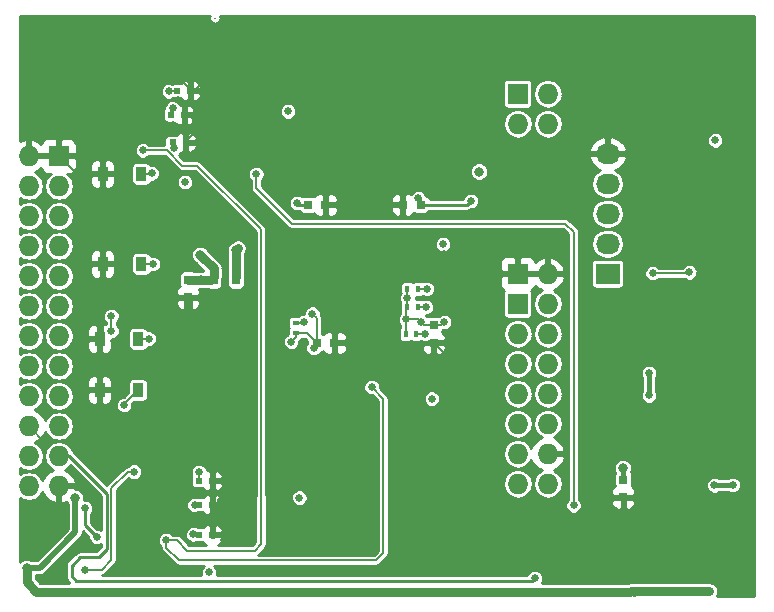
<source format=gbl>
G04 #@! TF.FileFunction,Copper,L4,Bot,Signal*
%FSLAX46Y46*%
G04 Gerber Fmt 4.6, Leading zero omitted, Abs format (unit mm)*
G04 Created by KiCad (PCBNEW 4.0.1-stable) date 01/02/2016 19:28:03*
%MOMM*%
G01*
G04 APERTURE LIST*
%ADD10C,0.100000*%
%ADD11R,0.750000X0.800000*%
%ADD12R,0.600000X0.500000*%
%ADD13R,0.800000X0.750000*%
%ADD14R,0.910000X1.220000*%
%ADD15R,0.700000X1.300000*%
%ADD16R,1.727200X1.727200*%
%ADD17O,1.727200X1.727200*%
%ADD18R,2.032000X1.727200*%
%ADD19O,2.032000X1.727200*%
%ADD20R,0.400000X0.600000*%
%ADD21R,0.600000X0.400000*%
%ADD22C,0.800000*%
%ADD23C,0.635000*%
%ADD24C,3.000000*%
%ADD25C,0.200000*%
%ADD26C,0.762000*%
%ADD27C,0.508000*%
%ADD28C,0.381000*%
%ADD29C,0.150000*%
%ADD30C,0.180000*%
%ADD31C,0.254000*%
G04 APERTURE END LIST*
D10*
D11*
X124510000Y-131730000D03*
X124510000Y-133230000D03*
D12*
X87840000Y-98810000D03*
X86740000Y-98810000D03*
X87450000Y-103150000D03*
X86350000Y-103150000D03*
X89704000Y-133858000D03*
X88604000Y-133858000D03*
X89704000Y-131826000D03*
X88604000Y-131826000D03*
X87325000Y-100850000D03*
X86225000Y-100850000D03*
X89704000Y-136398000D03*
X88604000Y-136398000D03*
D11*
X87675000Y-114800000D03*
X87675000Y-116300000D03*
D13*
X98564000Y-120142000D03*
X100064000Y-120142000D03*
X107350000Y-108440000D03*
X105850000Y-108440000D03*
D11*
X108458000Y-118630000D03*
X108458000Y-120130000D03*
D13*
X97802000Y-108458000D03*
X99302000Y-108458000D03*
D14*
X83699000Y-113464000D03*
X80429000Y-113464000D03*
X83445000Y-119814000D03*
X80175000Y-119814000D03*
X83699000Y-105844000D03*
X80429000Y-105844000D03*
X83445000Y-124132000D03*
X80175000Y-124132000D03*
D15*
X91725000Y-114600000D03*
X89825000Y-114600000D03*
D16*
X76730000Y-104320000D03*
D17*
X74190000Y-104320000D03*
X76730000Y-106860000D03*
X74190000Y-106860000D03*
X76730000Y-109400000D03*
X74190000Y-109400000D03*
X76730000Y-111940000D03*
X74190000Y-111940000D03*
X76730000Y-114480000D03*
X74190000Y-114480000D03*
X76730000Y-117020000D03*
X74190000Y-117020000D03*
X76730000Y-119560000D03*
X74190000Y-119560000D03*
X76730000Y-122100000D03*
X74190000Y-122100000D03*
X76730000Y-124640000D03*
X74190000Y-124640000D03*
X76730000Y-127180000D03*
X74190000Y-127180000D03*
X76730000Y-129720000D03*
X74190000Y-129720000D03*
X76730000Y-132260000D03*
X74190000Y-132260000D03*
D16*
X115570000Y-116840000D03*
D17*
X118110000Y-116840000D03*
X115570000Y-119380000D03*
X118110000Y-119380000D03*
X115570000Y-121920000D03*
X118110000Y-121920000D03*
X115570000Y-124460000D03*
X118110000Y-124460000D03*
X115570000Y-127000000D03*
X118110000Y-127000000D03*
X115570000Y-129540000D03*
X118110000Y-129540000D03*
X115570000Y-132080000D03*
X118110000Y-132080000D03*
D16*
X115570000Y-99060000D03*
D17*
X118110000Y-99060000D03*
X115570000Y-101600000D03*
X118110000Y-101600000D03*
D16*
X115570000Y-114300000D03*
D17*
X118110000Y-114300000D03*
D18*
X123190000Y-114300000D03*
D19*
X123190000Y-111760000D03*
X123190000Y-109220000D03*
X123190000Y-106680000D03*
X123190000Y-104140000D03*
D20*
X106230000Y-115570000D03*
X107130000Y-115570000D03*
X106100000Y-119375000D03*
X107000000Y-119375000D03*
X106230000Y-117094000D03*
X107130000Y-117094000D03*
D21*
X96774000Y-119322000D03*
X96774000Y-118422000D03*
D22*
X78100000Y-133300000D03*
X74000000Y-139200000D03*
D23*
X133780000Y-132170000D03*
X132230000Y-132210000D03*
X131800000Y-141150000D03*
X102000000Y-93100000D03*
X93600000Y-92750000D03*
X95250000Y-92750000D03*
X92100000Y-92750000D03*
X90000000Y-93400000D03*
D22*
X133500000Y-102000000D03*
X133500000Y-103500000D03*
X133500000Y-105500000D03*
X133825000Y-124375000D03*
X133775000Y-130150000D03*
X122700000Y-137950000D03*
D23*
X112625000Y-132700000D03*
X111350000Y-136100000D03*
D22*
X117175000Y-137250000D03*
X133150000Y-135875000D03*
X130300000Y-138225000D03*
X126275000Y-138075000D03*
X134125000Y-93475000D03*
X127150000Y-93400000D03*
X124800000Y-127025000D03*
X121100000Y-131800000D03*
D23*
X76500000Y-140000000D03*
X81500000Y-139500000D03*
X85400000Y-136000000D03*
D22*
X107975000Y-99000000D03*
X113800000Y-105500000D03*
X123190000Y-98125000D03*
X123190000Y-95700000D03*
X115775000Y-104725000D03*
X109800000Y-104700000D03*
X100100000Y-94875000D03*
X101275000Y-95900000D03*
X104175000Y-97450000D03*
X104175000Y-99025000D03*
X106650000Y-101775000D03*
X106625000Y-103125000D03*
X106600000Y-104600000D03*
X119000000Y-107500000D03*
X122500000Y-117000000D03*
D23*
X124450000Y-122100000D03*
D22*
X125500000Y-121500000D03*
X132000000Y-121500000D03*
D23*
X133875000Y-114525000D03*
D22*
X130000000Y-106000000D03*
X132500000Y-108500000D03*
X133500000Y-112000000D03*
D23*
X97950000Y-93100000D03*
D22*
X123000000Y-94500000D03*
X115500000Y-94500000D03*
X106500000Y-94500000D03*
D23*
X87500000Y-111500000D03*
X81150000Y-110225000D03*
X89850000Y-118750000D03*
X90075000Y-116275000D03*
D22*
X87675000Y-117375000D03*
D23*
X89850000Y-123925000D03*
X89850000Y-121825000D03*
X81175000Y-115300000D03*
X86500000Y-119000000D03*
X78500000Y-127000000D03*
X92000000Y-98000000D03*
X89000000Y-98000000D03*
X85350000Y-96150000D03*
X95000000Y-96000000D03*
X96000000Y-97500000D03*
X98000000Y-100500000D03*
X100000000Y-102500000D03*
X98000000Y-105000000D03*
X95000000Y-106500000D03*
X93000000Y-108000000D03*
X96500000Y-111950000D03*
X83075000Y-122075000D03*
X83325000Y-126575000D03*
X79800000Y-126275000D03*
X79950000Y-129775000D03*
X133575000Y-128325000D03*
X127125000Y-128100000D03*
X127425000Y-125800000D03*
X111525000Y-124350000D03*
X105375000Y-129825000D03*
X90570000Y-139670000D03*
X92100000Y-139650000D03*
X86850000Y-99600000D03*
X74850000Y-137525000D03*
X100064000Y-119175000D03*
X130412500Y-131537500D03*
X127525000Y-96225000D03*
X132325000Y-101625000D03*
X128075000Y-102200000D03*
X125337500Y-100312500D03*
X127425000Y-99050000D03*
X125275000Y-102150000D03*
X127100000Y-103800000D03*
X127150000Y-112275000D03*
X133652000Y-118250000D03*
X111800000Y-121900000D03*
X104450000Y-108800000D03*
X115442000Y-107442000D03*
X114450000Y-111950000D03*
X77967000Y-137517000D03*
X81175000Y-121750000D03*
X76675000Y-96775000D03*
X73950000Y-99225000D03*
X83350000Y-92775000D03*
X84925000Y-92750000D03*
X103575000Y-134875000D03*
X103375000Y-137375000D03*
X103575000Y-131975000D03*
X105375000Y-128250000D03*
X105375000Y-132625000D03*
X105375000Y-136475000D03*
X104537500Y-139137500D03*
X99075000Y-126525000D03*
X103125000Y-126375000D03*
X105375000Y-126375000D03*
X101975000Y-139450000D03*
X98225000Y-130600000D03*
X94675000Y-124700000D03*
X95775000Y-127350000D03*
X94675000Y-121375000D03*
X95375000Y-137775000D03*
X90750000Y-136850000D03*
X87650000Y-139650000D03*
D24*
X91440000Y-134112000D03*
D23*
X86064000Y-122761000D03*
X89450000Y-125120000D03*
X85610000Y-125950000D03*
X85610000Y-129150000D03*
X84700000Y-130006000D03*
X85575000Y-134100000D03*
X88325000Y-132725000D03*
X84600000Y-131850000D03*
X83400000Y-132050000D03*
X98114000Y-131936000D03*
X98150000Y-133675000D03*
X106800000Y-124825000D03*
X111775000Y-118800000D03*
X109350000Y-112625000D03*
X96437500Y-116987500D03*
X87675000Y-93200000D03*
X82410000Y-96150000D03*
X82410000Y-94475000D03*
X79350000Y-99556000D03*
X81660000Y-99990000D03*
X82210000Y-101100000D03*
X83450000Y-103050000D03*
X86572000Y-107850000D03*
X88425000Y-107900000D03*
X89950000Y-108250000D03*
X86390000Y-101710000D03*
D24*
X89408000Y-101092000D03*
D23*
X92525000Y-100050000D03*
X96175000Y-99440000D03*
X100425000Y-108450000D03*
D22*
X124470000Y-130740000D03*
X112284000Y-105650000D03*
D23*
X107387500Y-118362500D03*
X106100000Y-118150000D03*
X106230000Y-116375000D03*
X98200000Y-117675000D03*
X96400000Y-120050000D03*
X98300000Y-120575000D03*
D22*
X91725000Y-112300000D03*
D23*
X97093000Y-133243000D03*
X108300000Y-124875000D03*
X96125000Y-100540000D03*
X96125000Y-100550000D03*
X96900000Y-108300000D03*
X107150000Y-107900000D03*
X109250000Y-111800000D03*
X111613000Y-108113000D03*
X109350000Y-118375000D03*
X132300000Y-103000000D03*
X117010000Y-140060000D03*
X126700000Y-122700000D03*
X126700000Y-124600000D03*
X78950000Y-134150000D03*
X79917000Y-136567000D03*
X127000000Y-114250000D03*
X130100000Y-114175000D03*
X89425000Y-139575000D03*
X88125000Y-136362000D03*
D22*
X88725000Y-114800000D03*
X88700000Y-112700000D03*
D23*
X87400000Y-106525000D03*
X88575000Y-131075000D03*
X88213000Y-133862000D03*
X86500000Y-103620000D03*
X86360000Y-100290000D03*
X86040000Y-98842000D03*
X78900000Y-139350000D03*
X83098000Y-131052000D03*
X84676000Y-113464000D03*
X84330000Y-119790000D03*
X84587500Y-105787500D03*
X82260000Y-125420000D03*
X81170000Y-117870000D03*
X81170000Y-119150000D03*
X120300000Y-133900000D03*
X93450000Y-105850000D03*
X107855000Y-115570000D03*
X107725000Y-119375000D03*
X107800000Y-117100000D03*
X97450000Y-118400000D03*
X83830000Y-103850000D03*
X85802000Y-136862000D03*
X103210000Y-123890000D03*
D25*
X89950000Y-92625000D02*
X89925000Y-92650000D01*
D26*
X109500000Y-141200000D02*
X125100000Y-141200000D01*
X125150000Y-141150000D02*
X125500000Y-141150000D01*
X125100000Y-141200000D02*
X125150000Y-141150000D01*
D27*
X75100000Y-139200000D02*
X78100000Y-136200000D01*
X78100000Y-136200000D02*
X78100000Y-133300000D01*
X74000000Y-139200000D02*
X75100000Y-139200000D01*
D26*
X109750000Y-141200000D02*
X109500000Y-141200000D01*
X109500000Y-141200000D02*
X74800000Y-141200000D01*
X125500000Y-141150000D02*
X125450000Y-141200000D01*
X74000000Y-140400000D02*
X74000000Y-139200000D01*
X74800000Y-141200000D02*
X74000000Y-140400000D01*
D28*
X132230000Y-132210000D02*
X132270000Y-132170000D01*
X132270000Y-132170000D02*
X133780000Y-132170000D01*
X133780000Y-132170000D02*
X133790000Y-132170000D01*
D26*
X131800000Y-141150000D02*
X125500000Y-141150000D01*
D29*
X134750000Y-125300000D02*
X134750000Y-106750000D01*
D30*
X133500000Y-102000000D02*
X133500000Y-103500000D01*
D29*
X134750000Y-106750000D02*
X133500000Y-105500000D01*
X133825000Y-124375000D02*
X134750000Y-125300000D01*
X134750000Y-125300000D02*
X134750000Y-131125000D01*
X134225000Y-135875000D02*
X134750000Y-135350000D01*
X134750000Y-135350000D02*
X134750000Y-131125000D01*
X133775000Y-130150000D02*
X134750000Y-131125000D01*
X111350000Y-136100000D02*
X116025000Y-136100000D01*
X116025000Y-136100000D02*
X117175000Y-137250000D01*
X132650000Y-135875000D02*
X133150000Y-135875000D01*
X130300000Y-138225000D02*
X132650000Y-135875000D01*
X122825000Y-138075000D02*
X126275000Y-138075000D01*
X122700000Y-137950000D02*
X122825000Y-138075000D01*
X133150000Y-135875000D02*
X134225000Y-135875000D01*
X127225000Y-93475000D02*
X134125000Y-93475000D01*
X127150000Y-93400000D02*
X127225000Y-93475000D01*
D30*
X120000000Y-94500000D02*
X123000000Y-94500000D01*
X81500000Y-139500000D02*
X85000000Y-136000000D01*
X85400000Y-136000000D02*
X85000000Y-136000000D01*
X123190000Y-104140000D02*
X123190000Y-98125000D01*
X123190000Y-98125000D02*
X123190000Y-95700000D01*
X123190000Y-95700000D02*
X123190000Y-94690000D01*
X123190000Y-94690000D02*
X123000000Y-94500000D01*
X106600000Y-104600000D02*
X109700000Y-104600000D01*
X116360000Y-104140000D02*
X123190000Y-104140000D01*
X115775000Y-104725000D02*
X116360000Y-104140000D01*
X109700000Y-104600000D02*
X109800000Y-104700000D01*
X98325000Y-93100000D02*
X97950000Y-93100000D01*
X100100000Y-94875000D02*
X98325000Y-93100000D01*
X102625000Y-95900000D02*
X101275000Y-95900000D01*
X104175000Y-97450000D02*
X102625000Y-95900000D01*
X104175000Y-99300000D02*
X104175000Y-99025000D01*
X106650000Y-101775000D02*
X104175000Y-99300000D01*
X106625000Y-104575000D02*
X106625000Y-103125000D01*
X106600000Y-104600000D02*
X106625000Y-104575000D01*
X121500000Y-116000000D02*
X121500000Y-110000000D01*
X119000000Y-107500000D02*
X121500000Y-110000000D01*
X122500000Y-117000000D02*
X124450000Y-118950000D01*
X124450000Y-118950000D02*
X124450000Y-122100000D01*
X122500000Y-117000000D02*
X121500000Y-116000000D01*
X132000000Y-121500000D02*
X133652000Y-119848000D01*
X133652000Y-119848000D02*
X133652000Y-118250000D01*
X132000000Y-121500000D02*
X125500000Y-121500000D01*
X133500000Y-112000000D02*
X133500000Y-114150000D01*
X132500000Y-108500000D02*
X132500000Y-110500000D01*
X130000000Y-106000000D02*
X132500000Y-108500000D01*
X133500000Y-112000000D02*
X133500000Y-111500000D01*
X132500000Y-110500000D02*
X133500000Y-111500000D01*
X133500000Y-114150000D02*
X133875000Y-114525000D01*
X106500000Y-94500000D02*
X115500000Y-94500000D01*
X87500000Y-111500000D02*
X86225000Y-110225000D01*
D25*
X80925000Y-110225000D02*
X80429000Y-110225000D01*
X80925000Y-110225000D02*
X81150000Y-110225000D01*
D30*
X81150000Y-110225000D02*
X86225000Y-110225000D01*
X86500000Y-119000000D02*
X89600000Y-119000000D01*
D25*
X89850000Y-116500000D02*
X90075000Y-116275000D01*
X89850000Y-118750000D02*
X89850000Y-116500000D01*
X89850000Y-119450000D02*
X89850000Y-118750000D01*
X89850000Y-121825000D02*
X89850000Y-119450000D01*
X89850000Y-123925000D02*
X89850000Y-121825000D01*
D30*
X81175000Y-115300000D02*
X82800000Y-115300000D01*
D25*
X80429000Y-115300000D02*
X81175000Y-115300000D01*
D30*
X86500000Y-119000000D02*
X82800000Y-115300000D01*
X89600000Y-119000000D02*
X89850000Y-118750000D01*
X78500000Y-128500000D02*
X78500000Y-127000000D01*
X74190000Y-127180000D02*
X74190000Y-127190000D01*
X74190000Y-127190000D02*
X75500000Y-128500000D01*
X75500000Y-128500000D02*
X78500000Y-128500000D01*
X78500000Y-128500000D02*
X78675000Y-128500000D01*
X78675000Y-128500000D02*
X79950000Y-129775000D01*
X89000000Y-98000000D02*
X88190000Y-98810000D01*
X87840000Y-98810000D02*
X88190000Y-98810000D01*
X89000000Y-98000000D02*
X92000000Y-98000000D01*
X87840000Y-98810000D02*
X87840000Y-98640000D01*
X87840000Y-98640000D02*
X85350000Y-96150000D01*
X95000000Y-96000000D02*
X96000000Y-97000000D01*
X96000000Y-97500000D02*
X98000000Y-99500000D01*
X100000000Y-102500000D02*
X98000000Y-104500000D01*
X98000000Y-105000000D02*
X96500000Y-106500000D01*
X93000000Y-108000000D02*
X96500000Y-111500000D01*
X96500000Y-111500000D02*
X96500000Y-111950000D01*
X95000000Y-106500000D02*
X96500000Y-106500000D01*
X98000000Y-105000000D02*
X98000000Y-104500000D01*
X100000000Y-102500000D02*
X98000000Y-100500000D01*
X98000000Y-100500000D02*
X98000000Y-99500000D01*
X96000000Y-97500000D02*
X96000000Y-97000000D01*
X83325000Y-126575000D02*
X80125000Y-129775000D01*
X80125000Y-129775000D02*
X79950000Y-129775000D01*
X76730000Y-132260000D02*
X77465000Y-132260000D01*
X133575000Y-128325000D02*
X133350000Y-128100000D01*
D29*
X127425000Y-125800000D02*
X127125000Y-126100000D01*
X127125000Y-128100000D02*
X127125000Y-126100000D01*
D30*
X127125000Y-128100000D02*
X133350000Y-128100000D01*
X111525000Y-124350000D02*
X112625000Y-125450000D01*
X112625000Y-125450000D02*
X112625000Y-132700000D01*
X112625000Y-132700000D02*
X109750000Y-129825000D01*
X109750000Y-129825000D02*
X105375000Y-129825000D01*
X92100000Y-139650000D02*
X92110000Y-139650000D01*
D29*
X96437500Y-116987500D02*
X98862500Y-116987500D01*
X100064000Y-118189000D02*
X100064000Y-119175000D01*
X100064000Y-119175000D02*
X100064000Y-120142000D01*
X98862500Y-116987500D02*
X100064000Y-118189000D01*
X130412500Y-131537500D02*
X130400000Y-131525000D01*
D27*
X125337500Y-100312500D02*
X125325000Y-100300000D01*
X125275000Y-102650000D02*
X125275000Y-102150000D01*
X126425000Y-103800000D02*
X125275000Y-102650000D01*
X127100000Y-103800000D02*
X126425000Y-103800000D01*
X125275000Y-102150000D02*
X125125000Y-102000000D01*
X133600000Y-118100000D02*
X133600000Y-118198000D01*
X133600000Y-118198000D02*
X133652000Y-118250000D01*
D29*
X111800000Y-121900000D02*
X110300000Y-121900000D01*
X110300000Y-121900000D02*
X108530000Y-120130000D01*
X108458000Y-120130000D02*
X108530000Y-120130000D01*
D25*
X104450000Y-108800000D02*
X104810000Y-108440000D01*
X104810000Y-108440000D02*
X105850000Y-108440000D01*
D29*
X115442000Y-107442000D02*
X115450000Y-107450000D01*
X77967000Y-137517000D02*
X77975000Y-137525000D01*
D25*
X80175000Y-121750000D02*
X81175000Y-121750000D01*
X81175000Y-121750000D02*
X81200000Y-121725000D01*
X80175000Y-124132000D02*
X80175000Y-121750000D01*
X80175000Y-121750000D02*
X80175000Y-119814000D01*
X80429000Y-112700000D02*
X80429000Y-115300000D01*
X80429000Y-115300000D02*
X80429000Y-119560000D01*
X80429000Y-119560000D02*
X80175000Y-119814000D01*
X80429000Y-113464000D02*
X80429000Y-112700000D01*
X80429000Y-112700000D02*
X80429000Y-110225000D01*
X80429000Y-110225000D02*
X80429000Y-105844000D01*
X80429000Y-105844000D02*
X78254000Y-105844000D01*
X78254000Y-105844000D02*
X76730000Y-104320000D01*
X76675000Y-96775000D02*
X75625000Y-96775000D01*
X73950000Y-98450000D02*
X73950000Y-99225000D01*
X75625000Y-96775000D02*
X73950000Y-98450000D01*
X84900000Y-92775000D02*
X83350000Y-92775000D01*
X84925000Y-92750000D02*
X84900000Y-92775000D01*
X103575000Y-131975000D02*
X103125000Y-131525000D01*
X103125000Y-131525000D02*
X103125000Y-126375000D01*
X105375000Y-128250000D02*
X105350000Y-128250000D01*
X104537500Y-139137500D02*
X104550000Y-139125000D01*
X99075000Y-126525000D02*
X102975000Y-126525000D01*
X97487500Y-128262500D02*
X97487500Y-128112500D01*
X99075000Y-126525000D02*
X97487500Y-128112500D01*
X103125000Y-126375000D02*
X102975000Y-126525000D01*
X98114000Y-131936000D02*
X98114000Y-131511000D01*
X98114000Y-131511000D02*
X98225000Y-131400000D01*
X95775000Y-127350000D02*
X96575000Y-127350000D01*
X96575000Y-127350000D02*
X97487500Y-128262500D01*
X97487500Y-128262500D02*
X98225000Y-129000000D01*
X98225000Y-129000000D02*
X98225000Y-130600000D01*
X98225000Y-130600000D02*
X98225000Y-131400000D01*
X95187500Y-116987500D02*
X94675000Y-117500000D01*
X94675000Y-121375000D02*
X94675000Y-117500000D01*
X96437500Y-116987500D02*
X95187500Y-116987500D01*
X98225000Y-131400000D02*
X98225000Y-131575000D01*
X90750000Y-136850000D02*
X90298000Y-136398000D01*
X90298000Y-136398000D02*
X89704000Y-136398000D01*
X89704000Y-133858000D02*
X91186000Y-133858000D01*
X91450000Y-134102000D02*
X91440000Y-134112000D01*
X91450000Y-134102000D02*
X91450000Y-134100000D01*
X91186000Y-133858000D02*
X91440000Y-134112000D01*
X89704000Y-136398000D02*
X89704000Y-133858000D01*
X89704000Y-133858000D02*
X89704000Y-131826000D01*
D26*
X87675000Y-116300000D02*
X87675000Y-117375000D01*
X87675000Y-117375000D02*
X87700000Y-117400000D01*
D29*
X86064000Y-122761000D02*
X86075000Y-122750000D01*
X89450000Y-125120000D02*
X89450000Y-125125000D01*
X85610000Y-125950000D02*
X85600000Y-125950000D01*
X85610000Y-129150000D02*
X85600000Y-129150000D01*
X84700000Y-130006000D02*
X84700000Y-130000000D01*
X98125000Y-131950000D02*
X98125000Y-131947000D01*
X98125000Y-131947000D02*
X98114000Y-131936000D01*
D30*
X96437500Y-116987500D02*
X96450000Y-116975000D01*
X82410000Y-96150000D02*
X82400000Y-96150000D01*
X82410000Y-94475000D02*
X82400000Y-94475000D01*
X79350000Y-99556000D02*
X79350000Y-99550000D01*
X81660000Y-99990000D02*
X81650000Y-100000000D01*
X82210000Y-101100000D02*
X82200000Y-101100000D01*
X86572000Y-107850000D02*
X86575000Y-107850000D01*
X87840000Y-98810000D02*
X87840000Y-99524000D01*
X87840000Y-99524000D02*
X89408000Y-101092000D01*
X87450000Y-103150000D02*
X87450000Y-103050000D01*
X87450000Y-103050000D02*
X89408000Y-101092000D01*
X87325000Y-100850000D02*
X89166000Y-100850000D01*
X89408000Y-101092000D02*
X89400000Y-101100000D01*
X89166000Y-100850000D02*
X89408000Y-101092000D01*
D31*
X96175000Y-99440000D02*
X96175000Y-99450000D01*
X100417000Y-108458000D02*
X99302000Y-108458000D01*
X100425000Y-108450000D02*
X100417000Y-108458000D01*
D28*
X124510000Y-130780000D02*
X124510000Y-131730000D01*
X124470000Y-130740000D02*
X124510000Y-130780000D01*
D31*
X112284000Y-105650000D02*
X112275000Y-105650000D01*
D29*
X108458000Y-118630000D02*
X107655000Y-118630000D01*
X106100000Y-118150000D02*
X106100000Y-116825000D01*
X106100000Y-119375000D02*
X106100000Y-118150000D01*
X107175000Y-118150000D02*
X106100000Y-118150000D01*
X107655000Y-118630000D02*
X107387500Y-118362500D01*
X107387500Y-118362500D02*
X107175000Y-118150000D01*
X106230000Y-117094000D02*
X106230000Y-116375000D01*
X106230000Y-116375000D02*
X106230000Y-115755000D01*
X106100000Y-116825000D02*
X106230000Y-116955000D01*
X106230000Y-116955000D02*
X106230000Y-117094000D01*
X98564000Y-118039000D02*
X98564000Y-120142000D01*
X98200000Y-117675000D02*
X98564000Y-118039000D01*
X96774000Y-119676000D02*
X96774000Y-119322000D01*
X96400000Y-120050000D02*
X96774000Y-119676000D01*
X96774000Y-119322000D02*
X97744000Y-119322000D01*
X97744000Y-119322000D02*
X98564000Y-120142000D01*
X98300000Y-120575000D02*
X98564000Y-120311000D01*
X98564000Y-120311000D02*
X98564000Y-120142000D01*
D26*
X91725000Y-114600000D02*
X91725000Y-112300000D01*
X91725000Y-112300000D02*
X91900000Y-112125000D01*
D29*
X97093000Y-133243000D02*
X97100000Y-133250000D01*
D31*
X96125000Y-100540000D02*
X96125000Y-100550000D01*
X97802000Y-108458000D02*
X97058000Y-108458000D01*
X97058000Y-108458000D02*
X96900000Y-108300000D01*
X107150000Y-107900000D02*
X107350000Y-108100000D01*
X107350000Y-108100000D02*
X107350000Y-108440000D01*
X107350000Y-108440000D02*
X111286000Y-108440000D01*
X111286000Y-108440000D02*
X111613000Y-108113000D01*
X111613000Y-108113000D02*
X111625000Y-108125000D01*
D29*
X109095000Y-118630000D02*
X108458000Y-118630000D01*
X109350000Y-118375000D02*
X109095000Y-118630000D01*
D31*
X80800000Y-137600000D02*
X80800000Y-132900000D01*
X78500000Y-138300000D02*
X80100000Y-138300000D01*
X80100000Y-138300000D02*
X80800000Y-137600000D01*
X117010000Y-140060000D02*
X116760000Y-140310000D01*
X116760000Y-140310000D02*
X78410000Y-140310000D01*
X77620000Y-129720000D02*
X76730000Y-129720000D01*
X80800000Y-132900000D02*
X77620000Y-129720000D01*
X78410000Y-140310000D02*
X78210000Y-140310000D01*
X78210000Y-140310000D02*
X77800000Y-139900000D01*
X77800000Y-139900000D02*
X77800000Y-139000000D01*
X77800000Y-139000000D02*
X78500000Y-138300000D01*
X76060000Y-129720000D02*
X76730000Y-129720000D01*
D28*
X126700000Y-124600000D02*
X126700000Y-122700000D01*
D31*
X79917000Y-136567000D02*
X78950000Y-135600000D01*
X78950000Y-135600000D02*
X78950000Y-134150000D01*
D29*
X130025000Y-114250000D02*
X127000000Y-114250000D01*
X130100000Y-114175000D02*
X130025000Y-114250000D01*
D25*
X88604000Y-136398000D02*
X88161000Y-136398000D01*
X88161000Y-136398000D02*
X88125000Y-136362000D01*
D26*
X87675000Y-114800000D02*
X88725000Y-114800000D01*
X88725000Y-114800000D02*
X89625000Y-114800000D01*
X89625000Y-114800000D02*
X89825000Y-114600000D01*
X88700000Y-112700000D02*
X89825000Y-113825000D01*
X89825000Y-113825000D02*
X89825000Y-114600000D01*
D29*
X88604000Y-131104000D02*
X88604000Y-131826000D01*
X88575000Y-131075000D02*
X88604000Y-131104000D01*
X88213000Y-133862000D02*
X88600000Y-133862000D01*
X88600000Y-133862000D02*
X88604000Y-133858000D01*
X88225000Y-133875000D02*
X88225000Y-133874000D01*
X88225000Y-133874000D02*
X88213000Y-133862000D01*
D30*
X86350000Y-103470000D02*
X86350000Y-103150000D01*
X86500000Y-103620000D02*
X86350000Y-103470000D01*
X86225000Y-100425000D02*
X86225000Y-100850000D01*
X86360000Y-100290000D02*
X86225000Y-100425000D01*
X86740000Y-98810000D02*
X86072000Y-98810000D01*
X86072000Y-98810000D02*
X86040000Y-98842000D01*
D29*
X81175000Y-136500000D02*
X81175000Y-138525000D01*
D30*
X82550000Y-131050000D02*
X81175000Y-132425000D01*
X82550000Y-131050000D02*
X83050000Y-131050000D01*
X81175000Y-132425000D02*
X81175000Y-133625000D01*
D29*
X81175000Y-133625000D02*
X81175000Y-136500000D01*
X80350000Y-139350000D02*
X78900000Y-139350000D01*
X81175000Y-138525000D02*
X80350000Y-139350000D01*
D30*
X83098000Y-131052000D02*
X83100000Y-131050000D01*
D25*
X84650000Y-113464000D02*
X84676000Y-113464000D01*
D29*
X84650000Y-113464000D02*
X83699000Y-113464000D01*
X84330000Y-119790000D02*
X84306000Y-119814000D01*
X84306000Y-119814000D02*
X83445000Y-119814000D01*
D25*
X84575000Y-105844000D02*
X84575000Y-105800000D01*
X84575000Y-105800000D02*
X84587500Y-105787500D01*
D29*
X84576000Y-105844000D02*
X84575000Y-105844000D01*
X84575000Y-105844000D02*
X83699000Y-105844000D01*
X84610000Y-105810000D02*
X84576000Y-105844000D01*
X83445000Y-124132000D02*
X82400000Y-125177000D01*
X82400000Y-125280000D02*
X82400000Y-125177000D01*
X82400000Y-125280000D02*
X82260000Y-125420000D01*
X81170000Y-119150000D02*
X81170000Y-117870000D01*
D25*
X93450000Y-107050000D02*
X93450000Y-105850000D01*
X96450000Y-110050000D02*
X93450000Y-107050000D01*
X119600000Y-110050000D02*
X96450000Y-110050000D01*
X120300000Y-110750000D02*
X119600000Y-110050000D01*
X120300000Y-124700000D02*
X120300000Y-110750000D01*
X120300000Y-133900000D02*
X120300000Y-124700000D01*
D29*
X107130000Y-115570000D02*
X107855000Y-115570000D01*
X107855000Y-115570000D02*
X107875000Y-115550000D01*
X107725000Y-119375000D02*
X107000000Y-119375000D01*
X107794000Y-117094000D02*
X107130000Y-117094000D01*
X107800000Y-117100000D02*
X107794000Y-117094000D01*
X96774000Y-118422000D02*
X97428000Y-118422000D01*
X97428000Y-118422000D02*
X97450000Y-118400000D01*
X97450000Y-118400000D02*
X97400000Y-118450000D01*
D25*
X85802000Y-136862000D02*
X86712000Y-136862000D01*
D29*
X85870000Y-103850000D02*
X87150000Y-105130000D01*
X87150000Y-105130000D02*
X88440000Y-105130000D01*
X88440000Y-105130000D02*
X93850000Y-110540000D01*
X93850000Y-110540000D02*
X93850000Y-121790000D01*
X93850000Y-133140000D02*
X93850000Y-121790000D01*
X83830000Y-103850000D02*
X85870000Y-103850000D01*
D25*
X93850000Y-137175000D02*
X93850000Y-133140000D01*
X93300000Y-137725000D02*
X93850000Y-137175000D01*
X87575000Y-137725000D02*
X93300000Y-137725000D01*
X86712000Y-136862000D02*
X87575000Y-137725000D01*
D29*
X85802000Y-136862000D02*
X85802000Y-137477000D01*
X103575000Y-138550000D02*
X103575000Y-138555000D01*
X103580000Y-138550000D02*
X103575000Y-138550000D01*
X86875000Y-138550000D02*
X103580000Y-138550000D01*
X85802000Y-137477000D02*
X86875000Y-138550000D01*
X103575000Y-138555000D02*
X104200000Y-137930000D01*
X104200000Y-137930000D02*
X104200000Y-124880000D01*
X103210000Y-123890000D02*
X104200000Y-124880000D01*
D31*
X73431000Y-92431000D02*
X89503953Y-92431000D01*
X90387751Y-92431000D02*
X135569000Y-92431000D01*
X73431000Y-92634200D02*
X89447144Y-92634200D01*
X90429169Y-92634200D02*
X135569000Y-92634200D01*
X73431000Y-92837400D02*
X89482838Y-92837400D01*
X90375457Y-92837400D02*
X135569000Y-92837400D01*
X73431000Y-93040600D02*
X89660433Y-93040600D01*
X90189566Y-93040600D02*
X135569000Y-93040600D01*
X73431000Y-93243800D02*
X135569000Y-93243800D01*
X73431000Y-93447000D02*
X135569000Y-93447000D01*
X73431000Y-93650200D02*
X135569000Y-93650200D01*
X73431000Y-93853400D02*
X135569000Y-93853400D01*
X73431000Y-94056600D02*
X135569000Y-94056600D01*
X73431000Y-94259800D02*
X135569000Y-94259800D01*
X73431000Y-94463000D02*
X135569000Y-94463000D01*
X73431000Y-94666200D02*
X135569000Y-94666200D01*
X73431000Y-94869400D02*
X135569000Y-94869400D01*
X73431000Y-95072600D02*
X135569000Y-95072600D01*
X73431000Y-95275800D02*
X135569000Y-95275800D01*
X73431000Y-95479000D02*
X135569000Y-95479000D01*
X73431000Y-95682200D02*
X135569000Y-95682200D01*
X73431000Y-95885400D02*
X135569000Y-95885400D01*
X73431000Y-96088600D02*
X135569000Y-96088600D01*
X73431000Y-96291800D02*
X135569000Y-96291800D01*
X73431000Y-96495000D02*
X135569000Y-96495000D01*
X73431000Y-96698200D02*
X135569000Y-96698200D01*
X73431000Y-96901400D02*
X135569000Y-96901400D01*
X73431000Y-97104600D02*
X135569000Y-97104600D01*
X73431000Y-97307800D02*
X135569000Y-97307800D01*
X73431000Y-97511000D02*
X135569000Y-97511000D01*
X73431000Y-97714200D02*
X135569000Y-97714200D01*
X73431000Y-97917400D02*
X114436384Y-97917400D01*
X116700149Y-97917400D02*
X117598464Y-97917400D01*
X118621537Y-97917400D02*
X135569000Y-97917400D01*
X73431000Y-98120600D02*
X87081375Y-98120600D01*
X87713000Y-98120600D02*
X87967000Y-98120600D01*
X88598626Y-98120600D02*
X114333286Y-98120600D01*
X116807802Y-98120600D02*
X117294354Y-98120600D01*
X118925647Y-98120600D02*
X135569000Y-98120600D01*
X73431000Y-98323800D02*
X85570415Y-98323800D01*
X87713000Y-98323800D02*
X87967000Y-98323800D01*
X88729483Y-98323800D02*
X114317936Y-98323800D01*
X116822064Y-98323800D02*
X117109425Y-98323800D01*
X119110576Y-98323800D02*
X135569000Y-98323800D01*
X73431000Y-98527000D02*
X85414476Y-98527000D01*
X87713000Y-98527000D02*
X87967000Y-98527000D01*
X88774250Y-98527000D02*
X114317936Y-98527000D01*
X116822064Y-98527000D02*
X116973651Y-98527000D01*
X119246350Y-98527000D02*
X135569000Y-98527000D01*
X73431000Y-98730200D02*
X85341598Y-98730200D01*
X87693000Y-98730200D02*
X114317936Y-98730200D01*
X116822064Y-98730200D02*
X116906619Y-98730200D01*
X119313382Y-98730200D02*
X135569000Y-98730200D01*
X73431000Y-98933400D02*
X85341421Y-98933400D01*
X87693000Y-98933400D02*
X114317936Y-98933400D01*
X116822064Y-98933400D02*
X116866200Y-98933400D01*
X119353801Y-98933400D02*
X135569000Y-98933400D01*
X73431000Y-99136600D02*
X85405948Y-99136600D01*
X87713000Y-99136600D02*
X87967000Y-99136600D01*
X88775000Y-99136600D02*
X114317936Y-99136600D01*
X116822064Y-99136600D02*
X116856253Y-99136600D01*
X119363746Y-99136600D02*
X135569000Y-99136600D01*
X73431000Y-99339800D02*
X85549965Y-99339800D01*
X87713000Y-99339800D02*
X87967000Y-99339800D01*
X88711422Y-99339800D02*
X114317936Y-99339800D01*
X116822064Y-99339800D02*
X116896672Y-99339800D01*
X119323327Y-99339800D02*
X135569000Y-99339800D01*
X73431000Y-99543000D02*
X87124974Y-99543000D01*
X87706250Y-99543000D02*
X87973750Y-99543000D01*
X88555025Y-99543000D02*
X114317936Y-99543000D01*
X116822064Y-99543000D02*
X116940241Y-99543000D01*
X119279758Y-99543000D02*
X135569000Y-99543000D01*
X73431000Y-99746200D02*
X85916060Y-99746200D01*
X86804116Y-99746200D02*
X114317936Y-99746200D01*
X116822064Y-99746200D02*
X117076015Y-99746200D01*
X119143984Y-99746200D02*
X135569000Y-99746200D01*
X73431000Y-99949400D02*
X85745106Y-99949400D01*
X86975045Y-99949400D02*
X95727942Y-99949400D01*
X96522397Y-99949400D02*
X114322790Y-99949400D01*
X116816839Y-99949400D02*
X117219522Y-99949400D01*
X119000477Y-99949400D02*
X135569000Y-99949400D01*
X73431000Y-100152600D02*
X85661621Y-100152600D01*
X87198000Y-100152600D02*
X87452000Y-100152600D01*
X88075626Y-100152600D02*
X95529539Y-100152600D01*
X96720707Y-100152600D02*
X114401006Y-100152600D01*
X116738255Y-100152600D02*
X117523633Y-100152600D01*
X118696366Y-100152600D02*
X135569000Y-100152600D01*
X73431000Y-100355800D02*
X85630731Y-100355800D01*
X87198000Y-100355800D02*
X87452000Y-100355800D01*
X88211169Y-100355800D02*
X95445163Y-100355800D01*
X96804669Y-100355800D02*
X115543607Y-100355800D01*
X115596394Y-100355800D02*
X118083607Y-100355800D01*
X118136394Y-100355800D02*
X135569000Y-100355800D01*
X73431000Y-100559000D02*
X85544839Y-100559000D01*
X87198000Y-100559000D02*
X87452000Y-100559000D01*
X88260000Y-100559000D02*
X95426484Y-100559000D01*
X96823492Y-100559000D02*
X114906409Y-100559000D01*
X116233592Y-100559000D02*
X117446409Y-100559000D01*
X118773592Y-100559000D02*
X135569000Y-100559000D01*
X73431000Y-100762200D02*
X85536536Y-100762200D01*
X87178000Y-100762200D02*
X95456901Y-100762200D01*
X96793211Y-100762200D02*
X114637312Y-100762200D01*
X116502689Y-100762200D02*
X117177312Y-100762200D01*
X119042689Y-100762200D02*
X135569000Y-100762200D01*
X73431000Y-100965400D02*
X85536536Y-100965400D01*
X87178000Y-100965400D02*
X95552709Y-100965400D01*
X96697565Y-100965400D02*
X114501538Y-100965400D01*
X116638463Y-100965400D02*
X117041538Y-100965400D01*
X119178463Y-100965400D02*
X135569000Y-100965400D01*
X73431000Y-101168600D02*
X85549444Y-101168600D01*
X87198000Y-101168600D02*
X87452000Y-101168600D01*
X88260000Y-101168600D02*
X95793322Y-101168600D01*
X96456994Y-101168600D02*
X114386829Y-101168600D01*
X116753172Y-101168600D02*
X116926829Y-101168600D01*
X119293172Y-101168600D02*
X135569000Y-101168600D01*
X73431000Y-101371800D02*
X85647914Y-101371800D01*
X87198000Y-101371800D02*
X87452000Y-101371800D01*
X88199735Y-101371800D02*
X114346410Y-101371800D01*
X116793591Y-101371800D02*
X116886410Y-101371800D01*
X119333591Y-101371800D02*
X135569000Y-101371800D01*
X73431000Y-101575000D02*
X86601974Y-101575000D01*
X87198000Y-101575000D02*
X87452000Y-101575000D01*
X88048025Y-101575000D02*
X114305990Y-101575000D01*
X116834011Y-101575000D02*
X116845990Y-101575000D01*
X119374011Y-101575000D02*
X135569000Y-101575000D01*
X73431000Y-101778200D02*
X114336463Y-101778200D01*
X116803536Y-101778200D02*
X116876463Y-101778200D01*
X119343536Y-101778200D02*
X135569000Y-101778200D01*
X73431000Y-101981400D02*
X114376882Y-101981400D01*
X116763117Y-101981400D02*
X116916882Y-101981400D01*
X119303117Y-101981400D02*
X135569000Y-101981400D01*
X73431000Y-102184600D02*
X114468128Y-102184600D01*
X116671871Y-102184600D02*
X117008128Y-102184600D01*
X119211871Y-102184600D02*
X135569000Y-102184600D01*
X73431000Y-102387800D02*
X86764175Y-102387800D01*
X87287050Y-102387800D02*
X87612950Y-102387800D01*
X88135826Y-102387800D02*
X114603902Y-102387800D01*
X116536097Y-102387800D02*
X117143902Y-102387800D01*
X119076097Y-102387800D02*
X131952517Y-102387800D01*
X132647090Y-102387800D02*
X135569000Y-102387800D01*
X73431000Y-102591000D02*
X85826606Y-102591000D01*
X87323000Y-102591000D02*
X87577000Y-102591000D01*
X88309328Y-102591000D02*
X114831578Y-102591000D01*
X116308421Y-102591000D02*
X117371578Y-102591000D01*
X118848421Y-102591000D02*
X131721024Y-102591000D01*
X132878680Y-102591000D02*
X135569000Y-102591000D01*
X73431000Y-102794200D02*
X85682961Y-102794200D01*
X87323000Y-102794200D02*
X87577000Y-102794200D01*
X88385000Y-102794200D02*
X115292240Y-102794200D01*
X115847759Y-102794200D02*
X117832240Y-102794200D01*
X118387759Y-102794200D02*
X122429616Y-102794200D01*
X123055060Y-102794200D02*
X123324941Y-102794200D01*
X123950385Y-102794200D02*
X131629132Y-102794200D01*
X132970744Y-102794200D02*
X135569000Y-102794200D01*
X73431000Y-102997400D02*
X73548544Y-102997400D01*
X74063000Y-102997400D02*
X74317000Y-102997400D01*
X74831457Y-102997400D02*
X75427375Y-102997400D01*
X76603000Y-102997400D02*
X76857000Y-102997400D01*
X78032626Y-102997400D02*
X85661536Y-102997400D01*
X87323000Y-102997400D02*
X87577000Y-102997400D01*
X88253850Y-102997400D02*
X122108517Y-102997400D01*
X123063000Y-102997400D02*
X123317000Y-102997400D01*
X124271484Y-102997400D02*
X131601503Y-102997400D01*
X132998502Y-102997400D02*
X135569000Y-102997400D01*
X74063000Y-103200600D02*
X74317000Y-103200600D01*
X75158285Y-103200600D02*
X75285037Y-103200600D01*
X76603000Y-103200600D02*
X76857000Y-103200600D01*
X78174964Y-103200600D02*
X83572547Y-103200600D01*
X84087503Y-103200600D02*
X85661536Y-103200600D01*
X87303000Y-103200600D02*
X121881088Y-103200600D01*
X123063000Y-103200600D02*
X123317000Y-103200600D01*
X124498913Y-103200600D02*
X131627108Y-103200600D01*
X132973027Y-103200600D02*
X135569000Y-103200600D01*
X74063000Y-103403800D02*
X74317000Y-103403800D01*
X76603000Y-103403800D02*
X76857000Y-103403800D01*
X78228600Y-103403800D02*
X83288289Y-103403800D01*
X87323000Y-103403800D02*
X87577000Y-103403800D01*
X88355050Y-103403800D02*
X121759384Y-103403800D01*
X123063000Y-103403800D02*
X123317000Y-103403800D01*
X124620617Y-103403800D02*
X131716129Y-103403800D01*
X132884185Y-103403800D02*
X135569000Y-103403800D01*
X74063000Y-103607000D02*
X74317000Y-103607000D01*
X76603000Y-103607000D02*
X76857000Y-103607000D01*
X78228600Y-103607000D02*
X83174579Y-103607000D01*
X87323000Y-103607000D02*
X87577000Y-103607000D01*
X88351577Y-103607000D02*
X121661502Y-103607000D01*
X123063000Y-103607000D02*
X123317000Y-103607000D01*
X124718499Y-103607000D02*
X131940387Y-103607000D01*
X132660068Y-103607000D02*
X135569000Y-103607000D01*
X74063000Y-103810200D02*
X74317000Y-103810200D01*
X76603000Y-103810200D02*
X76857000Y-103810200D01*
X78228600Y-103810200D02*
X83131535Y-103810200D01*
X87323000Y-103810200D02*
X87577000Y-103810200D01*
X88237825Y-103810200D02*
X121597900Y-103810200D01*
X123063000Y-103810200D02*
X123317000Y-103810200D01*
X124782099Y-103810200D02*
X135569000Y-103810200D01*
X74063000Y-104013400D02*
X74317000Y-104013400D01*
X76603000Y-104013400D02*
X76857000Y-104013400D01*
X78228600Y-104013400D02*
X83141737Y-104013400D01*
X87185850Y-104013400D02*
X87714150Y-104013400D01*
X87928455Y-104013400D02*
X135569000Y-104013400D01*
X74043000Y-104216600D02*
X83225698Y-104216600D01*
X86885237Y-104216600D02*
X135569000Y-104216600D01*
X74043000Y-104419800D02*
X83411839Y-104419800D01*
X84247894Y-104419800D02*
X85794918Y-104419800D01*
X87084682Y-104419800D02*
X121624006Y-104419800D01*
X124755995Y-104419800D02*
X135569000Y-104419800D01*
X78228600Y-104623000D02*
X79789750Y-104623000D01*
X80167250Y-104623000D02*
X80690750Y-104623000D01*
X81068251Y-104623000D02*
X85998118Y-104623000D01*
X87287882Y-104623000D02*
X121637415Y-104623000D01*
X124742584Y-104623000D02*
X135569000Y-104623000D01*
X78228600Y-104826200D02*
X79483775Y-104826200D01*
X80302000Y-104826200D02*
X80556000Y-104826200D01*
X81374226Y-104826200D02*
X86201318Y-104826200D01*
X88781082Y-104826200D02*
X121735298Y-104826200D01*
X124644701Y-104826200D02*
X135569000Y-104826200D01*
X78228600Y-105029400D02*
X79371429Y-105029400D01*
X80302000Y-105029400D02*
X80556000Y-105029400D01*
X81486572Y-105029400D02*
X82922673Y-105029400D01*
X84475095Y-105029400D02*
X86404518Y-105029400D01*
X88984282Y-105029400D02*
X111800218Y-105029400D01*
X112768022Y-105029400D02*
X121833181Y-105029400D01*
X124546818Y-105029400D02*
X135569000Y-105029400D01*
X78228600Y-105232600D02*
X79339000Y-105232600D01*
X80302000Y-105232600D02*
X80556000Y-105232600D01*
X81519000Y-105232600D02*
X82855820Y-105232600D01*
X85020535Y-105232600D02*
X86607718Y-105232600D01*
X89187482Y-105232600D02*
X93115102Y-105232600D01*
X93784567Y-105232600D02*
X111611665Y-105232600D01*
X112956578Y-105232600D02*
X122052554Y-105232600D01*
X124327445Y-105232600D02*
X135569000Y-105232600D01*
X75161570Y-105435800D02*
X75283545Y-105435800D01*
X78176454Y-105435800D02*
X79339000Y-105435800D01*
X80302000Y-105435800D02*
X80556000Y-105435800D01*
X81519000Y-105435800D02*
X82855536Y-105435800D01*
X85197958Y-105435800D02*
X86810918Y-105435800D01*
X89390682Y-105435800D02*
X92876233Y-105435800D01*
X94023489Y-105435800D02*
X111527290Y-105435800D01*
X113040539Y-105435800D02*
X122286674Y-105435800D01*
X124093325Y-105435800D02*
X135569000Y-105435800D01*
X74839137Y-105639000D02*
X75423774Y-105639000D01*
X78036225Y-105639000D02*
X79419750Y-105639000D01*
X80302000Y-105639000D02*
X80556000Y-105639000D01*
X81438250Y-105639000D02*
X82855536Y-105639000D01*
X85281920Y-105639000D02*
X88304118Y-105639000D01*
X89593882Y-105639000D02*
X92781291Y-105639000D01*
X94118595Y-105639000D02*
X111503010Y-105639000D01*
X113065010Y-105639000D02*
X122371023Y-105639000D01*
X124008978Y-105639000D02*
X135569000Y-105639000D01*
X74888313Y-105842200D02*
X76031688Y-105842200D01*
X77428313Y-105842200D02*
X82855536Y-105842200D01*
X85285952Y-105842200D02*
X87223380Y-105842200D01*
X87577067Y-105842200D02*
X88507318Y-105842200D01*
X89797082Y-105842200D02*
X92751507Y-105842200D01*
X94148506Y-105842200D02*
X111518371Y-105842200D01*
X113049845Y-105842200D02*
X122101926Y-105842200D01*
X124278075Y-105842200D02*
X135569000Y-105842200D01*
X75138191Y-106045400D02*
X75781810Y-106045400D01*
X77678191Y-106045400D02*
X79423350Y-106045400D01*
X80302000Y-106045400D02*
X80556000Y-106045400D01*
X81434650Y-106045400D02*
X82855536Y-106045400D01*
X85236734Y-106045400D02*
X86891748Y-106045400D01*
X87908203Y-106045400D02*
X88710518Y-106045400D01*
X90000282Y-106045400D02*
X92774959Y-106045400D01*
X94125187Y-106045400D02*
X111602332Y-106045400D01*
X112965470Y-106045400D02*
X121966152Y-106045400D01*
X124413849Y-106045400D02*
X135569000Y-106045400D01*
X75273965Y-106248600D02*
X75646036Y-106248600D01*
X77813965Y-106248600D02*
X79339000Y-106248600D01*
X80302000Y-106248600D02*
X80556000Y-106248600D01*
X81519000Y-106248600D02*
X82855536Y-106248600D01*
X85114285Y-106248600D02*
X86758447Y-106248600D01*
X88041572Y-106248600D02*
X88913718Y-106248600D01*
X90203482Y-106248600D02*
X92860938Y-106248600D01*
X94039394Y-106248600D02*
X111778017Y-106248600D01*
X112789820Y-106248600D02*
X121851443Y-106248600D01*
X124528558Y-106248600D02*
X135569000Y-106248600D01*
X75377787Y-106451800D02*
X75542214Y-106451800D01*
X77917787Y-106451800D02*
X79339000Y-106451800D01*
X80302000Y-106451800D02*
X80556000Y-106451800D01*
X81519000Y-106451800D02*
X82855536Y-106451800D01*
X84808893Y-106451800D02*
X86701564Y-106451800D01*
X88098564Y-106451800D02*
X89116918Y-106451800D01*
X90406682Y-106451800D02*
X92969000Y-106451800D01*
X93931000Y-106451800D02*
X121811024Y-106451800D01*
X124568977Y-106451800D02*
X135569000Y-106451800D01*
X75418206Y-106655000D02*
X75501795Y-106655000D01*
X77958206Y-106655000D02*
X79369937Y-106655000D01*
X80302000Y-106655000D02*
X80556000Y-106655000D01*
X81488062Y-106655000D02*
X82920589Y-106655000D01*
X84477786Y-106655000D02*
X86701387Y-106655000D01*
X88098386Y-106655000D02*
X89320118Y-106655000D01*
X90609882Y-106655000D02*
X92969000Y-106655000D01*
X93931000Y-106655000D02*
X121770604Y-106655000D01*
X124609397Y-106655000D02*
X135569000Y-106655000D01*
X75458625Y-106858200D02*
X75461376Y-106858200D01*
X77998625Y-106858200D02*
X79480174Y-106858200D01*
X80302000Y-106858200D02*
X80556000Y-106858200D01*
X81377825Y-106858200D02*
X86781898Y-106858200D01*
X88017967Y-106858200D02*
X89523318Y-106858200D01*
X90813082Y-106858200D02*
X92969000Y-106858200D01*
X93938437Y-106858200D02*
X121801077Y-106858200D01*
X124578922Y-106858200D02*
X135569000Y-106858200D01*
X75418921Y-107061400D02*
X75501078Y-107061400D01*
X77958921Y-107061400D02*
X79781058Y-107061400D01*
X80170850Y-107061400D02*
X80687150Y-107061400D01*
X81076941Y-107061400D02*
X86948497Y-107061400D01*
X87851353Y-107061400D02*
X89726518Y-107061400D01*
X91016282Y-107061400D02*
X92971267Y-107061400D01*
X94141637Y-107061400D02*
X121841496Y-107061400D01*
X124538503Y-107061400D02*
X135569000Y-107061400D01*
X75378502Y-107264600D02*
X75541497Y-107264600D01*
X77918502Y-107264600D02*
X89929718Y-107264600D01*
X91219482Y-107264600D02*
X93026012Y-107264600D01*
X94344837Y-107264600D02*
X106858665Y-107264600D01*
X107441219Y-107264600D02*
X121932742Y-107264600D01*
X124447257Y-107264600D02*
X135569000Y-107264600D01*
X75276369Y-107467800D02*
X75643630Y-107467800D01*
X77816369Y-107467800D02*
X90132918Y-107467800D01*
X91422682Y-107467800D02*
X93187563Y-107467800D01*
X94548037Y-107467800D02*
X98727890Y-107467800D01*
X99036050Y-107467800D02*
X99567950Y-107467800D01*
X99876111Y-107467800D02*
X105232434Y-107467800D01*
X105602050Y-107467800D02*
X106097950Y-107467800D01*
X106467566Y-107467800D02*
X106594265Y-107467800D01*
X107705520Y-107467800D02*
X111345382Y-107467800D01*
X111880618Y-107467800D02*
X122068516Y-107467800D01*
X124311483Y-107467800D02*
X135569000Y-107467800D01*
X75140595Y-107671000D02*
X75779404Y-107671000D01*
X77680595Y-107671000D02*
X90336118Y-107671000D01*
X91625882Y-107671000D02*
X93390763Y-107671000D01*
X94751237Y-107671000D02*
X96593176Y-107671000D01*
X97206632Y-107671000D02*
X98415975Y-107671000D01*
X99175000Y-107671000D02*
X99429000Y-107671000D01*
X100188026Y-107671000D02*
X104945975Y-107671000D01*
X105723000Y-107671000D02*
X105977000Y-107671000D01*
X107811158Y-107671000D02*
X111067082Y-107671000D01*
X112158737Y-107671000D02*
X122296192Y-107671000D01*
X124083807Y-107671000D02*
X135569000Y-107671000D01*
X73431000Y-107874200D02*
X73486299Y-107874200D01*
X74893700Y-107874200D02*
X76026299Y-107874200D01*
X77433700Y-107874200D02*
X90539318Y-107874200D01*
X91829082Y-107874200D02*
X93593963Y-107874200D01*
X94954437Y-107874200D02*
X96337853Y-107874200D01*
X99175000Y-107874200D02*
X99429000Y-107874200D01*
X100302833Y-107874200D02*
X104841713Y-107874200D01*
X105723000Y-107874200D02*
X105977000Y-107874200D01*
X108079975Y-107874200D02*
X110955835Y-107874200D01*
X112270108Y-107874200D02*
X122756854Y-107874200D01*
X123623145Y-107874200D02*
X135569000Y-107874200D01*
X73431000Y-108077400D02*
X74028873Y-108077400D01*
X74351126Y-108077400D02*
X76568873Y-108077400D01*
X76891126Y-108077400D02*
X90742518Y-108077400D01*
X92032282Y-108077400D02*
X93797163Y-108077400D01*
X95157637Y-108077400D02*
X96236108Y-108077400D01*
X99175000Y-108077400D02*
X99429000Y-108077400D01*
X100337000Y-108077400D02*
X104815000Y-108077400D01*
X105723000Y-108077400D02*
X105977000Y-108077400D01*
X112311531Y-108077400D02*
X122523078Y-108077400D01*
X123856923Y-108077400D02*
X135569000Y-108077400D01*
X73431000Y-108280600D02*
X73643743Y-108280600D01*
X74736258Y-108280600D02*
X76183743Y-108280600D01*
X77276258Y-108280600D02*
X90945718Y-108280600D01*
X92235482Y-108280600D02*
X94000363Y-108280600D01*
X95360837Y-108280600D02*
X96201517Y-108280600D01*
X99175000Y-108280600D02*
X99429000Y-108280600D01*
X100228650Y-108280600D02*
X104941350Y-108280600D01*
X105723000Y-108280600D02*
X105977000Y-108280600D01*
X112299730Y-108280600D02*
X122218968Y-108280600D01*
X124161033Y-108280600D02*
X135569000Y-108280600D01*
X75040369Y-108483800D02*
X75879632Y-108483800D01*
X77580369Y-108483800D02*
X91148918Y-108483800D01*
X92438682Y-108483800D02*
X94203563Y-108483800D01*
X95564037Y-108483800D02*
X96220166Y-108483800D01*
X99155000Y-108483800D02*
X105997000Y-108483800D01*
X112215354Y-108483800D02*
X122034039Y-108483800D01*
X124345962Y-108483800D02*
X135569000Y-108483800D01*
X75206078Y-108687000D02*
X75713923Y-108687000D01*
X77746078Y-108687000D02*
X91352118Y-108687000D01*
X92641882Y-108687000D02*
X94406763Y-108687000D01*
X95767237Y-108687000D02*
X96304128Y-108687000D01*
X99175000Y-108687000D02*
X99429000Y-108687000D01*
X100280250Y-108687000D02*
X104853750Y-108687000D01*
X105723000Y-108687000D02*
X105977000Y-108687000D01*
X112026687Y-108687000D02*
X121898265Y-108687000D01*
X124481736Y-108687000D02*
X135569000Y-108687000D01*
X75341852Y-108890200D02*
X75578149Y-108890200D01*
X77881852Y-108890200D02*
X91555318Y-108890200D01*
X92845082Y-108890200D02*
X94609963Y-108890200D01*
X95970437Y-108890200D02*
X96502203Y-108890200D01*
X99175000Y-108890200D02*
X99429000Y-108890200D01*
X100337000Y-108890200D02*
X104815000Y-108890200D01*
X105723000Y-108890200D02*
X105977000Y-108890200D01*
X111509034Y-108890200D02*
X121831233Y-108890200D01*
X124548768Y-108890200D02*
X135569000Y-108890200D01*
X75397997Y-109093400D02*
X75522004Y-109093400D01*
X77937997Y-109093400D02*
X91758518Y-109093400D01*
X93048282Y-109093400D02*
X94813163Y-109093400D01*
X96173637Y-109093400D02*
X97116812Y-109093400D01*
X99175000Y-109093400D02*
X99429000Y-109093400D01*
X100281458Y-109093400D02*
X104877997Y-109093400D01*
X105723000Y-109093400D02*
X105977000Y-109093400D01*
X108020901Y-109093400D02*
X121790814Y-109093400D01*
X124589187Y-109093400D02*
X135569000Y-109093400D01*
X75438416Y-109296600D02*
X75481585Y-109296600D01*
X77978416Y-109296600D02*
X91961718Y-109296600D01*
X93251482Y-109296600D02*
X95016363Y-109296600D01*
X96376837Y-109296600D02*
X98467574Y-109296600D01*
X99175000Y-109296600D02*
X99429000Y-109296600D01*
X100136425Y-109296600D02*
X105033574Y-109296600D01*
X105717650Y-109296600D02*
X105982350Y-109296600D01*
X106666425Y-109296600D02*
X121780867Y-109296600D01*
X124599132Y-109296600D02*
X135569000Y-109296600D01*
X75439131Y-109499800D02*
X75480868Y-109499800D01*
X77979131Y-109499800D02*
X92164918Y-109499800D01*
X93454682Y-109499800D02*
X95219563Y-109499800D01*
X96580037Y-109499800D02*
X121821286Y-109499800D01*
X124558713Y-109499800D02*
X135569000Y-109499800D01*
X75398712Y-109703000D02*
X75521287Y-109703000D01*
X77938712Y-109703000D02*
X92368118Y-109703000D01*
X93657882Y-109703000D02*
X95422763Y-109703000D01*
X119929819Y-109703000D02*
X121864855Y-109703000D01*
X124515144Y-109703000D02*
X135569000Y-109703000D01*
X75344256Y-109906200D02*
X75575743Y-109906200D01*
X77884256Y-109906200D02*
X92571318Y-109906200D01*
X93861082Y-109906200D02*
X95625963Y-109906200D01*
X120136437Y-109906200D02*
X122000629Y-109906200D01*
X124379370Y-109906200D02*
X135569000Y-109906200D01*
X75208482Y-110109400D02*
X75711517Y-110109400D01*
X77748482Y-110109400D02*
X92774518Y-110109400D01*
X94064282Y-110109400D02*
X95829163Y-110109400D01*
X120339637Y-110109400D02*
X122144136Y-110109400D01*
X124235863Y-110109400D02*
X135569000Y-110109400D01*
X75045755Y-110312600D02*
X75874244Y-110312600D01*
X77585755Y-110312600D02*
X92977718Y-110312600D01*
X94235946Y-110312600D02*
X96032363Y-110312600D01*
X120542837Y-110312600D02*
X122448247Y-110312600D01*
X123931752Y-110312600D02*
X135569000Y-110312600D01*
X73431000Y-110515800D02*
X73638354Y-110515800D01*
X74741645Y-110515800D02*
X76178354Y-110515800D01*
X77281645Y-110515800D02*
X93180918Y-110515800D01*
X94301187Y-110515800D02*
X96373584Y-110515800D01*
X120710891Y-110515800D02*
X123008221Y-110515800D01*
X123371780Y-110515800D02*
X135569000Y-110515800D01*
X73431000Y-110719000D02*
X74046973Y-110719000D01*
X74333028Y-110719000D02*
X76586973Y-110719000D01*
X76873028Y-110719000D02*
X93384118Y-110719000D01*
X94306000Y-110719000D02*
X119588763Y-110719000D01*
X120774834Y-110719000D02*
X122371023Y-110719000D01*
X124008978Y-110719000D02*
X135569000Y-110719000D01*
X73431000Y-110922200D02*
X73491688Y-110922200D01*
X74888313Y-110922200D02*
X76031688Y-110922200D01*
X77428313Y-110922200D02*
X93394000Y-110922200D01*
X94306000Y-110922200D02*
X119791963Y-110922200D01*
X120781000Y-110922200D02*
X122101926Y-110922200D01*
X124278075Y-110922200D02*
X135569000Y-110922200D01*
X75138191Y-111125400D02*
X75781810Y-111125400D01*
X77678191Y-111125400D02*
X93394000Y-111125400D01*
X94306000Y-111125400D02*
X109053535Y-111125400D01*
X109446814Y-111125400D02*
X119819000Y-111125400D01*
X120781000Y-111125400D02*
X121966152Y-111125400D01*
X124413849Y-111125400D02*
X135569000Y-111125400D01*
X75273965Y-111328600D02*
X75646036Y-111328600D01*
X77813965Y-111328600D02*
X93394000Y-111328600D01*
X94306000Y-111328600D02*
X108733533Y-111328600D01*
X109766389Y-111328600D02*
X119819000Y-111328600D01*
X120781000Y-111328600D02*
X121851443Y-111328600D01*
X124528558Y-111328600D02*
X135569000Y-111328600D01*
X75377787Y-111531800D02*
X75542214Y-111531800D01*
X77917787Y-111531800D02*
X91442577Y-111531800D01*
X92357423Y-111531800D02*
X93394000Y-111531800D01*
X94306000Y-111531800D02*
X108605043Y-111531800D01*
X109894960Y-111531800D02*
X119819000Y-111531800D01*
X120781000Y-111531800D02*
X121811024Y-111531800D01*
X124568977Y-111531800D02*
X135569000Y-111531800D01*
X75418206Y-111735000D02*
X75501795Y-111735000D01*
X77958206Y-111735000D02*
X91185521Y-111735000D01*
X92538250Y-111735000D02*
X93394000Y-111735000D01*
X94306000Y-111735000D02*
X108551557Y-111735000D01*
X109948556Y-111735000D02*
X119819000Y-111735000D01*
X120781000Y-111735000D02*
X121770604Y-111735000D01*
X124609397Y-111735000D02*
X135569000Y-111735000D01*
X75458625Y-111938200D02*
X75461376Y-111938200D01*
X77998625Y-111938200D02*
X88498535Y-111938200D01*
X88901944Y-111938200D02*
X91029578Y-111938200D01*
X92624843Y-111938200D02*
X93394000Y-111938200D01*
X94306000Y-111938200D02*
X108551380Y-111938200D01*
X109948379Y-111938200D02*
X119819000Y-111938200D01*
X120781000Y-111938200D02*
X121801077Y-111938200D01*
X124578922Y-111938200D02*
X135569000Y-111938200D01*
X75418921Y-112141400D02*
X75501078Y-112141400D01*
X77958921Y-112141400D02*
X88154110Y-112141400D01*
X89245913Y-112141400D02*
X90945203Y-112141400D01*
X92658736Y-112141400D02*
X93394000Y-112141400D01*
X94306000Y-112141400D02*
X108635286Y-112141400D01*
X109864562Y-112141400D02*
X119819000Y-112141400D01*
X120781000Y-112141400D02*
X121841496Y-112141400D01*
X124538503Y-112141400D02*
X135569000Y-112141400D01*
X75378502Y-112344600D02*
X75541497Y-112344600D01*
X77918502Y-112344600D02*
X79585375Y-112344600D01*
X80268850Y-112344600D02*
X80589150Y-112344600D01*
X81272626Y-112344600D02*
X88001921Y-112344600D01*
X89422231Y-112344600D02*
X90943961Y-112344600D01*
X92618318Y-112344600D02*
X93394000Y-112344600D01*
X94306000Y-112344600D02*
X108806683Y-112344600D01*
X109693138Y-112344600D02*
X119819000Y-112344600D01*
X120781000Y-112344600D02*
X121932742Y-112344600D01*
X124447257Y-112344600D02*
X135569000Y-112344600D01*
X75276369Y-112547800D02*
X75643630Y-112547800D01*
X77816369Y-112547800D02*
X79413513Y-112547800D01*
X80302000Y-112547800D02*
X80556000Y-112547800D01*
X81444488Y-112547800D02*
X83016254Y-112547800D01*
X84380740Y-112547800D02*
X87919133Y-112547800D01*
X89625431Y-112547800D02*
X90963000Y-112547800D01*
X92516334Y-112547800D02*
X93394000Y-112547800D01*
X94306000Y-112547800D02*
X119819000Y-112547800D01*
X120781000Y-112547800D02*
X122068516Y-112547800D01*
X124311483Y-112547800D02*
X135569000Y-112547800D01*
X75140595Y-112751000D02*
X75779404Y-112751000D01*
X77680595Y-112751000D02*
X79339000Y-112751000D01*
X80302000Y-112751000D02*
X80556000Y-112751000D01*
X81519000Y-112751000D02*
X82876394Y-112751000D01*
X84523084Y-112751000D02*
X87918955Y-112751000D01*
X89828631Y-112751000D02*
X90963000Y-112751000D01*
X92487000Y-112751000D02*
X93394000Y-112751000D01*
X94306000Y-112751000D02*
X119819000Y-112751000D01*
X120781000Y-112751000D02*
X122296192Y-112751000D01*
X124083807Y-112751000D02*
X135569000Y-112751000D01*
X73431000Y-112954200D02*
X73486299Y-112954200D01*
X74893700Y-112954200D02*
X76026299Y-112954200D01*
X77433700Y-112954200D02*
X79339000Y-112954200D01*
X80302000Y-112954200D02*
X80556000Y-112954200D01*
X81519000Y-112954200D02*
X82855536Y-112954200D01*
X85154056Y-112954200D02*
X87959989Y-112954200D01*
X90031831Y-112954200D02*
X90963000Y-112954200D01*
X92487000Y-112954200D02*
X93394000Y-112954200D01*
X94306000Y-112954200D02*
X114290575Y-112954200D01*
X115437050Y-112954200D02*
X115702950Y-112954200D01*
X116849426Y-112954200D02*
X117518045Y-112954200D01*
X117961182Y-112954200D02*
X118258819Y-112954200D01*
X118701956Y-112954200D02*
X119819000Y-112954200D01*
X120781000Y-112954200D02*
X122756854Y-112954200D01*
X123623145Y-112954200D02*
X135569000Y-112954200D01*
X73431000Y-113157400D02*
X74028873Y-113157400D01*
X74351126Y-113157400D02*
X76568873Y-113157400D01*
X76891126Y-113157400D02*
X79339000Y-113157400D01*
X80302000Y-113157400D02*
X80556000Y-113157400D01*
X81519000Y-113157400D02*
X82855536Y-113157400D01*
X85305093Y-113157400D02*
X88053063Y-113157400D01*
X90235031Y-113157400D02*
X90963000Y-113157400D01*
X92487000Y-113157400D02*
X93394000Y-113157400D01*
X94306000Y-113157400D02*
X114134647Y-113157400D01*
X115443000Y-113157400D02*
X115697000Y-113157400D01*
X117005354Y-113157400D02*
X117162892Y-113157400D01*
X117983000Y-113157400D02*
X118237000Y-113157400D01*
X119057109Y-113157400D02*
X119819000Y-113157400D01*
X120781000Y-113157400D02*
X121903984Y-113157400D01*
X124472549Y-113157400D02*
X135569000Y-113157400D01*
X73431000Y-113360600D02*
X73643743Y-113360600D01*
X74736258Y-113360600D02*
X76183743Y-113360600D01*
X77276258Y-113360600D02*
X82855536Y-113360600D01*
X85374590Y-113360600D02*
X88255908Y-113360600D01*
X90413539Y-113360600D02*
X90963000Y-113360600D01*
X92487000Y-113360600D02*
X93394000Y-113360600D01*
X94306000Y-113360600D02*
X114071400Y-113360600D01*
X115443000Y-113360600D02*
X115697000Y-113360600D01*
X117983000Y-113360600D02*
X118237000Y-113360600D01*
X119242582Y-113360600D02*
X119819000Y-113360600D01*
X120781000Y-113360600D02*
X121800886Y-113360600D01*
X124580202Y-113360600D02*
X135569000Y-113360600D01*
X75040369Y-113563800D02*
X75879632Y-113563800D01*
X77580369Y-113563800D02*
X82855536Y-113563800D01*
X85374412Y-113563800D02*
X88486169Y-113563800D01*
X90535044Y-113563800D02*
X90963000Y-113563800D01*
X92487000Y-113563800D02*
X93394000Y-113563800D01*
X94306000Y-113563800D02*
X114071400Y-113563800D01*
X115443000Y-113563800D02*
X115697000Y-113563800D01*
X117983000Y-113563800D02*
X118237000Y-113563800D01*
X119408737Y-113563800D02*
X119819000Y-113563800D01*
X120781000Y-113563800D02*
X121785536Y-113563800D01*
X124594464Y-113563800D02*
X126831609Y-113563800D01*
X127168878Y-113563800D02*
X129750097Y-113563800D01*
X130449499Y-113563800D02*
X135569000Y-113563800D01*
X75206078Y-113767000D02*
X75713923Y-113767000D01*
X77746079Y-113767000D02*
X79339000Y-113767000D01*
X80302000Y-113767000D02*
X80556000Y-113767000D01*
X81519000Y-113767000D02*
X82855536Y-113767000D01*
X85306507Y-113767000D02*
X88689369Y-113767000D01*
X90575464Y-113767000D02*
X90963000Y-113767000D01*
X92487000Y-113767000D02*
X93394000Y-113767000D01*
X94306000Y-113767000D02*
X114071400Y-113767000D01*
X115443000Y-113767000D02*
X115697000Y-113767000D01*
X117983000Y-113767000D02*
X118237000Y-113767000D01*
X119492900Y-113767000D02*
X119819000Y-113767000D01*
X120781000Y-113767000D02*
X121785536Y-113767000D01*
X124594464Y-113767000D02*
X126495154Y-113767000D01*
X127504809Y-113767000D02*
X129520022Y-113767000D01*
X130679678Y-113767000D02*
X135569000Y-113767000D01*
X75341852Y-113970200D02*
X75578149Y-113970200D01*
X77881852Y-113970200D02*
X79339000Y-113970200D01*
X80302000Y-113970200D02*
X80556000Y-113970200D01*
X81519000Y-113970200D02*
X82855536Y-113970200D01*
X85157606Y-113970200D02*
X88892569Y-113970200D01*
X90587000Y-113970200D02*
X90963000Y-113970200D01*
X92487000Y-113970200D02*
X93394000Y-113970200D01*
X94306000Y-113970200D02*
X114071400Y-113970200D01*
X115443000Y-113970200D02*
X115697000Y-113970200D01*
X117983000Y-113970200D02*
X118237000Y-113970200D01*
X119549699Y-113970200D02*
X119819000Y-113970200D01*
X120781000Y-113970200D02*
X121785536Y-113970200D01*
X124594464Y-113970200D02*
X126359859Y-113970200D01*
X130771157Y-113970200D02*
X135569000Y-113970200D01*
X75397997Y-114173400D02*
X75522004Y-114173400D01*
X77937997Y-114173400D02*
X79339000Y-114173400D01*
X80302000Y-114173400D02*
X80556000Y-114173400D01*
X81519000Y-114173400D02*
X82874239Y-114173400D01*
X84522335Y-114173400D02*
X86993705Y-114173400D01*
X90587000Y-114173400D02*
X90963000Y-114173400D01*
X92487000Y-114173400D02*
X93394000Y-114173400D01*
X94306000Y-114173400D02*
X119819000Y-114173400D01*
X120781000Y-114173400D02*
X121785536Y-114173400D01*
X124594464Y-114173400D02*
X126301567Y-114173400D01*
X130798501Y-114173400D02*
X135569000Y-114173400D01*
X75438416Y-114376600D02*
X75481585Y-114376600D01*
X77978416Y-114376600D02*
X79412021Y-114376600D01*
X80302000Y-114376600D02*
X80556000Y-114376600D01*
X81445978Y-114376600D02*
X83011991Y-114376600D01*
X84387340Y-114376600D02*
X86916275Y-114376600D01*
X90587000Y-114376600D02*
X90963000Y-114376600D01*
X92487000Y-114376600D02*
X93394000Y-114376600D01*
X94306000Y-114376600D02*
X119819000Y-114376600D01*
X120781000Y-114376600D02*
X121785536Y-114376600D01*
X124594464Y-114376600D02*
X126301390Y-114376600D01*
X130772612Y-114376600D02*
X135569000Y-114376600D01*
X75439131Y-114579800D02*
X75480868Y-114579800D01*
X77979131Y-114579800D02*
X79581774Y-114579800D01*
X80272450Y-114579800D02*
X80585550Y-114579800D01*
X81276225Y-114579800D02*
X86911536Y-114579800D01*
X90587000Y-114579800D02*
X90963000Y-114579800D01*
X92487000Y-114579800D02*
X93394000Y-114579800D01*
X94306000Y-114579800D02*
X114077350Y-114579800D01*
X119523595Y-114579800D02*
X119819000Y-114579800D01*
X120781000Y-114579800D02*
X121785536Y-114579800D01*
X124594464Y-114579800D02*
X126380493Y-114579800D01*
X130683183Y-114579800D02*
X135569000Y-114579800D01*
X75398712Y-114783000D02*
X75521287Y-114783000D01*
X77938712Y-114783000D02*
X86911536Y-114783000D01*
X90563464Y-114783000D02*
X90986536Y-114783000D01*
X92463464Y-114783000D02*
X93394000Y-114783000D01*
X94306000Y-114783000D02*
X114071400Y-114783000D01*
X119513609Y-114783000D02*
X119819000Y-114783000D01*
X120781000Y-114783000D02*
X121785536Y-114783000D01*
X124594464Y-114783000D02*
X126545103Y-114783000D01*
X127454759Y-114783000D02*
X129742795Y-114783000D01*
X130457648Y-114783000D02*
X135569000Y-114783000D01*
X75344256Y-114986200D02*
X75575743Y-114986200D01*
X77884256Y-114986200D02*
X86911536Y-114986200D01*
X90563464Y-114986200D02*
X90986536Y-114986200D01*
X92463464Y-114986200D02*
X93394000Y-114986200D01*
X94306000Y-114986200D02*
X105767443Y-114986200D01*
X108259185Y-114986200D02*
X114071400Y-114986200D01*
X119429446Y-114986200D02*
X119819000Y-114986200D01*
X120781000Y-114986200D02*
X121785536Y-114986200D01*
X124594464Y-114986200D02*
X135569000Y-114986200D01*
X75208482Y-115189400D02*
X75711517Y-115189400D01*
X77748482Y-115189400D02*
X86911536Y-115189400D01*
X90563464Y-115189400D02*
X90986536Y-115189400D01*
X92463464Y-115189400D02*
X93394000Y-115189400D01*
X94306000Y-115189400D02*
X105657858Y-115189400D01*
X108453517Y-115189400D02*
X114071400Y-115189400D01*
X119288219Y-115189400D02*
X119819000Y-115189400D01*
X120781000Y-115189400D02*
X121790390Y-115189400D01*
X124589239Y-115189400D02*
X135569000Y-115189400D01*
X75045755Y-115392600D02*
X75874244Y-115392600D01*
X77585755Y-115392600D02*
X86909375Y-115392600D01*
X90534587Y-115392600D02*
X91014010Y-115392600D01*
X92434587Y-115392600D02*
X93394000Y-115392600D01*
X94306000Y-115392600D02*
X105641536Y-115392600D01*
X108537478Y-115392600D02*
X114113935Y-115392600D01*
X117026064Y-115392600D02*
X117117253Y-115392600D01*
X119102746Y-115392600D02*
X119819000Y-115392600D01*
X120781000Y-115392600D02*
X121868606Y-115392600D01*
X124510655Y-115392600D02*
X135569000Y-115392600D01*
X73431000Y-115595800D02*
X73638354Y-115595800D01*
X74741645Y-115595800D02*
X76178354Y-115595800D01*
X77281645Y-115595800D02*
X86738685Y-115595800D01*
X88611315Y-115595800D02*
X89306217Y-115595800D01*
X90341205Y-115595800D02*
X91206217Y-115595800D01*
X92241205Y-115595800D02*
X93394000Y-115595800D01*
X94306000Y-115595800D02*
X105641536Y-115595800D01*
X108553477Y-115595800D02*
X114240574Y-115595800D01*
X116899425Y-115595800D02*
X117411361Y-115595800D01*
X118808638Y-115595800D02*
X119819000Y-115595800D01*
X120781000Y-115595800D02*
X135569000Y-115595800D01*
X73431000Y-115799000D02*
X74046973Y-115799000D01*
X74333028Y-115799000D02*
X76586973Y-115799000D01*
X76873028Y-115799000D02*
X86665000Y-115799000D01*
X88685000Y-115799000D02*
X93394000Y-115799000D01*
X94306000Y-115799000D02*
X105641536Y-115799000D01*
X108516235Y-115799000D02*
X114366488Y-115799000D01*
X116772197Y-115799000D02*
X117446409Y-115799000D01*
X118773592Y-115799000D02*
X119819000Y-115799000D01*
X120781000Y-115799000D02*
X135569000Y-115799000D01*
X73431000Y-116002200D02*
X73491688Y-116002200D01*
X74888313Y-116002200D02*
X76031688Y-116002200D01*
X77428313Y-116002200D02*
X86665000Y-116002200D01*
X88685000Y-116002200D02*
X93394000Y-116002200D01*
X94306000Y-116002200D02*
X105628476Y-116002200D01*
X108410735Y-116002200D02*
X114317936Y-116002200D01*
X116822064Y-116002200D02*
X117177312Y-116002200D01*
X119042689Y-116002200D02*
X119819000Y-116002200D01*
X120781000Y-116002200D02*
X135569000Y-116002200D01*
X75138191Y-116205400D02*
X75781810Y-116205400D01*
X77678191Y-116205400D02*
X93394000Y-116205400D01*
X94306000Y-116205400D02*
X105544100Y-116205400D01*
X107512367Y-116205400D02*
X107563782Y-116205400D01*
X108146335Y-116205400D02*
X114317936Y-116205400D01*
X116822064Y-116205400D02*
X117041538Y-116205400D01*
X119178463Y-116205400D02*
X119819000Y-116205400D01*
X120781000Y-116205400D02*
X135569000Y-116205400D01*
X75273965Y-116408600D02*
X75646036Y-116408600D01*
X77813965Y-116408600D02*
X93394000Y-116408600D01*
X94306000Y-116408600D02*
X105531471Y-116408600D01*
X107345131Y-116408600D02*
X107644194Y-116408600D01*
X107956355Y-116408600D02*
X114317936Y-116408600D01*
X116822064Y-116408600D02*
X116926829Y-116408600D01*
X119293172Y-116408600D02*
X119819000Y-116408600D01*
X120781000Y-116408600D02*
X135569000Y-116408600D01*
X75377787Y-116611800D02*
X75542214Y-116611800D01*
X77917787Y-116611800D02*
X86665000Y-116611800D01*
X87548000Y-116611800D02*
X87802000Y-116611800D01*
X88685000Y-116611800D02*
X93394000Y-116611800D01*
X94306000Y-116611800D02*
X105572065Y-116611800D01*
X108299618Y-116611800D02*
X114317936Y-116611800D01*
X116822064Y-116611800D02*
X116886410Y-116611800D01*
X119333591Y-116611800D02*
X119819000Y-116611800D01*
X120781000Y-116611800D02*
X135569000Y-116611800D01*
X75418206Y-116815000D02*
X75501795Y-116815000D01*
X77958206Y-116815000D02*
X86665000Y-116815000D01*
X87548000Y-116815000D02*
X87802000Y-116815000D01*
X88685000Y-116815000D02*
X93394000Y-116815000D01*
X94306000Y-116815000D02*
X105641536Y-116815000D01*
X108438018Y-116815000D02*
X114317936Y-116815000D01*
X116822064Y-116815000D02*
X116845990Y-116815000D01*
X119374011Y-116815000D02*
X119819000Y-116815000D01*
X120781000Y-116815000D02*
X135569000Y-116815000D01*
X75458625Y-117018200D02*
X75461376Y-117018200D01*
X77998625Y-117018200D02*
X86744483Y-117018200D01*
X87548000Y-117018200D02*
X87802000Y-117018200D01*
X88605516Y-117018200D02*
X93394000Y-117018200D01*
X94306000Y-117018200D02*
X97960456Y-117018200D01*
X98439682Y-117018200D02*
X105641536Y-117018200D01*
X108498571Y-117018200D02*
X114317936Y-117018200D01*
X116822064Y-117018200D02*
X116876463Y-117018200D01*
X119343536Y-117018200D02*
X119819000Y-117018200D01*
X120781000Y-117018200D02*
X135569000Y-117018200D01*
X75418921Y-117221400D02*
X75501078Y-117221400D01*
X77958921Y-117221400D02*
X80910611Y-117221400D01*
X81429429Y-117221400D02*
X86923374Y-117221400D01*
X87502850Y-117221400D02*
X87847150Y-117221400D01*
X88426625Y-117221400D02*
X93394000Y-117221400D01*
X94306000Y-117221400D02*
X97665702Y-117221400D01*
X98734158Y-117221400D02*
X105641536Y-117221400D01*
X108498393Y-117221400D02*
X114317936Y-117221400D01*
X116822064Y-117221400D02*
X116916882Y-117221400D01*
X119303117Y-117221400D02*
X119819000Y-117221400D01*
X120781000Y-117221400D02*
X135569000Y-117221400D01*
X75378502Y-117424600D02*
X75541497Y-117424600D01*
X77918502Y-117424600D02*
X80627488Y-117424600D01*
X81712343Y-117424600D02*
X93394000Y-117424600D01*
X94306000Y-117424600D02*
X97547651Y-117424600D01*
X98852315Y-117424600D02*
X105644000Y-117424600D01*
X108421538Y-117424600D02*
X114317936Y-117424600D01*
X116822064Y-117424600D02*
X117008128Y-117424600D01*
X119211871Y-117424600D02*
X119819000Y-117424600D01*
X120781000Y-117424600D02*
X135569000Y-117424600D01*
X75276369Y-117627800D02*
X75643630Y-117627800D01*
X77816369Y-117627800D02*
X80514246Y-117627800D01*
X81825703Y-117627800D02*
X93394000Y-117627800D01*
X94306000Y-117627800D02*
X97501542Y-117627800D01*
X98898541Y-117627800D02*
X105634423Y-117627800D01*
X108259968Y-117627800D02*
X114317936Y-117627800D01*
X116822064Y-117627800D02*
X117143902Y-117627800D01*
X119076097Y-117627800D02*
X119819000Y-117627800D01*
X120781000Y-117627800D02*
X135569000Y-117627800D01*
X75140595Y-117831000D02*
X75779404Y-117831000D01*
X77680595Y-117831000D02*
X80471535Y-117831000D01*
X81868534Y-117831000D02*
X93394000Y-117831000D01*
X94306000Y-117831000D02*
X97031304Y-117831000D01*
X98962908Y-117831000D02*
X105476137Y-117831000D01*
X107843894Y-117831000D02*
X108906260Y-117831000D01*
X109793916Y-117831000D02*
X114341908Y-117831000D01*
X116796265Y-117831000D02*
X117371578Y-117831000D01*
X118848421Y-117831000D02*
X119819000Y-117831000D01*
X120781000Y-117831000D02*
X135569000Y-117831000D01*
X73431000Y-118034200D02*
X73486299Y-118034200D01*
X74893700Y-118034200D02*
X76026299Y-118034200D01*
X77433700Y-118034200D02*
X80482067Y-118034200D01*
X81858142Y-118034200D02*
X93394000Y-118034200D01*
X94306000Y-118034200D02*
X96141194Y-118034200D01*
X99019047Y-118034200D02*
X105401602Y-118034200D01*
X109964962Y-118034200D02*
X114515371Y-118034200D01*
X116623427Y-118034200D02*
X117832240Y-118034200D01*
X118387759Y-118034200D02*
X119819000Y-118034200D01*
X120781000Y-118034200D02*
X135569000Y-118034200D01*
X73431000Y-118237400D02*
X74028873Y-118237400D01*
X74351126Y-118237400D02*
X76568873Y-118237400D01*
X76891126Y-118237400D02*
X80566029Y-118237400D01*
X81773766Y-118237400D02*
X93394000Y-118237400D01*
X94306000Y-118237400D02*
X96085536Y-118237400D01*
X99020000Y-118237400D02*
X105401424Y-118237400D01*
X110048620Y-118237400D02*
X115058464Y-118237400D01*
X116081537Y-118237400D02*
X117598464Y-118237400D01*
X118621537Y-118237400D02*
X119819000Y-118237400D01*
X120781000Y-118237400D02*
X135569000Y-118237400D01*
X73431000Y-118440600D02*
X73643743Y-118440600D01*
X74736258Y-118440600D02*
X76183743Y-118440600D01*
X77276258Y-118440600D02*
X80714000Y-118440600D01*
X81626000Y-118440600D02*
X93394000Y-118440600D01*
X94306000Y-118440600D02*
X96085536Y-118440600D01*
X99020000Y-118440600D02*
X105464295Y-118440600D01*
X110048442Y-118440600D02*
X114754354Y-118440600D01*
X116385647Y-118440600D02*
X117294354Y-118440600D01*
X118925647Y-118440600D02*
X119819000Y-118440600D01*
X120781000Y-118440600D02*
X135569000Y-118440600D01*
X75040369Y-118643800D02*
X75879632Y-118643800D01*
X77580369Y-118643800D02*
X79413109Y-118643800D01*
X79964050Y-118643800D02*
X80385950Y-118643800D01*
X81651650Y-118643800D02*
X93394000Y-118643800D01*
X94306000Y-118643800D02*
X96089637Y-118643800D01*
X99020000Y-118643800D02*
X105605972Y-118643800D01*
X109994708Y-118643800D02*
X114569425Y-118643800D01*
X116570576Y-118643800D02*
X117109425Y-118643800D01*
X119110576Y-118643800D02*
X119819000Y-118643800D01*
X120781000Y-118643800D02*
X135569000Y-118643800D01*
X75206078Y-118847000D02*
X75713923Y-118847000D01*
X77746078Y-118847000D02*
X79180556Y-118847000D01*
X80048000Y-118847000D02*
X80302000Y-118847000D01*
X81800581Y-118847000D02*
X82841200Y-118847000D01*
X84052392Y-118847000D02*
X93394000Y-118847000D01*
X94306000Y-118847000D02*
X96166032Y-118847000D01*
X99020000Y-118847000D02*
X105594662Y-118847000D01*
X109865866Y-118847000D02*
X114433651Y-118847000D01*
X116706350Y-118847000D02*
X116973651Y-118847000D01*
X119246350Y-118847000D02*
X119819000Y-118847000D01*
X120781000Y-118847000D02*
X135569000Y-118847000D01*
X75341852Y-119050200D02*
X75578149Y-119050200D01*
X77881852Y-119050200D02*
X79096387Y-119050200D01*
X80048000Y-119050200D02*
X80302000Y-119050200D01*
X81868587Y-119050200D02*
X82633963Y-119050200D01*
X84253783Y-119050200D02*
X93394000Y-119050200D01*
X94306000Y-119050200D02*
X96100076Y-119050200D01*
X99020000Y-119050200D02*
X105516559Y-119050200D01*
X109545013Y-119050200D02*
X114366619Y-119050200D01*
X116773382Y-119050200D02*
X116906619Y-119050200D01*
X119313382Y-119050200D02*
X119819000Y-119050200D01*
X120781000Y-119050200D02*
X135569000Y-119050200D01*
X75397997Y-119253400D02*
X75522004Y-119253400D01*
X77937997Y-119253400D02*
X79085000Y-119253400D01*
X80048000Y-119253400D02*
X80302000Y-119253400D01*
X81868409Y-119253400D02*
X82601536Y-119253400D01*
X84781303Y-119253400D02*
X93394000Y-119253400D01*
X94306000Y-119253400D02*
X96085536Y-119253400D01*
X99020000Y-119253400D02*
X99279575Y-119253400D01*
X99899650Y-119253400D02*
X100228350Y-119253400D01*
X100848426Y-119253400D02*
X105511536Y-119253400D01*
X109254426Y-119253400D02*
X114326200Y-119253400D01*
X116813801Y-119253400D02*
X116866200Y-119253400D01*
X119353801Y-119253400D02*
X119819000Y-119253400D01*
X120781000Y-119253400D02*
X135569000Y-119253400D01*
X75438416Y-119456600D02*
X75481585Y-119456600D01*
X77978416Y-119456600D02*
X79085000Y-119456600D01*
X80048000Y-119456600D02*
X80302000Y-119456600D01*
X81799012Y-119456600D02*
X82601536Y-119456600D01*
X84948020Y-119456600D02*
X93394000Y-119456600D01*
X94306000Y-119456600D02*
X96007018Y-119456600D01*
X99937000Y-119456600D02*
X100191000Y-119456600D01*
X101022748Y-119456600D02*
X105511536Y-119456600D01*
X109407074Y-119456600D02*
X114316253Y-119456600D01*
X116823746Y-119456600D02*
X116856253Y-119456600D01*
X119363746Y-119456600D02*
X119819000Y-119456600D01*
X120781000Y-119456600D02*
X135569000Y-119456600D01*
X75439131Y-119659800D02*
X75480868Y-119659800D01*
X77979131Y-119659800D02*
X79216550Y-119659800D01*
X80048000Y-119659800D02*
X80302000Y-119659800D01*
X81647999Y-119659800D02*
X82601536Y-119659800D01*
X85028613Y-119659800D02*
X93394000Y-119659800D01*
X94306000Y-119659800D02*
X95805701Y-119659800D01*
X99937000Y-119659800D02*
X100191000Y-119659800D01*
X101099000Y-119659800D02*
X105511536Y-119659800D01*
X109468000Y-119659800D02*
X114356672Y-119659800D01*
X116783327Y-119659800D02*
X116896672Y-119659800D01*
X119323327Y-119659800D02*
X119819000Y-119659800D01*
X120781000Y-119659800D02*
X135569000Y-119659800D01*
X75398712Y-119863000D02*
X75521287Y-119863000D01*
X77938712Y-119863000D02*
X80322000Y-119863000D01*
X81265000Y-119863000D02*
X82601536Y-119863000D01*
X85028436Y-119863000D02*
X93394000Y-119863000D01*
X94306000Y-119863000D02*
X95721325Y-119863000D01*
X97247665Y-119863000D02*
X97640118Y-119863000D01*
X99937000Y-119863000D02*
X100191000Y-119863000D01*
X101092250Y-119863000D02*
X105568224Y-119863000D01*
X109449250Y-119863000D02*
X114400241Y-119863000D01*
X116739758Y-119863000D02*
X116940241Y-119863000D01*
X119279758Y-119863000D02*
X119819000Y-119863000D01*
X120781000Y-119863000D02*
X135569000Y-119863000D01*
X75344256Y-120066200D02*
X75575743Y-120066200D01*
X77884256Y-120066200D02*
X79118550Y-120066200D01*
X80048000Y-120066200D02*
X80302000Y-120066200D01*
X81231450Y-120066200D02*
X82601536Y-120066200D01*
X84971636Y-120066200D02*
X93394000Y-120066200D01*
X94306000Y-120066200D02*
X95701486Y-120066200D01*
X97098485Y-120066200D02*
X97775536Y-120066200D01*
X99917000Y-120066200D02*
X107568163Y-120066200D01*
X107881290Y-120066200D02*
X114536015Y-120066200D01*
X116603984Y-120066200D02*
X117076015Y-120066200D01*
X119143984Y-120066200D02*
X119819000Y-120066200D01*
X120781000Y-120066200D02*
X135569000Y-120066200D01*
X75208482Y-120269400D02*
X75711517Y-120269400D01*
X77748482Y-120269400D02*
X79085000Y-120269400D01*
X80048000Y-120269400D02*
X80302000Y-120269400D01*
X81265000Y-120269400D02*
X82601536Y-120269400D01*
X84838453Y-120269400D02*
X93394000Y-120269400D01*
X94306000Y-120269400D02*
X95734876Y-120269400D01*
X97065221Y-120269400D02*
X97670572Y-120269400D01*
X99937000Y-120269400D02*
X100191000Y-120269400D01*
X100940650Y-120269400D02*
X107594350Y-120269400D01*
X108331000Y-120269400D02*
X108585000Y-120269400D01*
X109321650Y-120269400D02*
X114679522Y-120269400D01*
X116460477Y-120269400D02*
X117219522Y-120269400D01*
X119000477Y-120269400D02*
X119819000Y-120269400D01*
X120781000Y-120269400D02*
X135569000Y-120269400D01*
X75045755Y-120472600D02*
X75874244Y-120472600D01*
X77585755Y-120472600D02*
X79085000Y-120472600D01*
X80048000Y-120472600D02*
X80302000Y-120472600D01*
X81265000Y-120472600D02*
X82610680Y-120472600D01*
X84507104Y-120472600D02*
X93394000Y-120472600D01*
X94306000Y-120472600D02*
X95834896Y-120472600D01*
X96965352Y-120472600D02*
X97601590Y-120472600D01*
X99937000Y-120472600D02*
X100191000Y-120472600D01*
X101099000Y-120472600D02*
X107448000Y-120472600D01*
X108331000Y-120472600D02*
X108585000Y-120472600D01*
X109468000Y-120472600D02*
X114983633Y-120472600D01*
X116156366Y-120472600D02*
X117523633Y-120472600D01*
X118696366Y-120472600D02*
X119819000Y-120472600D01*
X120781000Y-120472600D02*
X135569000Y-120472600D01*
X73431000Y-120675800D02*
X73638354Y-120675800D01*
X74741645Y-120675800D02*
X76178354Y-120675800D01*
X77281645Y-120675800D02*
X79136979Y-120675800D01*
X80048000Y-120675800D02*
X80302000Y-120675800D01*
X81213020Y-120675800D02*
X82699278Y-120675800D01*
X84189076Y-120675800D02*
X93394000Y-120675800D01*
X94306000Y-120675800D02*
X96085662Y-120675800D01*
X96714569Y-120675800D02*
X97601412Y-120675800D01*
X99937000Y-120675800D02*
X100191000Y-120675800D01*
X101085542Y-120675800D02*
X107456073Y-120675800D01*
X108331000Y-120675800D02*
X108585000Y-120675800D01*
X109459926Y-120675800D02*
X115543607Y-120675800D01*
X115596394Y-120675800D02*
X118083607Y-120675800D01*
X118136394Y-120675800D02*
X119819000Y-120675800D01*
X120781000Y-120675800D02*
X135569000Y-120675800D01*
X73431000Y-120879000D02*
X74046973Y-120879000D01*
X74333028Y-120879000D02*
X76586973Y-120879000D01*
X76873028Y-120879000D02*
X79276974Y-120879000D01*
X80048000Y-120879000D02*
X80302000Y-120879000D01*
X81073025Y-120879000D02*
X93394000Y-120879000D01*
X94306000Y-120879000D02*
X97669832Y-120879000D01*
X99104642Y-120879000D02*
X99127974Y-120879000D01*
X99937000Y-120879000D02*
X100191000Y-120879000D01*
X101000025Y-120879000D02*
X107540241Y-120879000D01*
X108331000Y-120879000D02*
X108585000Y-120879000D01*
X109375758Y-120879000D02*
X114906409Y-120879000D01*
X116233592Y-120879000D02*
X117446409Y-120879000D01*
X118773592Y-120879000D02*
X119819000Y-120879000D01*
X120781000Y-120879000D02*
X135569000Y-120879000D01*
X73431000Y-121082200D02*
X73491688Y-121082200D01*
X74888313Y-121082200D02*
X76031688Y-121082200D01*
X77428313Y-121082200D02*
X93394000Y-121082200D01*
X94306000Y-121082200D02*
X97819349Y-121082200D01*
X98780604Y-121082200D02*
X99369179Y-121082200D01*
X99848050Y-121082200D02*
X100279950Y-121082200D01*
X100758820Y-121082200D02*
X107756793Y-121082200D01*
X108255050Y-121082200D02*
X108660950Y-121082200D01*
X109159206Y-121082200D02*
X114637312Y-121082200D01*
X116502689Y-121082200D02*
X117177312Y-121082200D01*
X119042689Y-121082200D02*
X119819000Y-121082200D01*
X120781000Y-121082200D02*
X135569000Y-121082200D01*
X75138191Y-121285400D02*
X75781810Y-121285400D01*
X77678191Y-121285400D02*
X93394000Y-121285400D01*
X94306000Y-121285400D02*
X114501538Y-121285400D01*
X116638463Y-121285400D02*
X117041538Y-121285400D01*
X119178463Y-121285400D02*
X119819000Y-121285400D01*
X120781000Y-121285400D02*
X135569000Y-121285400D01*
X75273965Y-121488600D02*
X75646036Y-121488600D01*
X77813965Y-121488600D02*
X93394000Y-121488600D01*
X94306000Y-121488600D02*
X114386829Y-121488600D01*
X116753172Y-121488600D02*
X116926829Y-121488600D01*
X119293172Y-121488600D02*
X119819000Y-121488600D01*
X120781000Y-121488600D02*
X135569000Y-121488600D01*
X75377787Y-121691800D02*
X75542214Y-121691800D01*
X77917787Y-121691800D02*
X93394000Y-121691800D01*
X94306000Y-121691800D02*
X114346410Y-121691800D01*
X116793591Y-121691800D02*
X116886410Y-121691800D01*
X119333591Y-121691800D02*
X119819000Y-121691800D01*
X120781000Y-121691800D02*
X135569000Y-121691800D01*
X75418206Y-121895000D02*
X75501795Y-121895000D01*
X77958206Y-121895000D02*
X93394000Y-121895000D01*
X94306000Y-121895000D02*
X114305990Y-121895000D01*
X116834011Y-121895000D02*
X116845990Y-121895000D01*
X119374011Y-121895000D02*
X119819000Y-121895000D01*
X120781000Y-121895000D02*
X135569000Y-121895000D01*
X75458625Y-122098200D02*
X75461376Y-122098200D01*
X77998625Y-122098200D02*
X93394000Y-122098200D01*
X94306000Y-122098200D02*
X114336463Y-122098200D01*
X116803536Y-122098200D02*
X116876463Y-122098200D01*
X119343536Y-122098200D02*
X119819000Y-122098200D01*
X120781000Y-122098200D02*
X126327347Y-122098200D01*
X127072137Y-122098200D02*
X135569000Y-122098200D01*
X75418921Y-122301400D02*
X75501078Y-122301400D01*
X77958921Y-122301400D02*
X93394000Y-122301400D01*
X94306000Y-122301400D02*
X114376882Y-122301400D01*
X116763117Y-122301400D02*
X116916882Y-122301400D01*
X119303117Y-122301400D02*
X119819000Y-122301400D01*
X120781000Y-122301400D02*
X126110606Y-122301400D01*
X127289062Y-122301400D02*
X135569000Y-122301400D01*
X75378502Y-122504600D02*
X75541497Y-122504600D01*
X77918502Y-122504600D02*
X93394000Y-122504600D01*
X94306000Y-122504600D02*
X114468128Y-122504600D01*
X116671871Y-122504600D02*
X117008128Y-122504600D01*
X119211871Y-122504600D02*
X119819000Y-122504600D01*
X120781000Y-122504600D02*
X126024813Y-122504600D01*
X127375041Y-122504600D02*
X135569000Y-122504600D01*
X75276369Y-122707800D02*
X75643630Y-122707800D01*
X77816369Y-122707800D02*
X93394000Y-122707800D01*
X94306000Y-122707800D02*
X114603902Y-122707800D01*
X116536097Y-122707800D02*
X117143902Y-122707800D01*
X119076097Y-122707800D02*
X119819000Y-122707800D01*
X120781000Y-122707800D02*
X126001494Y-122707800D01*
X127398493Y-122707800D02*
X135569000Y-122707800D01*
X75140595Y-122911000D02*
X75779404Y-122911000D01*
X77680595Y-122911000D02*
X79535750Y-122911000D01*
X79913250Y-122911000D02*
X80436750Y-122911000D01*
X80814251Y-122911000D02*
X93394000Y-122911000D01*
X94306000Y-122911000D02*
X114831578Y-122911000D01*
X116308421Y-122911000D02*
X117371578Y-122911000D01*
X118848421Y-122911000D02*
X119819000Y-122911000D01*
X120781000Y-122911000D02*
X126031405Y-122911000D01*
X127368709Y-122911000D02*
X135569000Y-122911000D01*
X73431000Y-123114200D02*
X73486299Y-123114200D01*
X74893700Y-123114200D02*
X76026299Y-123114200D01*
X77433700Y-123114200D02*
X79229775Y-123114200D01*
X80048000Y-123114200D02*
X80302000Y-123114200D01*
X81120226Y-123114200D02*
X93394000Y-123114200D01*
X94306000Y-123114200D02*
X115292240Y-123114200D01*
X115847759Y-123114200D02*
X117832240Y-123114200D01*
X118387759Y-123114200D02*
X119819000Y-123114200D01*
X120781000Y-123114200D02*
X126126511Y-123114200D01*
X127273767Y-123114200D02*
X135569000Y-123114200D01*
X73431000Y-123317400D02*
X74028873Y-123317400D01*
X74351126Y-123317400D02*
X76568873Y-123317400D01*
X76891126Y-123317400D02*
X79117429Y-123317400D01*
X80048000Y-123317400D02*
X80302000Y-123317400D01*
X81232572Y-123317400D02*
X82668673Y-123317400D01*
X84221095Y-123317400D02*
X93394000Y-123317400D01*
X94306000Y-123317400D02*
X102794911Y-123317400D01*
X103625366Y-123317400D02*
X115058464Y-123317400D01*
X116081537Y-123317400D02*
X117598464Y-123317400D01*
X118621537Y-123317400D02*
X119819000Y-123317400D01*
X120781000Y-123317400D02*
X126128500Y-123317400D01*
X127271500Y-123317400D02*
X135569000Y-123317400D01*
X73431000Y-123520600D02*
X73643743Y-123520600D01*
X74736258Y-123520600D02*
X76183743Y-123520600D01*
X77276258Y-123520600D02*
X79085000Y-123520600D01*
X80048000Y-123520600D02*
X80302000Y-123520600D01*
X81265000Y-123520600D02*
X82601820Y-123520600D01*
X84288201Y-123520600D02*
X93394000Y-123520600D01*
X94306000Y-123520600D02*
X102607064Y-123520600D01*
X103813145Y-123520600D02*
X114754354Y-123520600D01*
X116385647Y-123520600D02*
X117294354Y-123520600D01*
X118925647Y-123520600D02*
X119819000Y-123520600D01*
X120781000Y-123520600D02*
X126128500Y-123520600D01*
X127271500Y-123520600D02*
X135569000Y-123520600D01*
X75040369Y-123723800D02*
X75879632Y-123723800D01*
X77580369Y-123723800D02*
X79085000Y-123723800D01*
X80048000Y-123723800D02*
X80302000Y-123723800D01*
X81265000Y-123723800D02*
X82601536Y-123723800D01*
X84288464Y-123723800D02*
X93394000Y-123723800D01*
X94306000Y-123723800D02*
X102522689Y-123723800D01*
X103897106Y-123723800D02*
X114569425Y-123723800D01*
X116570576Y-123723800D02*
X117109425Y-123723800D01*
X119110576Y-123723800D02*
X119819000Y-123723800D01*
X120781000Y-123723800D02*
X126128500Y-123723800D01*
X127271500Y-123723800D02*
X135569000Y-123723800D01*
X75206078Y-123927000D02*
X75713923Y-123927000D01*
X77746078Y-123927000D02*
X79165750Y-123927000D01*
X80048000Y-123927000D02*
X80302000Y-123927000D01*
X81184250Y-123927000D02*
X82601536Y-123927000D01*
X84288464Y-123927000D02*
X93394000Y-123927000D01*
X94306000Y-123927000D02*
X102511468Y-123927000D01*
X103908467Y-123927000D02*
X114433651Y-123927000D01*
X116706350Y-123927000D02*
X116973651Y-123927000D01*
X119246350Y-123927000D02*
X119819000Y-123927000D01*
X120781000Y-123927000D02*
X126128500Y-123927000D01*
X127271500Y-123927000D02*
X135569000Y-123927000D01*
X75341852Y-124130200D02*
X75578149Y-124130200D01*
X77881852Y-124130200D02*
X82601536Y-124130200D01*
X84288464Y-124130200D02*
X93394000Y-124130200D01*
X94306000Y-124130200D02*
X102553470Y-124130200D01*
X104095081Y-124130200D02*
X114366619Y-124130200D01*
X116773382Y-124130200D02*
X116906619Y-124130200D01*
X119313382Y-124130200D02*
X119819000Y-124130200D01*
X120781000Y-124130200D02*
X126128500Y-124130200D01*
X127271500Y-124130200D02*
X135569000Y-124130200D01*
X75397997Y-124333400D02*
X75522004Y-124333400D01*
X77937997Y-124333400D02*
X79169350Y-124333400D01*
X80048000Y-124333400D02*
X80302000Y-124333400D01*
X81180650Y-124333400D02*
X82598718Y-124333400D01*
X84288464Y-124333400D02*
X93394000Y-124333400D01*
X94306000Y-124333400D02*
X102665660Y-124333400D01*
X104298281Y-124333400D02*
X107853856Y-124333400D01*
X108746312Y-124333400D02*
X114326200Y-124333400D01*
X116813801Y-124333400D02*
X116866200Y-124333400D01*
X119353801Y-124333400D02*
X119819000Y-124333400D01*
X120781000Y-124333400D02*
X126054378Y-124333400D01*
X127345621Y-124333400D02*
X135569000Y-124333400D01*
X75438416Y-124536600D02*
X75481585Y-124536600D01*
X77978416Y-124536600D02*
X79085000Y-124536600D01*
X80048000Y-124536600D02*
X80302000Y-124536600D01*
X81265000Y-124536600D02*
X82395518Y-124536600D01*
X84288464Y-124536600D02*
X93394000Y-124536600D01*
X94306000Y-124536600D02*
X102945754Y-124536600D01*
X104501481Y-124536600D02*
X107684192Y-124536600D01*
X108915954Y-124536600D02*
X114316253Y-124536600D01*
X116823746Y-124536600D02*
X116856253Y-124536600D01*
X119363746Y-124536600D02*
X119819000Y-124536600D01*
X120781000Y-124536600D02*
X126001556Y-124536600D01*
X127398555Y-124536600D02*
X135569000Y-124536600D01*
X75439131Y-124739800D02*
X75480868Y-124739800D01*
X77979131Y-124739800D02*
X79085000Y-124739800D01*
X80048000Y-124739800D02*
X80302000Y-124739800D01*
X81265000Y-124739800D02*
X82077088Y-124739800D01*
X84288464Y-124739800D02*
X93394000Y-124739800D01*
X94306000Y-124739800D02*
X103414918Y-124739800D01*
X104628113Y-124739800D02*
X107601619Y-124739800D01*
X108998618Y-124739800D02*
X114356672Y-124739800D01*
X116783327Y-124739800D02*
X116896672Y-124739800D01*
X119323327Y-124739800D02*
X119819000Y-124739800D01*
X120781000Y-124739800D02*
X126001985Y-124739800D01*
X127398274Y-124739800D02*
X135569000Y-124739800D01*
X75398712Y-124943000D02*
X75521287Y-124943000D01*
X77938712Y-124943000D02*
X79115937Y-124943000D01*
X80048000Y-124943000D02*
X80302000Y-124943000D01*
X81234062Y-124943000D02*
X81749143Y-124943000D01*
X84223787Y-124943000D02*
X93394000Y-124943000D01*
X94306000Y-124943000D02*
X103618118Y-124943000D01*
X104656000Y-124943000D02*
X107601441Y-124943000D01*
X108998440Y-124943000D02*
X114400241Y-124943000D01*
X116739758Y-124943000D02*
X116940241Y-124943000D01*
X119279758Y-124943000D02*
X119819000Y-124943000D01*
X120781000Y-124943000D02*
X126085947Y-124943000D01*
X127313898Y-124943000D02*
X135569000Y-124943000D01*
X75344256Y-125146200D02*
X75575743Y-125146200D01*
X77884256Y-125146200D02*
X79226174Y-125146200D01*
X80048000Y-125146200D02*
X80302000Y-125146200D01*
X81123825Y-125146200D02*
X81617368Y-125146200D01*
X83075682Y-125146200D02*
X93394000Y-125146200D01*
X94306000Y-125146200D02*
X103744000Y-125146200D01*
X104656000Y-125146200D02*
X107656279Y-125146200D01*
X108943712Y-125146200D02*
X114536015Y-125146200D01*
X116603984Y-125146200D02*
X117076015Y-125146200D01*
X119143984Y-125146200D02*
X119819000Y-125146200D01*
X120781000Y-125146200D02*
X126258280Y-125146200D01*
X127141536Y-125146200D02*
X135569000Y-125146200D01*
X75208482Y-125349400D02*
X75711517Y-125349400D01*
X77748482Y-125349400D02*
X79527058Y-125349400D01*
X79916850Y-125349400D02*
X80433150Y-125349400D01*
X80822941Y-125349400D02*
X81561562Y-125349400D01*
X82958561Y-125349400D02*
X93394000Y-125349400D01*
X94306000Y-125349400D02*
X103744000Y-125349400D01*
X104656000Y-125349400D02*
X107786606Y-125349400D01*
X108813461Y-125349400D02*
X114679522Y-125349400D01*
X116460477Y-125349400D02*
X117219522Y-125349400D01*
X119000477Y-125349400D02*
X119819000Y-125349400D01*
X120781000Y-125349400D02*
X135569000Y-125349400D01*
X75045755Y-125552600D02*
X75874244Y-125552600D01*
X77585755Y-125552600D02*
X81561385Y-125552600D01*
X82958384Y-125552600D02*
X93394000Y-125552600D01*
X94306000Y-125552600D02*
X103744000Y-125552600D01*
X104656000Y-125552600D02*
X108110410Y-125552600D01*
X108489205Y-125552600D02*
X114983633Y-125552600D01*
X116156366Y-125552600D02*
X117523633Y-125552600D01*
X118696366Y-125552600D02*
X119819000Y-125552600D01*
X120781000Y-125552600D02*
X135569000Y-125552600D01*
X74741645Y-125755800D02*
X76178354Y-125755800D01*
X77281645Y-125755800D02*
X81642972Y-125755800D01*
X82876888Y-125755800D02*
X93394000Y-125755800D01*
X94306000Y-125755800D02*
X103744000Y-125755800D01*
X104656000Y-125755800D02*
X115543607Y-125755800D01*
X115596394Y-125755800D02*
X118083607Y-125755800D01*
X118136394Y-125755800D02*
X119819000Y-125755800D01*
X120781000Y-125755800D02*
X135569000Y-125755800D01*
X75048237Y-125959000D02*
X76586973Y-125959000D01*
X76873028Y-125959000D02*
X81811093Y-125959000D01*
X82708748Y-125959000D02*
X93394000Y-125959000D01*
X94306000Y-125959000D02*
X103744000Y-125959000D01*
X104656000Y-125959000D02*
X114906409Y-125959000D01*
X116233592Y-125959000D02*
X117446409Y-125959000D01*
X118773592Y-125959000D02*
X119819000Y-125959000D01*
X120781000Y-125959000D02*
X135569000Y-125959000D01*
X75251022Y-126162200D02*
X76031688Y-126162200D01*
X77428313Y-126162200D02*
X93394000Y-126162200D01*
X94306000Y-126162200D02*
X103744000Y-126162200D01*
X104656000Y-126162200D02*
X114637312Y-126162200D01*
X116502689Y-126162200D02*
X117177312Y-126162200D01*
X119042689Y-126162200D02*
X119819000Y-126162200D01*
X120781000Y-126162200D02*
X135569000Y-126162200D01*
X75436495Y-126365400D02*
X75781810Y-126365400D01*
X77678191Y-126365400D02*
X93394000Y-126365400D01*
X94306000Y-126365400D02*
X103744000Y-126365400D01*
X104656000Y-126365400D02*
X114501538Y-126365400D01*
X116638463Y-126365400D02*
X117041538Y-126365400D01*
X119178463Y-126365400D02*
X119819000Y-126365400D01*
X120781000Y-126365400D02*
X135569000Y-126365400D01*
X75540428Y-126568600D02*
X75646037Y-126568600D01*
X77813965Y-126568600D02*
X93394000Y-126568600D01*
X94306000Y-126568600D02*
X103744000Y-126568600D01*
X104656000Y-126568600D02*
X114386829Y-126568600D01*
X116753172Y-126568600D02*
X116926829Y-126568600D01*
X119293172Y-126568600D02*
X119819000Y-126568600D01*
X120781000Y-126568600D02*
X135569000Y-126568600D01*
X77917787Y-126771800D02*
X93394000Y-126771800D01*
X94306000Y-126771800D02*
X103744000Y-126771800D01*
X104656000Y-126771800D02*
X114346410Y-126771800D01*
X116793591Y-126771800D02*
X116886410Y-126771800D01*
X119333591Y-126771800D02*
X119819000Y-126771800D01*
X120781000Y-126771800D02*
X135569000Y-126771800D01*
X77958206Y-126975000D02*
X93394000Y-126975000D01*
X94306000Y-126975000D02*
X103744000Y-126975000D01*
X104656000Y-126975000D02*
X114305990Y-126975000D01*
X116834011Y-126975000D02*
X116845990Y-126975000D01*
X119374011Y-126975000D02*
X119819000Y-126975000D01*
X120781000Y-126975000D02*
X135569000Y-126975000D01*
X77998625Y-127178200D02*
X93394000Y-127178200D01*
X94306000Y-127178200D02*
X103744000Y-127178200D01*
X104656000Y-127178200D02*
X114336463Y-127178200D01*
X116803536Y-127178200D02*
X116876463Y-127178200D01*
X119343536Y-127178200D02*
X119819000Y-127178200D01*
X120781000Y-127178200D02*
X135569000Y-127178200D01*
X77958921Y-127381400D02*
X93394000Y-127381400D01*
X94306000Y-127381400D02*
X103744000Y-127381400D01*
X104656000Y-127381400D02*
X114376882Y-127381400D01*
X116763117Y-127381400D02*
X116916882Y-127381400D01*
X119303117Y-127381400D02*
X119819000Y-127381400D01*
X120781000Y-127381400D02*
X135569000Y-127381400D01*
X77918502Y-127584600D02*
X93394000Y-127584600D01*
X94306000Y-127584600D02*
X103744000Y-127584600D01*
X104656000Y-127584600D02*
X114468128Y-127584600D01*
X116671871Y-127584600D02*
X117008128Y-127584600D01*
X119211871Y-127584600D02*
X119819000Y-127584600D01*
X120781000Y-127584600D02*
X135569000Y-127584600D01*
X75541918Y-127787800D02*
X75643630Y-127787800D01*
X77816369Y-127787800D02*
X93394000Y-127787800D01*
X94306000Y-127787800D02*
X103744000Y-127787800D01*
X104656000Y-127787800D02*
X114603902Y-127787800D01*
X116536097Y-127787800D02*
X117143902Y-127787800D01*
X119076097Y-127787800D02*
X119819000Y-127787800D01*
X120781000Y-127787800D02*
X135569000Y-127787800D01*
X75439780Y-127991000D02*
X75779404Y-127991000D01*
X77680595Y-127991000D02*
X93394000Y-127991000D01*
X94306000Y-127991000D02*
X103744000Y-127991000D01*
X104656000Y-127991000D02*
X114831578Y-127991000D01*
X116308421Y-127991000D02*
X117371578Y-127991000D01*
X118848421Y-127991000D02*
X119819000Y-127991000D01*
X120781000Y-127991000D02*
X135569000Y-127991000D01*
X75254307Y-128194200D02*
X76026299Y-128194200D01*
X77433700Y-128194200D02*
X93394000Y-128194200D01*
X94306000Y-128194200D02*
X103744000Y-128194200D01*
X104656000Y-128194200D02*
X115292240Y-128194200D01*
X115847759Y-128194200D02*
X117518046Y-128194200D01*
X118701955Y-128194200D02*
X119819000Y-128194200D01*
X120781000Y-128194200D02*
X135569000Y-128194200D01*
X75055917Y-128397400D02*
X76568873Y-128397400D01*
X76891126Y-128397400D02*
X93394000Y-128397400D01*
X94306000Y-128397400D02*
X103744000Y-128397400D01*
X104656000Y-128397400D02*
X115058464Y-128397400D01*
X116081537Y-128397400D02*
X117162892Y-128397400D01*
X119057109Y-128397400D02*
X119819000Y-128397400D01*
X120781000Y-128397400D02*
X135569000Y-128397400D01*
X74736258Y-128600600D02*
X76183743Y-128600600D01*
X77276258Y-128600600D02*
X93394000Y-128600600D01*
X94306000Y-128600600D02*
X103744000Y-128600600D01*
X104656000Y-128600600D02*
X114754354Y-128600600D01*
X116385647Y-128600600D02*
X116977419Y-128600600D01*
X119242582Y-128600600D02*
X119819000Y-128600600D01*
X120781000Y-128600600D02*
X135569000Y-128600600D01*
X75040369Y-128803800D02*
X75879632Y-128803800D01*
X77580369Y-128803800D02*
X93394000Y-128803800D01*
X94306000Y-128803800D02*
X103744000Y-128803800D01*
X104656000Y-128803800D02*
X114569425Y-128803800D01*
X116570576Y-128803800D02*
X116811264Y-128803800D01*
X119408737Y-128803800D02*
X119819000Y-128803800D01*
X120781000Y-128803800D02*
X135569000Y-128803800D01*
X75206078Y-129007000D02*
X75713923Y-129007000D01*
X77746078Y-129007000D02*
X93394000Y-129007000D01*
X94306000Y-129007000D02*
X103744000Y-129007000D01*
X104656000Y-129007000D02*
X114433651Y-129007000D01*
X116706349Y-129007000D02*
X116727100Y-129007000D01*
X119492900Y-129007000D02*
X119819000Y-129007000D01*
X120781000Y-129007000D02*
X135569000Y-129007000D01*
X75341852Y-129210200D02*
X75578149Y-129210200D01*
X77881852Y-129210200D02*
X93394000Y-129210200D01*
X94306000Y-129210200D02*
X103744000Y-129210200D01*
X104656000Y-129210200D02*
X114366619Y-129210200D01*
X119549699Y-129210200D02*
X119819000Y-129210200D01*
X120781000Y-129210200D02*
X135569000Y-129210200D01*
X75397997Y-129413400D02*
X75522004Y-129413400D01*
X78031820Y-129413400D02*
X93394000Y-129413400D01*
X94306000Y-129413400D02*
X103744000Y-129413400D01*
X104656000Y-129413400D02*
X114326200Y-129413400D01*
X117963000Y-129413400D02*
X119819000Y-129413400D01*
X120781000Y-129413400D02*
X135569000Y-129413400D01*
X75438416Y-129616600D02*
X75481585Y-129616600D01*
X78235020Y-129616600D02*
X93394000Y-129616600D01*
X94306000Y-129616600D02*
X103744000Y-129616600D01*
X104656000Y-129616600D02*
X114316253Y-129616600D01*
X117963000Y-129616600D02*
X119819000Y-129616600D01*
X120781000Y-129616600D02*
X135569000Y-129616600D01*
X75439131Y-129819800D02*
X75480868Y-129819800D01*
X78438220Y-129819800D02*
X93394000Y-129819800D01*
X94306000Y-129819800D02*
X103744000Y-129819800D01*
X104656000Y-129819800D02*
X114356672Y-129819800D01*
X119523595Y-129819800D02*
X119819000Y-129819800D01*
X120781000Y-129819800D02*
X135569000Y-129819800D01*
X75398712Y-130023000D02*
X75521287Y-130023000D01*
X78641420Y-130023000D02*
X93394000Y-130023000D01*
X94306000Y-130023000D02*
X103744000Y-130023000D01*
X104656000Y-130023000D02*
X114400241Y-130023000D01*
X119513609Y-130023000D02*
X119819000Y-130023000D01*
X120781000Y-130023000D02*
X124160111Y-130023000D01*
X124779835Y-130023000D02*
X135569000Y-130023000D01*
X75344256Y-130226200D02*
X75575743Y-130226200D01*
X78844620Y-130226200D02*
X93394000Y-130226200D01*
X94306000Y-130226200D02*
X103744000Y-130226200D01*
X104656000Y-130226200D02*
X114536015Y-130226200D01*
X116603984Y-130226200D02*
X116790553Y-130226200D01*
X119429446Y-130226200D02*
X119819000Y-130226200D01*
X120781000Y-130226200D02*
X123879231Y-130226200D01*
X125060635Y-130226200D02*
X135569000Y-130226200D01*
X75208482Y-130429400D02*
X75711517Y-130429400D01*
X79047820Y-130429400D02*
X82775687Y-130429400D01*
X83420044Y-130429400D02*
X88308350Y-130429400D01*
X88841654Y-130429400D02*
X93394000Y-130429400D01*
X94306000Y-130429400D02*
X103744000Y-130429400D01*
X104656000Y-130429400D02*
X114679522Y-130429400D01*
X116460477Y-130429400D02*
X116931780Y-130429400D01*
X119288219Y-130429400D02*
X119819000Y-130429400D01*
X120781000Y-130429400D02*
X123753318Y-130429400D01*
X125186707Y-130429400D02*
X135569000Y-130429400D01*
X75045755Y-130632600D02*
X75874244Y-130632600D01*
X79251020Y-130632600D02*
X82343196Y-130632600D01*
X83666298Y-130632600D02*
X88029482Y-130632600D01*
X89120338Y-130632600D02*
X93394000Y-130632600D01*
X94306000Y-130632600D02*
X103744000Y-130632600D01*
X104656000Y-130632600D02*
X114983633Y-130632600D01*
X116156366Y-130632600D02*
X117117253Y-130632600D01*
X119102746Y-130632600D02*
X119819000Y-130632600D01*
X120781000Y-130632600D02*
X123689094Y-130632600D01*
X125251094Y-130632600D02*
X135569000Y-130632600D01*
X73431000Y-130835800D02*
X73638354Y-130835800D01*
X74741645Y-130835800D02*
X76178354Y-130835800D01*
X79454220Y-130835800D02*
X82098106Y-130835800D01*
X83764446Y-130835800D02*
X87918001Y-130835800D01*
X89231943Y-130835800D02*
X93394000Y-130835800D01*
X94306000Y-130835800D02*
X103744000Y-130835800D01*
X104656000Y-130835800D02*
X115543607Y-130835800D01*
X115596394Y-130835800D02*
X117411361Y-130835800D01*
X118808638Y-130835800D02*
X119819000Y-130835800D01*
X120781000Y-130835800D02*
X123688916Y-130835800D01*
X125250916Y-130835800D02*
X135569000Y-130835800D01*
X73431000Y-131039000D02*
X74046973Y-131039000D01*
X74333028Y-131039000D02*
X75871764Y-131039000D01*
X79657420Y-131039000D02*
X81894906Y-131039000D01*
X83796511Y-131039000D02*
X87876532Y-131039000D01*
X89516250Y-131039000D02*
X89891750Y-131039000D01*
X90365026Y-131039000D02*
X93394000Y-131039000D01*
X94306000Y-131039000D02*
X103744000Y-131039000D01*
X104656000Y-131039000D02*
X114906409Y-131039000D01*
X116233592Y-131039000D02*
X117446409Y-131039000D01*
X118773592Y-131039000D02*
X119819000Y-131039000D01*
X120781000Y-131039000D02*
X123748500Y-131039000D01*
X125191499Y-131039000D02*
X135569000Y-131039000D01*
X73431000Y-131242200D02*
X73491688Y-131242200D01*
X74888313Y-131242200D02*
X75668979Y-131242200D01*
X79860620Y-131242200D02*
X81691706Y-131242200D01*
X83775345Y-131242200D02*
X87888307Y-131242200D01*
X89577000Y-131242200D02*
X89831000Y-131242200D01*
X90553055Y-131242200D02*
X93394000Y-131242200D01*
X94306000Y-131242200D02*
X103744000Y-131242200D01*
X104656000Y-131242200D02*
X114637312Y-131242200D01*
X116502689Y-131242200D02*
X117177312Y-131242200D01*
X119042689Y-131242200D02*
X119819000Y-131242200D01*
X120781000Y-131242200D02*
X123764316Y-131242200D01*
X125256944Y-131242200D02*
X135569000Y-131242200D01*
X75138191Y-131445400D02*
X75483506Y-131445400D01*
X80063820Y-131445400D02*
X81488506Y-131445400D01*
X83690970Y-131445400D02*
X87941983Y-131445400D01*
X89577000Y-131445400D02*
X89831000Y-131445400D01*
X90637224Y-131445400D02*
X93394000Y-131445400D01*
X94306000Y-131445400D02*
X103744000Y-131445400D01*
X104656000Y-131445400D02*
X114501538Y-131445400D01*
X116638463Y-131445400D02*
X117041538Y-131445400D01*
X119178463Y-131445400D02*
X119819000Y-131445400D01*
X120781000Y-131445400D02*
X123746536Y-131445400D01*
X125273464Y-131445400D02*
X135569000Y-131445400D01*
X75273964Y-131648600D02*
X75379573Y-131648600D01*
X80267020Y-131648600D02*
X81285306Y-131648600D01*
X82617494Y-131648600D02*
X82713340Y-131648600D01*
X83483238Y-131648600D02*
X87915536Y-131648600D01*
X89577000Y-131648600D02*
X89831000Y-131648600D01*
X90532650Y-131648600D02*
X93394000Y-131648600D01*
X94306000Y-131648600D02*
X103744000Y-131648600D01*
X104656000Y-131648600D02*
X114386829Y-131648600D01*
X116753172Y-131648600D02*
X116926829Y-131648600D01*
X119293172Y-131648600D02*
X119819000Y-131648600D01*
X120781000Y-131648600D02*
X123746536Y-131648600D01*
X125273464Y-131648600D02*
X131803691Y-131648600D01*
X134246476Y-131648600D02*
X135569000Y-131648600D01*
X80470220Y-131851800D02*
X81082106Y-131851800D01*
X82414294Y-131851800D02*
X87915536Y-131851800D01*
X89557000Y-131851800D02*
X93394000Y-131851800D01*
X94306000Y-131851800D02*
X103744000Y-131851800D01*
X104656000Y-131851800D02*
X114346410Y-131851800D01*
X116793591Y-131851800D02*
X116886410Y-131851800D01*
X119333591Y-131851800D02*
X119819000Y-131851800D01*
X120781000Y-131851800D02*
X123746536Y-131851800D01*
X125273464Y-131851800D02*
X131622414Y-131851800D01*
X134404300Y-131851800D02*
X135569000Y-131851800D01*
X80673420Y-132055000D02*
X80878906Y-132055000D01*
X82211094Y-132055000D02*
X87915536Y-132055000D01*
X89577000Y-132055000D02*
X89831000Y-132055000D01*
X90584250Y-132055000D02*
X93394000Y-132055000D01*
X94306000Y-132055000D02*
X103744000Y-132055000D01*
X104656000Y-132055000D02*
X114305990Y-132055000D01*
X116834011Y-132055000D02*
X116845990Y-132055000D01*
X119374011Y-132055000D02*
X119819000Y-132055000D01*
X120781000Y-132055000D02*
X123746536Y-132055000D01*
X125273464Y-132055000D02*
X131538038Y-132055000D01*
X134478600Y-132055000D02*
X135569000Y-132055000D01*
X82007894Y-132258200D02*
X87968492Y-132258200D01*
X89577000Y-132258200D02*
X89831000Y-132258200D01*
X90615849Y-132258200D02*
X93394000Y-132258200D01*
X94306000Y-132258200D02*
X103744000Y-132258200D01*
X104656000Y-132258200D02*
X114336463Y-132258200D01*
X116803536Y-132258200D02*
X116876463Y-132258200D01*
X119343536Y-132258200D02*
X119819000Y-132258200D01*
X120781000Y-132258200D02*
X123770658Y-132258200D01*
X125247503Y-132258200D02*
X131531458Y-132258200D01*
X134478422Y-132258200D02*
X135569000Y-132258200D01*
X81804694Y-132461400D02*
X88288869Y-132461400D01*
X89577000Y-132461400D02*
X89831000Y-132461400D01*
X90516625Y-132461400D02*
X93394000Y-132461400D01*
X94306000Y-132461400D02*
X103744000Y-132461400D01*
X104656000Y-132461400D02*
X114376882Y-132461400D01*
X116763117Y-132461400D02*
X116916882Y-132461400D01*
X119303117Y-132461400D02*
X119819000Y-132461400D01*
X120781000Y-132461400D02*
X123605575Y-132461400D01*
X125414426Y-132461400D02*
X131578098Y-132461400D01*
X134415324Y-132461400D02*
X135569000Y-132461400D01*
X81646000Y-132664600D02*
X89165671Y-132664600D01*
X89464650Y-132664600D02*
X89943350Y-132664600D01*
X90242328Y-132664600D02*
X93394000Y-132664600D01*
X94306000Y-132664600D02*
X96683721Y-132664600D01*
X97502576Y-132664600D02*
X103744000Y-132664600D01*
X104656000Y-132664600D02*
X114468128Y-132664600D01*
X116671871Y-132664600D02*
X117008128Y-132664600D01*
X119211871Y-132664600D02*
X119819000Y-132664600D01*
X120781000Y-132664600D02*
X123516193Y-132664600D01*
X125503808Y-132664600D02*
X131696841Y-132664600D01*
X134273226Y-132664600D02*
X135569000Y-132664600D01*
X81646000Y-132867800D02*
X93394000Y-132867800D01*
X94306000Y-132867800D02*
X96492473Y-132867800D01*
X97693748Y-132867800D02*
X103744000Y-132867800D01*
X104656000Y-132867800D02*
X114603902Y-132867800D01*
X116536097Y-132867800D02*
X117143902Y-132867800D01*
X119076097Y-132867800D02*
X119819000Y-132867800D01*
X120781000Y-132867800D02*
X123500000Y-132867800D01*
X125520000Y-132867800D02*
X131992727Y-132867800D01*
X132467124Y-132867800D02*
X133639058Y-132867800D01*
X133920317Y-132867800D02*
X135569000Y-132867800D01*
X81646000Y-133071000D02*
X89042975Y-133071000D01*
X89516250Y-133071000D02*
X89891750Y-133071000D01*
X90365026Y-133071000D02*
X93382726Y-133071000D01*
X94317275Y-133071000D02*
X96408097Y-133071000D01*
X97777710Y-133071000D02*
X103744000Y-133071000D01*
X104656000Y-133071000D02*
X114831578Y-133071000D01*
X116308421Y-133071000D02*
X117371578Y-133071000D01*
X118848421Y-133071000D02*
X119819000Y-133071000D01*
X120781000Y-133071000D02*
X123626750Y-133071000D01*
X125393250Y-133071000D02*
X135569000Y-133071000D01*
X81646000Y-133274200D02*
X87813137Y-133274200D01*
X89577000Y-133274200D02*
X89831000Y-133274200D01*
X90553055Y-133274200D02*
X93369000Y-133274200D01*
X94331000Y-133274200D02*
X96394473Y-133274200D01*
X97791472Y-133274200D02*
X103744000Y-133274200D01*
X104656000Y-133274200D02*
X115292240Y-133274200D01*
X115847759Y-133274200D02*
X117832240Y-133274200D01*
X118387759Y-133274200D02*
X119819000Y-133274200D01*
X120781000Y-133274200D02*
X135569000Y-133274200D01*
X81646000Y-133477400D02*
X87616376Y-133477400D01*
X89577000Y-133477400D02*
X89831000Y-133477400D01*
X90637224Y-133477400D02*
X93369000Y-133477400D01*
X94331000Y-133477400D02*
X96434074Y-133477400D01*
X97751992Y-133477400D02*
X103744000Y-133477400D01*
X104656000Y-133477400D02*
X119734648Y-133477400D01*
X120865103Y-133477400D02*
X123538350Y-133477400D01*
X124383000Y-133477400D02*
X124637000Y-133477400D01*
X125481650Y-133477400D02*
X135569000Y-133477400D01*
X81634940Y-133680600D02*
X87532000Y-133680600D01*
X89577000Y-133680600D02*
X89831000Y-133680600D01*
X90532650Y-133680600D02*
X93369000Y-133680600D01*
X94331000Y-133680600D02*
X96542870Y-133680600D01*
X97643326Y-133680600D02*
X103744000Y-133680600D01*
X104656000Y-133680600D02*
X119634779Y-133680600D01*
X120965124Y-133680600D02*
X123500000Y-133680600D01*
X124383000Y-133680600D02*
X124637000Y-133680600D01*
X125520000Y-133680600D02*
X135569000Y-133680600D01*
X81631000Y-133883800D02*
X87514481Y-133883800D01*
X89557000Y-133883800D02*
X93369000Y-133883800D01*
X94331000Y-133883800D02*
X96814786Y-133883800D01*
X97371267Y-133883800D02*
X103744000Y-133883800D01*
X104656000Y-133883800D02*
X119601515Y-133883800D01*
X120998514Y-133883800D02*
X123552808Y-133883800D01*
X124383000Y-133883800D02*
X124637000Y-133883800D01*
X125467191Y-133883800D02*
X135569000Y-133883800D01*
X81631000Y-134087000D02*
X87550190Y-134087000D01*
X89577000Y-134087000D02*
X89831000Y-134087000D01*
X90584250Y-134087000D02*
X93369000Y-134087000D01*
X94331000Y-134087000D02*
X103744000Y-134087000D01*
X104656000Y-134087000D02*
X119621488Y-134087000D01*
X120978675Y-134087000D02*
X123693974Y-134087000D01*
X124383000Y-134087000D02*
X124637000Y-134087000D01*
X125326025Y-134087000D02*
X135569000Y-134087000D01*
X81631000Y-134290200D02*
X87653487Y-134290200D01*
X89577000Y-134290200D02*
X89831000Y-134290200D01*
X90615849Y-134290200D02*
X93369000Y-134290200D01*
X94331000Y-134290200D02*
X103744000Y-134290200D01*
X104656000Y-134290200D02*
X119705450Y-134290200D01*
X120894299Y-134290200D02*
X135569000Y-134290200D01*
X81631000Y-134493400D02*
X87912148Y-134493400D01*
X89577000Y-134493400D02*
X89831000Y-134493400D01*
X90516625Y-134493400D02*
X93369000Y-134493400D01*
X94331000Y-134493400D02*
X103744000Y-134493400D01*
X104656000Y-134493400D02*
X119907634Y-134493400D01*
X120692982Y-134493400D02*
X135569000Y-134493400D01*
X81631000Y-134696600D02*
X89165671Y-134696600D01*
X89464650Y-134696600D02*
X89943350Y-134696600D01*
X90242328Y-134696600D02*
X93369000Y-134696600D01*
X94331000Y-134696600D02*
X103744000Y-134696600D01*
X104656000Y-134696600D02*
X135569000Y-134696600D01*
X81631000Y-134899800D02*
X93369000Y-134899800D01*
X94331000Y-134899800D02*
X103744000Y-134899800D01*
X104656000Y-134899800D02*
X135569000Y-134899800D01*
X81631000Y-135103000D02*
X93369000Y-135103000D01*
X94331000Y-135103000D02*
X103744000Y-135103000D01*
X104656000Y-135103000D02*
X135569000Y-135103000D01*
X81631000Y-135306200D02*
X93369000Y-135306200D01*
X94331000Y-135306200D02*
X103744000Y-135306200D01*
X104656000Y-135306200D02*
X135569000Y-135306200D01*
X81631000Y-135509400D02*
X93369000Y-135509400D01*
X94331000Y-135509400D02*
X103744000Y-135509400D01*
X104656000Y-135509400D02*
X135569000Y-135509400D01*
X81631000Y-135712600D02*
X87867547Y-135712600D01*
X88382503Y-135712600D02*
X88941375Y-135712600D01*
X89577000Y-135712600D02*
X89831000Y-135712600D01*
X90466626Y-135712600D02*
X93369000Y-135712600D01*
X94331000Y-135712600D02*
X103744000Y-135712600D01*
X104656000Y-135712600D02*
X135569000Y-135712600D01*
X81631000Y-135915800D02*
X87583289Y-135915800D01*
X89577000Y-135915800D02*
X89831000Y-135915800D01*
X90595139Y-135915800D02*
X93369000Y-135915800D01*
X94331000Y-135915800D02*
X103744000Y-135915800D01*
X104656000Y-135915800D02*
X135569000Y-135915800D01*
X81631000Y-136119000D02*
X87469579Y-136119000D01*
X89577000Y-136119000D02*
X89831000Y-136119000D01*
X90634250Y-136119000D02*
X93369000Y-136119000D01*
X94331000Y-136119000D02*
X103744000Y-136119000D01*
X104656000Y-136119000D02*
X135569000Y-136119000D01*
X81631000Y-136322200D02*
X85354053Y-136322200D01*
X86250108Y-136322200D02*
X87426535Y-136322200D01*
X89557000Y-136322200D02*
X93369000Y-136322200D01*
X94331000Y-136322200D02*
X103744000Y-136322200D01*
X104656000Y-136322200D02*
X135569000Y-136322200D01*
X81631000Y-136525400D02*
X85185445Y-136525400D01*
X87055637Y-136525400D02*
X87436737Y-136525400D01*
X89577000Y-136525400D02*
X89831000Y-136525400D01*
X90482650Y-136525400D02*
X93369000Y-136525400D01*
X94331000Y-136525400D02*
X103744000Y-136525400D01*
X104656000Y-136525400D02*
X135569000Y-136525400D01*
X81631000Y-136728600D02*
X85103617Y-136728600D01*
X87258837Y-136728600D02*
X87520698Y-136728600D01*
X90639000Y-136728600D02*
X93369000Y-136728600D01*
X94331000Y-136728600D02*
X103744000Y-136728600D01*
X104656000Y-136728600D02*
X135569000Y-136728600D01*
X81631000Y-136931800D02*
X85103439Y-136931800D01*
X87462037Y-136931800D02*
X87706839Y-136931800D01*
X90573765Y-136931800D02*
X93369000Y-136931800D01*
X94331000Y-136931800D02*
X103744000Y-136931800D01*
X104656000Y-136931800D02*
X135569000Y-136931800D01*
X81631000Y-137135000D02*
X85159023Y-137135000D01*
X87665237Y-137135000D02*
X88992974Y-137135000D01*
X90415025Y-137135000D02*
X93209764Y-137135000D01*
X94331000Y-137135000D02*
X103744000Y-137135000D01*
X104656000Y-137135000D02*
X135569000Y-137135000D01*
X81631000Y-137338200D02*
X85290403Y-137338200D01*
X94298537Y-137338200D02*
X103744000Y-137338200D01*
X104656000Y-137338200D02*
X135569000Y-137338200D01*
X81631000Y-137541400D02*
X85358809Y-137541400D01*
X94163836Y-137541400D02*
X103744000Y-137541400D01*
X104656000Y-137541400D02*
X135569000Y-137541400D01*
X81631000Y-137744600D02*
X85442915Y-137744600D01*
X93960636Y-137744600D02*
X103740519Y-137744600D01*
X104656000Y-137744600D02*
X135569000Y-137744600D01*
X81631000Y-137947800D02*
X85627918Y-137947800D01*
X93757436Y-137947800D02*
X103537319Y-137947800D01*
X104652459Y-137947800D02*
X135569000Y-137947800D01*
X81631000Y-138151000D02*
X85831118Y-138151000D01*
X104590221Y-138151000D02*
X135569000Y-138151000D01*
X81631000Y-138354200D02*
X86034318Y-138354200D01*
X104420681Y-138354200D02*
X135569000Y-138354200D01*
X81624555Y-138557400D02*
X86237518Y-138557400D01*
X104217481Y-138557400D02*
X135569000Y-138557400D01*
X81555466Y-138760600D02*
X86440718Y-138760600D01*
X104014281Y-138760600D02*
X135569000Y-138760600D01*
X81381082Y-138963800D02*
X86689287Y-138963800D01*
X103768195Y-138963800D02*
X135569000Y-138963800D01*
X81177882Y-139167000D02*
X88845022Y-139167000D01*
X90004678Y-139167000D02*
X135569000Y-139167000D01*
X80974682Y-139370200D02*
X88753717Y-139370200D01*
X90096157Y-139370200D02*
X116850321Y-139370200D01*
X117170209Y-139370200D02*
X135569000Y-139370200D01*
X80771482Y-139573400D02*
X88726502Y-139573400D01*
X90123501Y-139573400D02*
X116508760Y-139573400D01*
X117511215Y-139573400D02*
X135569000Y-139573400D01*
X80497803Y-139776600D02*
X88752521Y-139776600D01*
X90097612Y-139776600D02*
X116371354Y-139776600D01*
X117648680Y-139776600D02*
X135569000Y-139776600D01*
X117708570Y-139979800D02*
X135569000Y-139979800D01*
X117708392Y-140183000D02*
X135569000Y-140183000D01*
X117630874Y-140386200D02*
X135569000Y-140386200D01*
X132306212Y-140589400D02*
X135569000Y-140589400D01*
X132460034Y-140792600D02*
X135569000Y-140792600D01*
X132531328Y-140995800D02*
X135569000Y-140995800D01*
X132552253Y-141199000D02*
X135569000Y-141199000D01*
X132511834Y-141402200D02*
X135569000Y-141402200D01*
X78735000Y-136103420D02*
X78735000Y-136103420D01*
X78713792Y-136306620D02*
X78938200Y-136306620D01*
X78642018Y-136509820D02*
X79141400Y-136509820D01*
X78485006Y-136713020D02*
X79221556Y-136713020D01*
X78281806Y-136916220D02*
X79305517Y-136916220D01*
X78078606Y-137119420D02*
X79481489Y-137119420D01*
X77875406Y-137322620D02*
X80292000Y-137322620D01*
X77672206Y-137525820D02*
X80155760Y-137525820D01*
X77469006Y-137729020D02*
X79952560Y-137729020D01*
X77265806Y-137932220D02*
X78153615Y-137932220D01*
X77062606Y-138135420D02*
X77946160Y-138135420D01*
X76859406Y-138338620D02*
X77742960Y-138338620D01*
X76656206Y-138541820D02*
X77539760Y-138541820D01*
X76453006Y-138745020D02*
X77371146Y-138745020D01*
X76249806Y-138948220D02*
X77302300Y-138948220D01*
X76046606Y-139151420D02*
X77292000Y-139151420D01*
X75843406Y-139354620D02*
X77292000Y-139354620D01*
X75640206Y-139557820D02*
X77292000Y-139557820D01*
X75381382Y-139761020D02*
X77292000Y-139761020D01*
X74762000Y-139964220D02*
X77304774Y-139964220D01*
X74845050Y-140167420D02*
X77379457Y-140167420D01*
X75048250Y-140370620D02*
X77552200Y-140370620D01*
X77693406Y-130511827D02*
X77693407Y-130511827D01*
X77462395Y-130715027D02*
X77896607Y-130715027D01*
X77330548Y-130918227D02*
X78099807Y-130918227D01*
X77680785Y-131121427D02*
X78303007Y-131121427D01*
X77866258Y-131324627D02*
X78506207Y-131324627D01*
X78030405Y-131527827D02*
X78709407Y-131527827D01*
X78114568Y-131731027D02*
X78912607Y-131731027D01*
X78167596Y-131934227D02*
X79115807Y-131934227D01*
X76583000Y-132137427D02*
X79319007Y-132137427D01*
X76583000Y-132340627D02*
X79522207Y-132340627D01*
X76603000Y-132543827D02*
X76857000Y-132543827D01*
X78315495Y-132543827D02*
X79725407Y-132543827D01*
X76603000Y-132747027D02*
X76857000Y-132747027D01*
X78651531Y-132747027D02*
X79928607Y-132747027D01*
X75221293Y-132950227D02*
X75412221Y-132950227D01*
X76603000Y-132950227D02*
X76857000Y-132950227D01*
X78800521Y-132950227D02*
X80131807Y-132950227D01*
X75074450Y-133153427D02*
X75555455Y-133153427D01*
X76603000Y-133153427D02*
X76857000Y-133153427D01*
X78881128Y-133153427D02*
X80292000Y-133153427D01*
X73431000Y-133356627D02*
X73609660Y-133356627D01*
X74770339Y-133356627D02*
X75740929Y-133356627D01*
X76603000Y-133356627D02*
X76857000Y-133356627D01*
X78880951Y-133356627D02*
X80292000Y-133356627D01*
X73431000Y-133559827D02*
X76039953Y-133559827D01*
X76603000Y-133559827D02*
X76857000Y-133559827D01*
X79347824Y-133559827D02*
X80292000Y-133559827D01*
X73431000Y-133763027D02*
X77458681Y-133763027D01*
X79545884Y-133763027D02*
X80292000Y-133763027D01*
X73431000Y-133966227D02*
X77465000Y-133966227D01*
X79629845Y-133966227D02*
X80292000Y-133966227D01*
X73431000Y-134169427D02*
X77465000Y-134169427D01*
X79648483Y-134169427D02*
X80292000Y-134169427D01*
X73431000Y-134372627D02*
X77465000Y-134372627D01*
X79613881Y-134372627D02*
X80292000Y-134372627D01*
X73431000Y-134575827D02*
X77465000Y-134575827D01*
X79512119Y-134575827D02*
X80292000Y-134575827D01*
X73431000Y-134779027D02*
X77465000Y-134779027D01*
X79458000Y-134779027D02*
X80292000Y-134779027D01*
X73431000Y-134982227D02*
X77465000Y-134982227D01*
X79458000Y-134982227D02*
X80292000Y-134982227D01*
X73431000Y-135185427D02*
X77465000Y-135185427D01*
X79458000Y-135185427D02*
X80292000Y-135185427D01*
X73431000Y-135388627D02*
X77465000Y-135388627D01*
X79458000Y-135388627D02*
X80292000Y-135388627D01*
X73431000Y-135591827D02*
X77465000Y-135591827D01*
X79660248Y-135591827D02*
X80292000Y-135591827D01*
X73431000Y-135795027D02*
X77465000Y-135795027D01*
X79863448Y-135795027D02*
X80292000Y-135795027D01*
X73431000Y-135998227D02*
X77403747Y-135998227D01*
X73431000Y-136201427D02*
X77200547Y-136201427D01*
X73431000Y-136404627D02*
X76997347Y-136404627D01*
X73431000Y-136607827D02*
X76794147Y-136607827D01*
X73431000Y-136811027D02*
X76590947Y-136811027D01*
X73431000Y-137014227D02*
X76387747Y-137014227D01*
X73431000Y-137217427D02*
X76184547Y-137217427D01*
X73431000Y-137420627D02*
X75981347Y-137420627D01*
X73431000Y-137623827D02*
X75778147Y-137623827D01*
X73431000Y-137827027D02*
X75574947Y-137827027D01*
X73431000Y-138030227D02*
X75371747Y-138030227D01*
X73431000Y-138233427D02*
X75168547Y-138233427D01*
X73431000Y-138436627D02*
X73802342Y-138436627D01*
X74198156Y-138436627D02*
X74965347Y-138436627D01*
X73431000Y-138639827D02*
X73455686Y-138639827D01*
X74063000Y-127033000D02*
X74317000Y-127033000D01*
X74043000Y-127236200D02*
X74337000Y-127236200D01*
X89480614Y-92465929D02*
X89444001Y-92650000D01*
X89480614Y-92834071D01*
X89584882Y-92990118D01*
X89740929Y-93094386D01*
X89925000Y-93130999D01*
X90109071Y-93094386D01*
X90265118Y-92990118D01*
X90290118Y-92965119D01*
X90394386Y-92809071D01*
X90430999Y-92625000D01*
X90394386Y-92440930D01*
X90387751Y-92431000D01*
X135569000Y-92431000D01*
X135569000Y-141569000D01*
X132418873Y-141569000D01*
X132503996Y-141441605D01*
X132562000Y-141150000D01*
X132503996Y-140858395D01*
X132338815Y-140611185D01*
X132091605Y-140446004D01*
X131800000Y-140388000D01*
X125150000Y-140388000D01*
X124898634Y-140438000D01*
X117609365Y-140438000D01*
X117708378Y-140199550D01*
X117708621Y-139921669D01*
X117602504Y-139664849D01*
X117406185Y-139468186D01*
X117149550Y-139361622D01*
X116871669Y-139361379D01*
X116614849Y-139467496D01*
X116418186Y-139663815D01*
X116360807Y-139802000D01*
X90087066Y-139802000D01*
X90123378Y-139714550D01*
X90123621Y-139436669D01*
X90017504Y-139179849D01*
X89843959Y-139006000D01*
X103549863Y-139006000D01*
X103575000Y-139011000D01*
X103749504Y-138976289D01*
X103897441Y-138877441D01*
X104522438Y-138252443D01*
X104522441Y-138252441D01*
X104621289Y-138104504D01*
X104656000Y-137930000D01*
X104656000Y-132080000D01*
X114301017Y-132080000D01*
X114395757Y-132556288D01*
X114665552Y-132960065D01*
X115069329Y-133229860D01*
X115545617Y-133324600D01*
X115594383Y-133324600D01*
X116070671Y-133229860D01*
X116474448Y-132960065D01*
X116744243Y-132556288D01*
X116838983Y-132080000D01*
X116744243Y-131603712D01*
X116474448Y-131199935D01*
X116070671Y-130930140D01*
X115594383Y-130835400D01*
X115545617Y-130835400D01*
X115069329Y-130930140D01*
X114665552Y-131199935D01*
X114395757Y-131603712D01*
X114301017Y-132080000D01*
X104656000Y-132080000D01*
X104656000Y-129540000D01*
X114301017Y-129540000D01*
X114395757Y-130016288D01*
X114665552Y-130420065D01*
X115069329Y-130689860D01*
X115545617Y-130784600D01*
X115594383Y-130784600D01*
X116070671Y-130689860D01*
X116474448Y-130420065D01*
X116719159Y-130053828D01*
X116827312Y-130314947D01*
X117221510Y-130746821D01*
X117611662Y-130929676D01*
X117609329Y-130930140D01*
X117205552Y-131199935D01*
X116935757Y-131603712D01*
X116841017Y-132080000D01*
X116935757Y-132556288D01*
X117205552Y-132960065D01*
X117609329Y-133229860D01*
X118085617Y-133324600D01*
X118134383Y-133324600D01*
X118610671Y-133229860D01*
X119014448Y-132960065D01*
X119284243Y-132556288D01*
X119378983Y-132080000D01*
X119284243Y-131603712D01*
X119014448Y-131199935D01*
X118610671Y-130930140D01*
X118608338Y-130929676D01*
X118998490Y-130746821D01*
X119392688Y-130314947D01*
X119564958Y-129899026D01*
X119443817Y-129667000D01*
X118237000Y-129667000D01*
X118237000Y-129687000D01*
X117983000Y-129687000D01*
X117983000Y-129667000D01*
X117963000Y-129667000D01*
X117963000Y-129413000D01*
X117983000Y-129413000D01*
X117983000Y-129393000D01*
X118237000Y-129393000D01*
X118237000Y-129413000D01*
X119443817Y-129413000D01*
X119564958Y-129180974D01*
X119392688Y-128765053D01*
X118998490Y-128333179D01*
X118608338Y-128150324D01*
X118610671Y-128149860D01*
X119014448Y-127880065D01*
X119284243Y-127476288D01*
X119378983Y-127000000D01*
X119284243Y-126523712D01*
X119014448Y-126119935D01*
X118610671Y-125850140D01*
X118134383Y-125755400D01*
X118085617Y-125755400D01*
X117609329Y-125850140D01*
X117205552Y-126119935D01*
X116935757Y-126523712D01*
X116841017Y-127000000D01*
X116935757Y-127476288D01*
X117205552Y-127880065D01*
X117609329Y-128149860D01*
X117611662Y-128150324D01*
X117221510Y-128333179D01*
X116827312Y-128765053D01*
X116719159Y-129026172D01*
X116474448Y-128659935D01*
X116070671Y-128390140D01*
X115594383Y-128295400D01*
X115545617Y-128295400D01*
X115069329Y-128390140D01*
X114665552Y-128659935D01*
X114395757Y-129063712D01*
X114301017Y-129540000D01*
X104656000Y-129540000D01*
X104656000Y-127000000D01*
X114301017Y-127000000D01*
X114395757Y-127476288D01*
X114665552Y-127880065D01*
X115069329Y-128149860D01*
X115545617Y-128244600D01*
X115594383Y-128244600D01*
X116070671Y-128149860D01*
X116474448Y-127880065D01*
X116744243Y-127476288D01*
X116838983Y-127000000D01*
X116744243Y-126523712D01*
X116474448Y-126119935D01*
X116070671Y-125850140D01*
X115594383Y-125755400D01*
X115545617Y-125755400D01*
X115069329Y-125850140D01*
X114665552Y-126119935D01*
X114395757Y-126523712D01*
X114301017Y-127000000D01*
X104656000Y-127000000D01*
X104656000Y-125013331D01*
X107601379Y-125013331D01*
X107707496Y-125270151D01*
X107903815Y-125466814D01*
X108160450Y-125573378D01*
X108438331Y-125573621D01*
X108695151Y-125467504D01*
X108891814Y-125271185D01*
X108998378Y-125014550D01*
X108998621Y-124736669D01*
X108892504Y-124479849D01*
X108872690Y-124460000D01*
X114301017Y-124460000D01*
X114395757Y-124936288D01*
X114665552Y-125340065D01*
X115069329Y-125609860D01*
X115545617Y-125704600D01*
X115594383Y-125704600D01*
X116070671Y-125609860D01*
X116474448Y-125340065D01*
X116744243Y-124936288D01*
X116838983Y-124460000D01*
X116841017Y-124460000D01*
X116935757Y-124936288D01*
X117205552Y-125340065D01*
X117609329Y-125609860D01*
X118085617Y-125704600D01*
X118134383Y-125704600D01*
X118610671Y-125609860D01*
X119014448Y-125340065D01*
X119284243Y-124936288D01*
X119378983Y-124460000D01*
X119284243Y-123983712D01*
X119014448Y-123579935D01*
X118610671Y-123310140D01*
X118134383Y-123215400D01*
X118085617Y-123215400D01*
X117609329Y-123310140D01*
X117205552Y-123579935D01*
X116935757Y-123983712D01*
X116841017Y-124460000D01*
X116838983Y-124460000D01*
X116744243Y-123983712D01*
X116474448Y-123579935D01*
X116070671Y-123310140D01*
X115594383Y-123215400D01*
X115545617Y-123215400D01*
X115069329Y-123310140D01*
X114665552Y-123579935D01*
X114395757Y-123983712D01*
X114301017Y-124460000D01*
X108872690Y-124460000D01*
X108696185Y-124283186D01*
X108439550Y-124176622D01*
X108161669Y-124176379D01*
X107904849Y-124282496D01*
X107708186Y-124478815D01*
X107601622Y-124735450D01*
X107601379Y-125013331D01*
X104656000Y-125013331D01*
X104656000Y-124880000D01*
X104621289Y-124705496D01*
X104522441Y-124557559D01*
X104522438Y-124557557D01*
X103908453Y-123943572D01*
X103908621Y-123751669D01*
X103802504Y-123494849D01*
X103606185Y-123298186D01*
X103349550Y-123191622D01*
X103071669Y-123191379D01*
X102814849Y-123297496D01*
X102618186Y-123493815D01*
X102511622Y-123750450D01*
X102511379Y-124028331D01*
X102617496Y-124285151D01*
X102813815Y-124481814D01*
X103070450Y-124588378D01*
X103263665Y-124588547D01*
X103744000Y-125068881D01*
X103744000Y-137741119D01*
X103391118Y-138094000D01*
X93596893Y-138094000D01*
X93640118Y-138065118D01*
X94190118Y-137515119D01*
X94294386Y-137359071D01*
X94297583Y-137343000D01*
X94331000Y-137175000D01*
X94331000Y-133381331D01*
X96394379Y-133381331D01*
X96500496Y-133638151D01*
X96696815Y-133834814D01*
X96953450Y-133941378D01*
X97231331Y-133941621D01*
X97488151Y-133835504D01*
X97684814Y-133639185D01*
X97791378Y-133382550D01*
X97791621Y-133104669D01*
X97685504Y-132847849D01*
X97489185Y-132651186D01*
X97232550Y-132544622D01*
X96954669Y-132544379D01*
X96697849Y-132650496D01*
X96501186Y-132846815D01*
X96394622Y-133103450D01*
X96394379Y-133381331D01*
X94331000Y-133381331D01*
X94331000Y-133140000D01*
X94306000Y-133014317D01*
X94306000Y-121920000D01*
X114301017Y-121920000D01*
X114395757Y-122396288D01*
X114665552Y-122800065D01*
X115069329Y-123069860D01*
X115545617Y-123164600D01*
X115594383Y-123164600D01*
X116070671Y-123069860D01*
X116474448Y-122800065D01*
X116744243Y-122396288D01*
X116838983Y-121920000D01*
X116841017Y-121920000D01*
X116935757Y-122396288D01*
X117205552Y-122800065D01*
X117609329Y-123069860D01*
X118085617Y-123164600D01*
X118134383Y-123164600D01*
X118610671Y-123069860D01*
X119014448Y-122800065D01*
X119284243Y-122396288D01*
X119378983Y-121920000D01*
X119284243Y-121443712D01*
X119014448Y-121039935D01*
X118610671Y-120770140D01*
X118134383Y-120675400D01*
X118085617Y-120675400D01*
X117609329Y-120770140D01*
X117205552Y-121039935D01*
X116935757Y-121443712D01*
X116841017Y-121920000D01*
X116838983Y-121920000D01*
X116744243Y-121443712D01*
X116474448Y-121039935D01*
X116070671Y-120770140D01*
X115594383Y-120675400D01*
X115545617Y-120675400D01*
X115069329Y-120770140D01*
X114665552Y-121039935D01*
X114395757Y-121443712D01*
X114301017Y-121920000D01*
X94306000Y-121920000D01*
X94306000Y-120188331D01*
X95701379Y-120188331D01*
X95807496Y-120445151D01*
X96003815Y-120641814D01*
X96260450Y-120748378D01*
X96538331Y-120748621D01*
X96795151Y-120642504D01*
X96991814Y-120446185D01*
X97098378Y-120189550D01*
X97098548Y-119995288D01*
X97117573Y-119966814D01*
X97166906Y-119892982D01*
X97215190Y-119883897D01*
X97344865Y-119800454D01*
X97360207Y-119778000D01*
X97555118Y-119778000D01*
X97775536Y-119998418D01*
X97775536Y-120111583D01*
X97708186Y-120178815D01*
X97601622Y-120435450D01*
X97601379Y-120713331D01*
X97707496Y-120970151D01*
X97903815Y-121166814D01*
X98160450Y-121273378D01*
X98438331Y-121273621D01*
X98695151Y-121167504D01*
X98891814Y-120971185D01*
X98919104Y-120905464D01*
X98964000Y-120905464D01*
X99105190Y-120878897D01*
X99122081Y-120868028D01*
X99125673Y-120876699D01*
X99304302Y-121055327D01*
X99537691Y-121152000D01*
X99778250Y-121152000D01*
X99937000Y-120993250D01*
X99937000Y-120269000D01*
X100191000Y-120269000D01*
X100191000Y-120993250D01*
X100349750Y-121152000D01*
X100590309Y-121152000D01*
X100823698Y-121055327D01*
X101002327Y-120876699D01*
X101099000Y-120643310D01*
X101099000Y-120427750D01*
X101087000Y-120415750D01*
X107448000Y-120415750D01*
X107448000Y-120656309D01*
X107544673Y-120889698D01*
X107723301Y-121068327D01*
X107956690Y-121165000D01*
X108172250Y-121165000D01*
X108331000Y-121006250D01*
X108331000Y-120257000D01*
X108585000Y-120257000D01*
X108585000Y-121006250D01*
X108743750Y-121165000D01*
X108959310Y-121165000D01*
X109192699Y-121068327D01*
X109371327Y-120889698D01*
X109468000Y-120656309D01*
X109468000Y-120415750D01*
X109309250Y-120257000D01*
X108585000Y-120257000D01*
X108331000Y-120257000D01*
X107606750Y-120257000D01*
X107448000Y-120415750D01*
X101087000Y-120415750D01*
X100940250Y-120269000D01*
X100191000Y-120269000D01*
X99937000Y-120269000D01*
X99917000Y-120269000D01*
X99917000Y-120015000D01*
X99937000Y-120015000D01*
X99937000Y-119290750D01*
X100191000Y-119290750D01*
X100191000Y-120015000D01*
X100940250Y-120015000D01*
X101099000Y-119856250D01*
X101099000Y-119640690D01*
X101002327Y-119407301D01*
X100823698Y-119228673D01*
X100590309Y-119132000D01*
X100349750Y-119132000D01*
X100191000Y-119290750D01*
X99937000Y-119290750D01*
X99778250Y-119132000D01*
X99537691Y-119132000D01*
X99304302Y-119228673D01*
X99125673Y-119407301D01*
X99122754Y-119414348D01*
X99115134Y-119409141D01*
X99020000Y-119389876D01*
X99020000Y-118288331D01*
X105401379Y-118288331D01*
X105507496Y-118545151D01*
X105644000Y-118681894D01*
X105644000Y-118786981D01*
X105629135Y-118796546D01*
X105542141Y-118923866D01*
X105511536Y-119075000D01*
X105511536Y-119675000D01*
X105538103Y-119816190D01*
X105621546Y-119945865D01*
X105748866Y-120032859D01*
X105900000Y-120063464D01*
X106300000Y-120063464D01*
X106441190Y-120036897D01*
X106551186Y-119966117D01*
X106648866Y-120032859D01*
X106800000Y-120063464D01*
X107200000Y-120063464D01*
X107341190Y-120036897D01*
X107402533Y-119997424D01*
X107585450Y-120073378D01*
X107863331Y-120073621D01*
X108034245Y-120003000D01*
X108331000Y-120003000D01*
X108331000Y-119983000D01*
X108585000Y-119983000D01*
X108585000Y-120003000D01*
X109309250Y-120003000D01*
X109468000Y-119844250D01*
X109468000Y-119603691D01*
X109375345Y-119380000D01*
X114301017Y-119380000D01*
X114395757Y-119856288D01*
X114665552Y-120260065D01*
X115069329Y-120529860D01*
X115545617Y-120624600D01*
X115594383Y-120624600D01*
X116070671Y-120529860D01*
X116474448Y-120260065D01*
X116744243Y-119856288D01*
X116838983Y-119380000D01*
X116841017Y-119380000D01*
X116935757Y-119856288D01*
X117205552Y-120260065D01*
X117609329Y-120529860D01*
X118085617Y-120624600D01*
X118134383Y-120624600D01*
X118610671Y-120529860D01*
X119014448Y-120260065D01*
X119284243Y-119856288D01*
X119378983Y-119380000D01*
X119284243Y-118903712D01*
X119014448Y-118499935D01*
X118610671Y-118230140D01*
X118134383Y-118135400D01*
X118085617Y-118135400D01*
X117609329Y-118230140D01*
X117205552Y-118499935D01*
X116935757Y-118903712D01*
X116841017Y-119380000D01*
X116838983Y-119380000D01*
X116744243Y-118903712D01*
X116474448Y-118499935D01*
X116070671Y-118230140D01*
X115594383Y-118135400D01*
X115545617Y-118135400D01*
X115069329Y-118230140D01*
X114665552Y-118499935D01*
X114395757Y-118903712D01*
X114301017Y-119380000D01*
X109375345Y-119380000D01*
X109371327Y-119370302D01*
X109192699Y-119191673D01*
X109185652Y-119188754D01*
X109190859Y-119181134D01*
X109212679Y-119073380D01*
X109488331Y-119073621D01*
X109745151Y-118967504D01*
X109941814Y-118771185D01*
X110048378Y-118514550D01*
X110048621Y-118236669D01*
X109942504Y-117979849D01*
X109746185Y-117783186D01*
X109489550Y-117676622D01*
X109211669Y-117676379D01*
X108954849Y-117782496D01*
X108885130Y-117852093D01*
X108833000Y-117841536D01*
X108083000Y-117841536D01*
X107941810Y-117868103D01*
X107904742Y-117891955D01*
X107811460Y-117798510D01*
X107938331Y-117798621D01*
X108195151Y-117692504D01*
X108391814Y-117496185D01*
X108498378Y-117239550D01*
X108498621Y-116961669D01*
X108392504Y-116704849D01*
X108196185Y-116508186D01*
X107939550Y-116401622D01*
X107661669Y-116401379D01*
X107517464Y-116460964D01*
X107481134Y-116436141D01*
X107330000Y-116405536D01*
X106930000Y-116405536D01*
X106928473Y-116405823D01*
X106928602Y-116258181D01*
X106930000Y-116258464D01*
X107330000Y-116258464D01*
X107471190Y-116231897D01*
X107532533Y-116192424D01*
X107715450Y-116268378D01*
X107993331Y-116268621D01*
X108250151Y-116162504D01*
X108446814Y-115966185D01*
X108553378Y-115709550D01*
X108553621Y-115431669D01*
X108447504Y-115174849D01*
X108251185Y-114978186D01*
X107994550Y-114871622D01*
X107716669Y-114871379D01*
X107532718Y-114947387D01*
X107481134Y-114912141D01*
X107330000Y-114881536D01*
X106930000Y-114881536D01*
X106788810Y-114908103D01*
X106678814Y-114978883D01*
X106581134Y-114912141D01*
X106430000Y-114881536D01*
X106030000Y-114881536D01*
X105888810Y-114908103D01*
X105759135Y-114991546D01*
X105672141Y-115118866D01*
X105641536Y-115270000D01*
X105641536Y-115870000D01*
X105658244Y-115958792D01*
X105638186Y-115978815D01*
X105531622Y-116235450D01*
X105531379Y-116513331D01*
X105637496Y-116770151D01*
X105644870Y-116777538D01*
X105641536Y-116794000D01*
X105641536Y-117394000D01*
X105644000Y-117407095D01*
X105644000Y-117618239D01*
X105508186Y-117753815D01*
X105401622Y-118010450D01*
X105401379Y-118288331D01*
X99020000Y-118288331D01*
X99020000Y-118039005D01*
X99020001Y-118039000D01*
X98985289Y-117864497D01*
X98985289Y-117864496D01*
X98898448Y-117734529D01*
X98898621Y-117536669D01*
X98792504Y-117279849D01*
X98596185Y-117083186D01*
X98339550Y-116976622D01*
X98061669Y-116976379D01*
X97804849Y-117082496D01*
X97608186Y-117278815D01*
X97501622Y-117535450D01*
X97501477Y-117701545D01*
X97311669Y-117701379D01*
X97054849Y-117807496D01*
X97028763Y-117833536D01*
X96474000Y-117833536D01*
X96332810Y-117860103D01*
X96203135Y-117943546D01*
X96116141Y-118070866D01*
X96085536Y-118222000D01*
X96085536Y-118622000D01*
X96112103Y-118763190D01*
X96182883Y-118873186D01*
X96116141Y-118970866D01*
X96085536Y-119122000D01*
X96085536Y-119424156D01*
X96004849Y-119457496D01*
X95808186Y-119653815D01*
X95701622Y-119910450D01*
X95701379Y-120188331D01*
X94306000Y-120188331D01*
X94306000Y-114585750D01*
X114071400Y-114585750D01*
X114071400Y-115289910D01*
X114168073Y-115523299D01*
X114346702Y-115701927D01*
X114413819Y-115729728D01*
X114348541Y-115825266D01*
X114317936Y-115976400D01*
X114317936Y-117703600D01*
X114344503Y-117844790D01*
X114427946Y-117974465D01*
X114555266Y-118061459D01*
X114706400Y-118092064D01*
X116433600Y-118092064D01*
X116574790Y-118065497D01*
X116704465Y-117982054D01*
X116791459Y-117854734D01*
X116822064Y-117703600D01*
X116822064Y-115976400D01*
X116795497Y-115835210D01*
X116727318Y-115729257D01*
X116793298Y-115701927D01*
X116971927Y-115523299D01*
X117054529Y-115323881D01*
X117221510Y-115506821D01*
X117611662Y-115689676D01*
X117609329Y-115690140D01*
X117205552Y-115959935D01*
X116935757Y-116363712D01*
X116841017Y-116840000D01*
X116935757Y-117316288D01*
X117205552Y-117720065D01*
X117609329Y-117989860D01*
X118085617Y-118084600D01*
X118134383Y-118084600D01*
X118610671Y-117989860D01*
X119014448Y-117720065D01*
X119284243Y-117316288D01*
X119378983Y-116840000D01*
X119284243Y-116363712D01*
X119014448Y-115959935D01*
X118610671Y-115690140D01*
X118608338Y-115689676D01*
X118998490Y-115506821D01*
X119392688Y-115074947D01*
X119564958Y-114659026D01*
X119443817Y-114427000D01*
X118237000Y-114427000D01*
X118237000Y-114447000D01*
X117983000Y-114447000D01*
X117983000Y-114427000D01*
X115697000Y-114427000D01*
X115697000Y-114447000D01*
X115443000Y-114447000D01*
X115443000Y-114427000D01*
X114230150Y-114427000D01*
X114071400Y-114585750D01*
X94306000Y-114585750D01*
X94306000Y-113310090D01*
X114071400Y-113310090D01*
X114071400Y-114014250D01*
X114230150Y-114173000D01*
X115443000Y-114173000D01*
X115443000Y-112960150D01*
X115697000Y-112960150D01*
X115697000Y-114173000D01*
X117983000Y-114173000D01*
X117983000Y-112965531D01*
X118237000Y-112965531D01*
X118237000Y-114173000D01*
X119443817Y-114173000D01*
X119564958Y-113940974D01*
X119392688Y-113525053D01*
X118998490Y-113093179D01*
X118469027Y-112845032D01*
X118237000Y-112965531D01*
X117983000Y-112965531D01*
X117750973Y-112845032D01*
X117221510Y-113093179D01*
X117054529Y-113276119D01*
X116971927Y-113076701D01*
X116793298Y-112898073D01*
X116559909Y-112801400D01*
X115855750Y-112801400D01*
X115697000Y-112960150D01*
X115443000Y-112960150D01*
X115284250Y-112801400D01*
X114580091Y-112801400D01*
X114346702Y-112898073D01*
X114168073Y-113076701D01*
X114071400Y-113310090D01*
X94306000Y-113310090D01*
X94306000Y-111938331D01*
X108551379Y-111938331D01*
X108657496Y-112195151D01*
X108853815Y-112391814D01*
X109110450Y-112498378D01*
X109388331Y-112498621D01*
X109645151Y-112392504D01*
X109841814Y-112196185D01*
X109948378Y-111939550D01*
X109948621Y-111661669D01*
X109842504Y-111404849D01*
X109646185Y-111208186D01*
X109389550Y-111101622D01*
X109111669Y-111101379D01*
X108854849Y-111207496D01*
X108658186Y-111403815D01*
X108551622Y-111660450D01*
X108551379Y-111938331D01*
X94306000Y-111938331D01*
X94306000Y-110540000D01*
X94271289Y-110365496D01*
X94172441Y-110217559D01*
X94172438Y-110217557D01*
X89943213Y-105988331D01*
X92751379Y-105988331D01*
X92857496Y-106245151D01*
X92969000Y-106356850D01*
X92969000Y-107050000D01*
X93003487Y-107223378D01*
X93005614Y-107234071D01*
X93109882Y-107390118D01*
X96109882Y-110390119D01*
X96203426Y-110452622D01*
X96265929Y-110494386D01*
X96450000Y-110531000D01*
X119400764Y-110531000D01*
X119819000Y-110949237D01*
X119819000Y-133393195D01*
X119708186Y-133503815D01*
X119601622Y-133760450D01*
X119601379Y-134038331D01*
X119707496Y-134295151D01*
X119903815Y-134491814D01*
X120160450Y-134598378D01*
X120438331Y-134598621D01*
X120695151Y-134492504D01*
X120891814Y-134296185D01*
X120998378Y-134039550D01*
X120998621Y-133761669D01*
X120897009Y-133515750D01*
X123500000Y-133515750D01*
X123500000Y-133756309D01*
X123596673Y-133989698D01*
X123775301Y-134168327D01*
X124008690Y-134265000D01*
X124224250Y-134265000D01*
X124383000Y-134106250D01*
X124383000Y-133357000D01*
X124637000Y-133357000D01*
X124637000Y-134106250D01*
X124795750Y-134265000D01*
X125011310Y-134265000D01*
X125244699Y-134168327D01*
X125423327Y-133989698D01*
X125520000Y-133756309D01*
X125520000Y-133515750D01*
X125361250Y-133357000D01*
X124637000Y-133357000D01*
X124383000Y-133357000D01*
X123658750Y-133357000D01*
X123500000Y-133515750D01*
X120897009Y-133515750D01*
X120892504Y-133504849D01*
X120781000Y-133393150D01*
X120781000Y-132703691D01*
X123500000Y-132703691D01*
X123500000Y-132944250D01*
X123658750Y-133103000D01*
X124383000Y-133103000D01*
X124383000Y-133083000D01*
X124637000Y-133083000D01*
X124637000Y-133103000D01*
X125361250Y-133103000D01*
X125520000Y-132944250D01*
X125520000Y-132703691D01*
X125423327Y-132470302D01*
X125301357Y-132348331D01*
X131531379Y-132348331D01*
X131637496Y-132605151D01*
X131833815Y-132801814D01*
X132090450Y-132908378D01*
X132368331Y-132908621D01*
X132625151Y-132802504D01*
X132686262Y-132741500D01*
X133363537Y-132741500D01*
X133383815Y-132761814D01*
X133640450Y-132868378D01*
X133918331Y-132868621D01*
X134175151Y-132762504D01*
X134371814Y-132566185D01*
X134478378Y-132309550D01*
X134478621Y-132031669D01*
X134372504Y-131774849D01*
X134176185Y-131578186D01*
X133919550Y-131471622D01*
X133641669Y-131471379D01*
X133384849Y-131577496D01*
X133363808Y-131598500D01*
X132578776Y-131598500D01*
X132369550Y-131511622D01*
X132091669Y-131511379D01*
X131834849Y-131617496D01*
X131638186Y-131813815D01*
X131531622Y-132070450D01*
X131531379Y-132348331D01*
X125301357Y-132348331D01*
X125244699Y-132291673D01*
X125237652Y-132288754D01*
X125242859Y-132281134D01*
X125273464Y-132130000D01*
X125273464Y-131330000D01*
X125246897Y-131188810D01*
X125175418Y-131077728D01*
X125250864Y-130896032D01*
X125251136Y-130585331D01*
X125132486Y-130298177D01*
X124912979Y-130078286D01*
X124626032Y-129959136D01*
X124315331Y-129958864D01*
X124028177Y-130077514D01*
X123808286Y-130297021D01*
X123689136Y-130583968D01*
X123688864Y-130894669D01*
X123795307Y-131152279D01*
X123777141Y-131178866D01*
X123746536Y-131330000D01*
X123746536Y-132130000D01*
X123773103Y-132271190D01*
X123783972Y-132288081D01*
X123775301Y-132291673D01*
X123596673Y-132470302D01*
X123500000Y-132703691D01*
X120781000Y-132703691D01*
X120781000Y-122838331D01*
X126001379Y-122838331D01*
X126107496Y-123095151D01*
X126128500Y-123116192D01*
X126128500Y-124183537D01*
X126108186Y-124203815D01*
X126001622Y-124460450D01*
X126001379Y-124738331D01*
X126107496Y-124995151D01*
X126303815Y-125191814D01*
X126560450Y-125298378D01*
X126838331Y-125298621D01*
X127095151Y-125192504D01*
X127291814Y-124996185D01*
X127398378Y-124739550D01*
X127398621Y-124461669D01*
X127292504Y-124204849D01*
X127271500Y-124183808D01*
X127271500Y-123116463D01*
X127291814Y-123096185D01*
X127398378Y-122839550D01*
X127398621Y-122561669D01*
X127292504Y-122304849D01*
X127096185Y-122108186D01*
X126839550Y-122001622D01*
X126561669Y-122001379D01*
X126304849Y-122107496D01*
X126108186Y-122303815D01*
X126001622Y-122560450D01*
X126001379Y-122838331D01*
X120781000Y-122838331D01*
X120781000Y-113436400D01*
X121785536Y-113436400D01*
X121785536Y-115163600D01*
X121812103Y-115304790D01*
X121895546Y-115434465D01*
X122022866Y-115521459D01*
X122174000Y-115552064D01*
X124206000Y-115552064D01*
X124347190Y-115525497D01*
X124476865Y-115442054D01*
X124563859Y-115314734D01*
X124594464Y-115163600D01*
X124594464Y-114388331D01*
X126301379Y-114388331D01*
X126407496Y-114645151D01*
X126603815Y-114841814D01*
X126860450Y-114948378D01*
X127138331Y-114948621D01*
X127395151Y-114842504D01*
X127531894Y-114706000D01*
X129643107Y-114706000D01*
X129703815Y-114766814D01*
X129960450Y-114873378D01*
X130238331Y-114873621D01*
X130495151Y-114767504D01*
X130691814Y-114571185D01*
X130798378Y-114314550D01*
X130798621Y-114036669D01*
X130692504Y-113779849D01*
X130496185Y-113583186D01*
X130239550Y-113476622D01*
X129961669Y-113476379D01*
X129704849Y-113582496D01*
X129508186Y-113778815D01*
X129501881Y-113794000D01*
X127531761Y-113794000D01*
X127396185Y-113658186D01*
X127139550Y-113551622D01*
X126861669Y-113551379D01*
X126604849Y-113657496D01*
X126408186Y-113853815D01*
X126301622Y-114110450D01*
X126301379Y-114388331D01*
X124594464Y-114388331D01*
X124594464Y-113436400D01*
X124567897Y-113295210D01*
X124484454Y-113165535D01*
X124357134Y-113078541D01*
X124206000Y-113047936D01*
X122174000Y-113047936D01*
X122032810Y-113074503D01*
X121903135Y-113157946D01*
X121816141Y-113285266D01*
X121785536Y-113436400D01*
X120781000Y-113436400D01*
X120781000Y-111760000D01*
X121765631Y-111760000D01*
X121860371Y-112236288D01*
X122130166Y-112640065D01*
X122533943Y-112909860D01*
X123010231Y-113004600D01*
X123369769Y-113004600D01*
X123846057Y-112909860D01*
X124249834Y-112640065D01*
X124519629Y-112236288D01*
X124614369Y-111760000D01*
X124519629Y-111283712D01*
X124249834Y-110879935D01*
X123846057Y-110610140D01*
X123369769Y-110515400D01*
X123010231Y-110515400D01*
X122533943Y-110610140D01*
X122130166Y-110879935D01*
X121860371Y-111283712D01*
X121765631Y-111760000D01*
X120781000Y-111760000D01*
X120781000Y-110750000D01*
X120744386Y-110565929D01*
X120721047Y-110531000D01*
X120640118Y-110409881D01*
X119940118Y-109709882D01*
X119784071Y-109605614D01*
X119600000Y-109569000D01*
X96649237Y-109569000D01*
X95518568Y-108438331D01*
X96201379Y-108438331D01*
X96307496Y-108695151D01*
X96503815Y-108891814D01*
X96760450Y-108998378D01*
X97038331Y-108998621D01*
X97052150Y-108992911D01*
X97123546Y-109103865D01*
X97250866Y-109190859D01*
X97402000Y-109221464D01*
X98202000Y-109221464D01*
X98343190Y-109194897D01*
X98360081Y-109184028D01*
X98363673Y-109192699D01*
X98542302Y-109371327D01*
X98775691Y-109468000D01*
X99016250Y-109468000D01*
X99175000Y-109309250D01*
X99175000Y-108585000D01*
X99429000Y-108585000D01*
X99429000Y-109309250D01*
X99587750Y-109468000D01*
X99828309Y-109468000D01*
X100061698Y-109371327D01*
X100240327Y-109192699D01*
X100337000Y-108959310D01*
X100337000Y-108743750D01*
X100319000Y-108725750D01*
X104815000Y-108725750D01*
X104815000Y-108941310D01*
X104911673Y-109174699D01*
X105090302Y-109353327D01*
X105323691Y-109450000D01*
X105564250Y-109450000D01*
X105723000Y-109291250D01*
X105723000Y-108567000D01*
X104973750Y-108567000D01*
X104815000Y-108725750D01*
X100319000Y-108725750D01*
X100178250Y-108585000D01*
X99429000Y-108585000D01*
X99175000Y-108585000D01*
X99155000Y-108585000D01*
X99155000Y-108331000D01*
X99175000Y-108331000D01*
X99175000Y-107606750D01*
X99429000Y-107606750D01*
X99429000Y-108331000D01*
X100178250Y-108331000D01*
X100337000Y-108172250D01*
X100337000Y-107956690D01*
X100329545Y-107938690D01*
X104815000Y-107938690D01*
X104815000Y-108154250D01*
X104973750Y-108313000D01*
X105723000Y-108313000D01*
X105723000Y-107588750D01*
X105977000Y-107588750D01*
X105977000Y-108313000D01*
X105997000Y-108313000D01*
X105997000Y-108567000D01*
X105977000Y-108567000D01*
X105977000Y-109291250D01*
X106135750Y-109450000D01*
X106376309Y-109450000D01*
X106609698Y-109353327D01*
X106743025Y-109220000D01*
X121765631Y-109220000D01*
X121860371Y-109696288D01*
X122130166Y-110100065D01*
X122533943Y-110369860D01*
X123010231Y-110464600D01*
X123369769Y-110464600D01*
X123846057Y-110369860D01*
X124249834Y-110100065D01*
X124519629Y-109696288D01*
X124614369Y-109220000D01*
X124519629Y-108743712D01*
X124249834Y-108339935D01*
X123846057Y-108070140D01*
X123369769Y-107975400D01*
X123010231Y-107975400D01*
X122533943Y-108070140D01*
X122130166Y-108339935D01*
X121860371Y-108743712D01*
X121765631Y-109220000D01*
X106743025Y-109220000D01*
X106788327Y-109174699D01*
X106791246Y-109167652D01*
X106798866Y-109172859D01*
X106950000Y-109203464D01*
X107750000Y-109203464D01*
X107891190Y-109176897D01*
X108020865Y-109093454D01*
X108107859Y-108966134D01*
X108111531Y-108948000D01*
X111286000Y-108948000D01*
X111480403Y-108909331D01*
X111626799Y-108811512D01*
X111751331Y-108811621D01*
X112008151Y-108705504D01*
X112204814Y-108509185D01*
X112311378Y-108252550D01*
X112311621Y-107974669D01*
X112205504Y-107717849D01*
X112009185Y-107521186D01*
X111752550Y-107414622D01*
X111474669Y-107414379D01*
X111217849Y-107520496D01*
X111021186Y-107716815D01*
X110931834Y-107932000D01*
X108113438Y-107932000D01*
X108111897Y-107923810D01*
X108028454Y-107794135D01*
X107901134Y-107707141D01*
X107819238Y-107690557D01*
X107742504Y-107504849D01*
X107546185Y-107308186D01*
X107289550Y-107201622D01*
X107011669Y-107201379D01*
X106754849Y-107307496D01*
X106558186Y-107503815D01*
X106557647Y-107505113D01*
X106376309Y-107430000D01*
X106135750Y-107430000D01*
X105977000Y-107588750D01*
X105723000Y-107588750D01*
X105564250Y-107430000D01*
X105323691Y-107430000D01*
X105090302Y-107526673D01*
X104911673Y-107705301D01*
X104815000Y-107938690D01*
X100329545Y-107938690D01*
X100240327Y-107723301D01*
X100061698Y-107544673D01*
X99828309Y-107448000D01*
X99587750Y-107448000D01*
X99429000Y-107606750D01*
X99175000Y-107606750D01*
X99016250Y-107448000D01*
X98775691Y-107448000D01*
X98542302Y-107544673D01*
X98363673Y-107723301D01*
X98360754Y-107730348D01*
X98353134Y-107725141D01*
X98202000Y-107694536D01*
X97402000Y-107694536D01*
X97301446Y-107713457D01*
X97296185Y-107708186D01*
X97039550Y-107601622D01*
X96761669Y-107601379D01*
X96504849Y-107707496D01*
X96308186Y-107903815D01*
X96201622Y-108160450D01*
X96201379Y-108438331D01*
X95518568Y-108438331D01*
X93931000Y-106850764D01*
X93931000Y-106356805D01*
X94041814Y-106246185D01*
X94148378Y-105989550D01*
X94148539Y-105804669D01*
X111502864Y-105804669D01*
X111621514Y-106091823D01*
X111841021Y-106311714D01*
X112127968Y-106430864D01*
X112438669Y-106431136D01*
X112725823Y-106312486D01*
X112945714Y-106092979D01*
X113064864Y-105806032D01*
X113065136Y-105495331D01*
X112946486Y-105208177D01*
X112726979Y-104988286D01*
X112440032Y-104869136D01*
X112129331Y-104868864D01*
X111842177Y-104987514D01*
X111622286Y-105207021D01*
X111503136Y-105493968D01*
X111502864Y-105804669D01*
X94148539Y-105804669D01*
X94148621Y-105711669D01*
X94042504Y-105454849D01*
X93846185Y-105258186D01*
X93589550Y-105151622D01*
X93311669Y-105151379D01*
X93054849Y-105257496D01*
X92858186Y-105453815D01*
X92751622Y-105710450D01*
X92751379Y-105988331D01*
X89943213Y-105988331D01*
X88762441Y-104807559D01*
X88687896Y-104757750D01*
X88614504Y-104708711D01*
X88440000Y-104674000D01*
X87338881Y-104674000D01*
X87163908Y-104499026D01*
X121582642Y-104499026D01*
X121585291Y-104514791D01*
X121839268Y-105042036D01*
X122275680Y-105431954D01*
X122548243Y-105527296D01*
X122533943Y-105530140D01*
X122130166Y-105799935D01*
X121860371Y-106203712D01*
X121765631Y-106680000D01*
X121860371Y-107156288D01*
X122130166Y-107560065D01*
X122533943Y-107829860D01*
X123010231Y-107924600D01*
X123369769Y-107924600D01*
X123846057Y-107829860D01*
X124249834Y-107560065D01*
X124519629Y-107156288D01*
X124614369Y-106680000D01*
X124519629Y-106203712D01*
X124249834Y-105799935D01*
X123846057Y-105530140D01*
X123831757Y-105527296D01*
X124104320Y-105431954D01*
X124540732Y-105042036D01*
X124794709Y-104514791D01*
X124797358Y-104499026D01*
X124676217Y-104267000D01*
X123317000Y-104267000D01*
X123317000Y-104287000D01*
X123063000Y-104287000D01*
X123063000Y-104267000D01*
X121703783Y-104267000D01*
X121582642Y-104499026D01*
X87163908Y-104499026D01*
X86882580Y-104217698D01*
X86895151Y-104212504D01*
X87072966Y-104035000D01*
X87164250Y-104035000D01*
X87323000Y-103876250D01*
X87323000Y-103275000D01*
X87577000Y-103275000D01*
X87577000Y-103876250D01*
X87735750Y-104035000D01*
X87876309Y-104035000D01*
X88109698Y-103938327D01*
X88267051Y-103780974D01*
X121582642Y-103780974D01*
X121703783Y-104013000D01*
X123063000Y-104013000D01*
X123063000Y-102799076D01*
X123317000Y-102799076D01*
X123317000Y-104013000D01*
X124676217Y-104013000D01*
X124797358Y-103780974D01*
X124794709Y-103765209D01*
X124540732Y-103237964D01*
X124429219Y-103138331D01*
X131601379Y-103138331D01*
X131707496Y-103395151D01*
X131903815Y-103591814D01*
X132160450Y-103698378D01*
X132438331Y-103698621D01*
X132695151Y-103592504D01*
X132891814Y-103396185D01*
X132998378Y-103139550D01*
X132998621Y-102861669D01*
X132892504Y-102604849D01*
X132696185Y-102408186D01*
X132439550Y-102301622D01*
X132161669Y-102301379D01*
X131904849Y-102407496D01*
X131708186Y-102603815D01*
X131601622Y-102860450D01*
X131601379Y-103138331D01*
X124429219Y-103138331D01*
X124104320Y-102848046D01*
X123551913Y-102654816D01*
X123317000Y-102799076D01*
X123063000Y-102799076D01*
X122828087Y-102654816D01*
X122275680Y-102848046D01*
X121839268Y-103237964D01*
X121585291Y-103765209D01*
X121582642Y-103780974D01*
X88267051Y-103780974D01*
X88288327Y-103759699D01*
X88385000Y-103526310D01*
X88385000Y-103433750D01*
X88226250Y-103275000D01*
X87577000Y-103275000D01*
X87323000Y-103275000D01*
X87303000Y-103275000D01*
X87303000Y-103025000D01*
X87323000Y-103025000D01*
X87323000Y-102423750D01*
X87577000Y-102423750D01*
X87577000Y-103025000D01*
X88226250Y-103025000D01*
X88385000Y-102866250D01*
X88385000Y-102773690D01*
X88288327Y-102540301D01*
X88109698Y-102361673D01*
X87876309Y-102265000D01*
X87735750Y-102265000D01*
X87577000Y-102423750D01*
X87323000Y-102423750D01*
X87164250Y-102265000D01*
X87023691Y-102265000D01*
X86790302Y-102361673D01*
X86640438Y-102511536D01*
X86050000Y-102511536D01*
X85908810Y-102538103D01*
X85779135Y-102621546D01*
X85692141Y-102748866D01*
X85661536Y-102900000D01*
X85661536Y-103394000D01*
X84361761Y-103394000D01*
X84226185Y-103258186D01*
X83969550Y-103151622D01*
X83691669Y-103151379D01*
X83434849Y-103257496D01*
X83238186Y-103453815D01*
X83131622Y-103710450D01*
X83131379Y-103988331D01*
X83237496Y-104245151D01*
X83433815Y-104441814D01*
X83690450Y-104548378D01*
X83968331Y-104548621D01*
X84225151Y-104442504D01*
X84361894Y-104306000D01*
X85681118Y-104306000D01*
X86827557Y-105452438D01*
X86827559Y-105452441D01*
X86891749Y-105495331D01*
X86975496Y-105551289D01*
X87150000Y-105586000D01*
X88251118Y-105586000D01*
X93394000Y-110728881D01*
X93394000Y-133014317D01*
X93369000Y-133140000D01*
X93369000Y-136975763D01*
X93100764Y-137244000D01*
X90224463Y-137244000D01*
X90363698Y-137186327D01*
X90542327Y-137007699D01*
X90639000Y-136774310D01*
X90639000Y-136681750D01*
X90480250Y-136523000D01*
X89831000Y-136523000D01*
X89831000Y-136545000D01*
X89577000Y-136545000D01*
X89577000Y-136523000D01*
X89557000Y-136523000D01*
X89557000Y-136273000D01*
X89577000Y-136273000D01*
X89577000Y-135671750D01*
X89831000Y-135671750D01*
X89831000Y-136273000D01*
X90480250Y-136273000D01*
X90639000Y-136114250D01*
X90639000Y-136021690D01*
X90542327Y-135788301D01*
X90363698Y-135609673D01*
X90130309Y-135513000D01*
X89989750Y-135513000D01*
X89831000Y-135671750D01*
X89577000Y-135671750D01*
X89418250Y-135513000D01*
X89277691Y-135513000D01*
X89044302Y-135609673D01*
X88894438Y-135759536D01*
X88495537Y-135759536D01*
X88264550Y-135663622D01*
X87986669Y-135663379D01*
X87729849Y-135769496D01*
X87533186Y-135965815D01*
X87426622Y-136222450D01*
X87426379Y-136500331D01*
X87532496Y-136757151D01*
X87728815Y-136953814D01*
X87985450Y-137060378D01*
X88263331Y-137060621D01*
X88321795Y-137036464D01*
X88894438Y-137036464D01*
X89044302Y-137186327D01*
X89183537Y-137244000D01*
X87774237Y-137244000D01*
X87052118Y-136521882D01*
X86896071Y-136417614D01*
X86712000Y-136381000D01*
X86308805Y-136381000D01*
X86198185Y-136270186D01*
X85941550Y-136163622D01*
X85663669Y-136163379D01*
X85406849Y-136269496D01*
X85210186Y-136465815D01*
X85103622Y-136722450D01*
X85103379Y-137000331D01*
X85209496Y-137257151D01*
X85346000Y-137393894D01*
X85346000Y-137477000D01*
X85380711Y-137651504D01*
X85450197Y-137755497D01*
X85479559Y-137799441D01*
X86552559Y-138872441D01*
X86700496Y-138971289D01*
X86875000Y-139006000D01*
X89006304Y-139006000D01*
X88833186Y-139178815D01*
X88726622Y-139435450D01*
X88726379Y-139713331D01*
X88763017Y-139802000D01*
X80370109Y-139802000D01*
X80524504Y-139771289D01*
X80672441Y-139672441D01*
X81497441Y-138847441D01*
X81596289Y-138699504D01*
X81631000Y-138525000D01*
X81631000Y-134000331D01*
X87514379Y-134000331D01*
X87620496Y-134257151D01*
X87816815Y-134453814D01*
X88073450Y-134560378D01*
X88351331Y-134560621D01*
X88506601Y-134496464D01*
X88894438Y-134496464D01*
X89044302Y-134646327D01*
X89277691Y-134743000D01*
X89418250Y-134743000D01*
X89577000Y-134584250D01*
X89577000Y-133983000D01*
X89831000Y-133983000D01*
X89831000Y-134584250D01*
X89989750Y-134743000D01*
X90130309Y-134743000D01*
X90363698Y-134646327D01*
X90542327Y-134467699D01*
X90639000Y-134234310D01*
X90639000Y-134141750D01*
X90480250Y-133983000D01*
X89831000Y-133983000D01*
X89577000Y-133983000D01*
X89557000Y-133983000D01*
X89557000Y-133733000D01*
X89577000Y-133733000D01*
X89577000Y-133131750D01*
X89831000Y-133131750D01*
X89831000Y-133733000D01*
X90480250Y-133733000D01*
X90639000Y-133574250D01*
X90639000Y-133481690D01*
X90542327Y-133248301D01*
X90363698Y-133069673D01*
X90130309Y-132973000D01*
X89989750Y-132973000D01*
X89831000Y-133131750D01*
X89577000Y-133131750D01*
X89418250Y-132973000D01*
X89277691Y-132973000D01*
X89044302Y-133069673D01*
X88894438Y-133219536D01*
X88487206Y-133219536D01*
X88352550Y-133163622D01*
X88074669Y-133163379D01*
X87817849Y-133269496D01*
X87621186Y-133465815D01*
X87514622Y-133722450D01*
X87514379Y-134000331D01*
X81631000Y-134000331D01*
X81631000Y-133700410D01*
X81646000Y-133625000D01*
X81646000Y-132620094D01*
X82662083Y-131604012D01*
X82701815Y-131643814D01*
X82958450Y-131750378D01*
X83236331Y-131750621D01*
X83493151Y-131644504D01*
X83689814Y-131448185D01*
X83787333Y-131213331D01*
X87876379Y-131213331D01*
X87957136Y-131408775D01*
X87946141Y-131424866D01*
X87915536Y-131576000D01*
X87915536Y-132076000D01*
X87942103Y-132217190D01*
X88025546Y-132346865D01*
X88152866Y-132433859D01*
X88304000Y-132464464D01*
X88894438Y-132464464D01*
X89044302Y-132614327D01*
X89277691Y-132711000D01*
X89418250Y-132711000D01*
X89577000Y-132552250D01*
X89577000Y-131951000D01*
X89831000Y-131951000D01*
X89831000Y-132552250D01*
X89989750Y-132711000D01*
X90130309Y-132711000D01*
X90363698Y-132614327D01*
X90542327Y-132435699D01*
X90639000Y-132202310D01*
X90639000Y-132109750D01*
X90480250Y-131951000D01*
X89831000Y-131951000D01*
X89577000Y-131951000D01*
X89557000Y-131951000D01*
X89557000Y-131701000D01*
X89577000Y-131701000D01*
X89577000Y-131099750D01*
X89831000Y-131099750D01*
X89831000Y-131701000D01*
X90480250Y-131701000D01*
X90639000Y-131542250D01*
X90639000Y-131449690D01*
X90542327Y-131216301D01*
X90363698Y-131037673D01*
X90130309Y-130941000D01*
X89989750Y-130941000D01*
X89831000Y-131099750D01*
X89577000Y-131099750D01*
X89418250Y-130941000D01*
X89277691Y-130941000D01*
X89273616Y-130942688D01*
X89273621Y-130936669D01*
X89167504Y-130679849D01*
X88971185Y-130483186D01*
X88714550Y-130376622D01*
X88436669Y-130376379D01*
X88179849Y-130482496D01*
X87983186Y-130678815D01*
X87876622Y-130935450D01*
X87876379Y-131213331D01*
X83787333Y-131213331D01*
X83796378Y-131191550D01*
X83796621Y-130913669D01*
X83690504Y-130656849D01*
X83494185Y-130460186D01*
X83237550Y-130353622D01*
X82959669Y-130353379D01*
X82702849Y-130459496D01*
X82583136Y-130579000D01*
X82550000Y-130579000D01*
X82369756Y-130614853D01*
X82363550Y-130619000D01*
X82216953Y-130716952D01*
X80841953Y-132091953D01*
X80789249Y-132170829D01*
X77979210Y-129360790D01*
X77919610Y-129320966D01*
X77904243Y-129243712D01*
X77634448Y-128839935D01*
X77230671Y-128570140D01*
X76754383Y-128475400D01*
X76705617Y-128475400D01*
X76229329Y-128570140D01*
X75825552Y-128839935D01*
X75555757Y-129243712D01*
X75461017Y-129720000D01*
X75555757Y-130196288D01*
X75825552Y-130600065D01*
X76229329Y-130869860D01*
X76231662Y-130870324D01*
X75841510Y-131053179D01*
X75447312Y-131485053D01*
X75339159Y-131746172D01*
X75094448Y-131379935D01*
X74690671Y-131110140D01*
X74214383Y-131015400D01*
X74165617Y-131015400D01*
X73689329Y-131110140D01*
X73431000Y-131282750D01*
X73431000Y-130697250D01*
X73689329Y-130869860D01*
X74165617Y-130964600D01*
X74214383Y-130964600D01*
X74690671Y-130869860D01*
X75094448Y-130600065D01*
X75364243Y-130196288D01*
X75458983Y-129720000D01*
X75364243Y-129243712D01*
X75094448Y-128839935D01*
X74690671Y-128570140D01*
X74688338Y-128569676D01*
X75078490Y-128386821D01*
X75472688Y-127954947D01*
X75580841Y-127693828D01*
X75825552Y-128060065D01*
X76229329Y-128329860D01*
X76705617Y-128424600D01*
X76754383Y-128424600D01*
X77230671Y-128329860D01*
X77634448Y-128060065D01*
X77904243Y-127656288D01*
X77998983Y-127180000D01*
X77904243Y-126703712D01*
X77634448Y-126299935D01*
X77230671Y-126030140D01*
X76754383Y-125935400D01*
X76705617Y-125935400D01*
X76229329Y-126030140D01*
X75825552Y-126299935D01*
X75580841Y-126666172D01*
X75472688Y-126405053D01*
X75078490Y-125973179D01*
X74688338Y-125790324D01*
X74690671Y-125789860D01*
X75094448Y-125520065D01*
X75364243Y-125116288D01*
X75458983Y-124640000D01*
X75461017Y-124640000D01*
X75555757Y-125116288D01*
X75825552Y-125520065D01*
X76229329Y-125789860D01*
X76705617Y-125884600D01*
X76754383Y-125884600D01*
X77230671Y-125789860D01*
X77577178Y-125558331D01*
X81561379Y-125558331D01*
X81667496Y-125815151D01*
X81863815Y-126011814D01*
X82120450Y-126118378D01*
X82398331Y-126118621D01*
X82655151Y-126012504D01*
X82851814Y-125816185D01*
X82958378Y-125559550D01*
X82958621Y-125281669D01*
X82953239Y-125268643D01*
X83091418Y-125130464D01*
X83900000Y-125130464D01*
X84041190Y-125103897D01*
X84170865Y-125020454D01*
X84257859Y-124893134D01*
X84288464Y-124742000D01*
X84288464Y-123522000D01*
X84261897Y-123380810D01*
X84178454Y-123251135D01*
X84051134Y-123164141D01*
X83900000Y-123133536D01*
X82990000Y-123133536D01*
X82848810Y-123160103D01*
X82719135Y-123243546D01*
X82632141Y-123370866D01*
X82601536Y-123522000D01*
X82601536Y-124330582D01*
X82210661Y-124721457D01*
X82121669Y-124721379D01*
X81864849Y-124827496D01*
X81668186Y-125023815D01*
X81561622Y-125280450D01*
X81561379Y-125558331D01*
X77577178Y-125558331D01*
X77634448Y-125520065D01*
X77904243Y-125116288D01*
X77998983Y-124640000D01*
X77954775Y-124417750D01*
X79085000Y-124417750D01*
X79085000Y-124868310D01*
X79181673Y-125101699D01*
X79360302Y-125280327D01*
X79593691Y-125377000D01*
X79889250Y-125377000D01*
X80048000Y-125218250D01*
X80048000Y-124259000D01*
X80302000Y-124259000D01*
X80302000Y-125218250D01*
X80460750Y-125377000D01*
X80756309Y-125377000D01*
X80989698Y-125280327D01*
X81168327Y-125101699D01*
X81265000Y-124868310D01*
X81265000Y-124417750D01*
X81106250Y-124259000D01*
X80302000Y-124259000D01*
X80048000Y-124259000D01*
X79243750Y-124259000D01*
X79085000Y-124417750D01*
X77954775Y-124417750D01*
X77904243Y-124163712D01*
X77634448Y-123759935D01*
X77230671Y-123490140D01*
X76755841Y-123395690D01*
X79085000Y-123395690D01*
X79085000Y-123846250D01*
X79243750Y-124005000D01*
X80048000Y-124005000D01*
X80048000Y-123045750D01*
X80302000Y-123045750D01*
X80302000Y-124005000D01*
X81106250Y-124005000D01*
X81265000Y-123846250D01*
X81265000Y-123395690D01*
X81168327Y-123162301D01*
X80989698Y-122983673D01*
X80756309Y-122887000D01*
X80460750Y-122887000D01*
X80302000Y-123045750D01*
X80048000Y-123045750D01*
X79889250Y-122887000D01*
X79593691Y-122887000D01*
X79360302Y-122983673D01*
X79181673Y-123162301D01*
X79085000Y-123395690D01*
X76755841Y-123395690D01*
X76754383Y-123395400D01*
X76705617Y-123395400D01*
X76229329Y-123490140D01*
X75825552Y-123759935D01*
X75555757Y-124163712D01*
X75461017Y-124640000D01*
X75458983Y-124640000D01*
X75364243Y-124163712D01*
X75094448Y-123759935D01*
X74690671Y-123490140D01*
X74214383Y-123395400D01*
X74165617Y-123395400D01*
X73689329Y-123490140D01*
X73431000Y-123662750D01*
X73431000Y-123077250D01*
X73689329Y-123249860D01*
X74165617Y-123344600D01*
X74214383Y-123344600D01*
X74690671Y-123249860D01*
X75094448Y-122980065D01*
X75364243Y-122576288D01*
X75458983Y-122100000D01*
X75461017Y-122100000D01*
X75555757Y-122576288D01*
X75825552Y-122980065D01*
X76229329Y-123249860D01*
X76705617Y-123344600D01*
X76754383Y-123344600D01*
X77230671Y-123249860D01*
X77634448Y-122980065D01*
X77904243Y-122576288D01*
X77998983Y-122100000D01*
X77904243Y-121623712D01*
X77634448Y-121219935D01*
X77230671Y-120950140D01*
X76754383Y-120855400D01*
X76705617Y-120855400D01*
X76229329Y-120950140D01*
X75825552Y-121219935D01*
X75555757Y-121623712D01*
X75461017Y-122100000D01*
X75458983Y-122100000D01*
X75364243Y-121623712D01*
X75094448Y-121219935D01*
X74690671Y-120950140D01*
X74214383Y-120855400D01*
X74165617Y-120855400D01*
X73689329Y-120950140D01*
X73431000Y-121122750D01*
X73431000Y-120537250D01*
X73689329Y-120709860D01*
X74165617Y-120804600D01*
X74214383Y-120804600D01*
X74690671Y-120709860D01*
X75094448Y-120440065D01*
X75364243Y-120036288D01*
X75458983Y-119560000D01*
X75461017Y-119560000D01*
X75555757Y-120036288D01*
X75825552Y-120440065D01*
X76229329Y-120709860D01*
X76705617Y-120804600D01*
X76754383Y-120804600D01*
X77230671Y-120709860D01*
X77634448Y-120440065D01*
X77861839Y-120099750D01*
X79085000Y-120099750D01*
X79085000Y-120550310D01*
X79181673Y-120783699D01*
X79360302Y-120962327D01*
X79593691Y-121059000D01*
X79889250Y-121059000D01*
X80048000Y-120900250D01*
X80048000Y-119941000D01*
X79243750Y-119941000D01*
X79085000Y-120099750D01*
X77861839Y-120099750D01*
X77904243Y-120036288D01*
X77998983Y-119560000D01*
X77904243Y-119083712D01*
X77900220Y-119077690D01*
X79085000Y-119077690D01*
X79085000Y-119528250D01*
X79243750Y-119687000D01*
X80048000Y-119687000D01*
X80048000Y-118727750D01*
X80302000Y-118727750D01*
X80302000Y-119687000D01*
X80322000Y-119687000D01*
X80322000Y-119941000D01*
X80302000Y-119941000D01*
X80302000Y-120900250D01*
X80460750Y-121059000D01*
X80756309Y-121059000D01*
X80989698Y-120962327D01*
X81168327Y-120783699D01*
X81265000Y-120550310D01*
X81265000Y-120099750D01*
X81106252Y-119941002D01*
X81265000Y-119941002D01*
X81265000Y-119848583D01*
X81308331Y-119848621D01*
X81565151Y-119742504D01*
X81761814Y-119546185D01*
X81868378Y-119289550D01*
X81868452Y-119204000D01*
X82601536Y-119204000D01*
X82601536Y-120424000D01*
X82628103Y-120565190D01*
X82711546Y-120694865D01*
X82838866Y-120781859D01*
X82990000Y-120812464D01*
X83900000Y-120812464D01*
X84041190Y-120785897D01*
X84170865Y-120702454D01*
X84257859Y-120575134D01*
X84275412Y-120488452D01*
X84468331Y-120488621D01*
X84725151Y-120382504D01*
X84921814Y-120186185D01*
X85028378Y-119929550D01*
X85028621Y-119651669D01*
X84922504Y-119394849D01*
X84726185Y-119198186D01*
X84469550Y-119091622D01*
X84267285Y-119091445D01*
X84261897Y-119062810D01*
X84178454Y-118933135D01*
X84051134Y-118846141D01*
X83900000Y-118815536D01*
X82990000Y-118815536D01*
X82848810Y-118842103D01*
X82719135Y-118925546D01*
X82632141Y-119052866D01*
X82601536Y-119204000D01*
X81868452Y-119204000D01*
X81868621Y-119011669D01*
X81762504Y-118754849D01*
X81626000Y-118618106D01*
X81626000Y-118401761D01*
X81761814Y-118266185D01*
X81868378Y-118009550D01*
X81868621Y-117731669D01*
X81762504Y-117474849D01*
X81566185Y-117278186D01*
X81309550Y-117171622D01*
X81031669Y-117171379D01*
X80774849Y-117277496D01*
X80578186Y-117473815D01*
X80471622Y-117730450D01*
X80471379Y-118008331D01*
X80577496Y-118265151D01*
X80714000Y-118401894D01*
X80714000Y-118569000D01*
X80460750Y-118569000D01*
X80302000Y-118727750D01*
X80048000Y-118727750D01*
X79889250Y-118569000D01*
X79593691Y-118569000D01*
X79360302Y-118665673D01*
X79181673Y-118844301D01*
X79085000Y-119077690D01*
X77900220Y-119077690D01*
X77634448Y-118679935D01*
X77230671Y-118410140D01*
X76754383Y-118315400D01*
X76705617Y-118315400D01*
X76229329Y-118410140D01*
X75825552Y-118679935D01*
X75555757Y-119083712D01*
X75461017Y-119560000D01*
X75458983Y-119560000D01*
X75364243Y-119083712D01*
X75094448Y-118679935D01*
X74690671Y-118410140D01*
X74214383Y-118315400D01*
X74165617Y-118315400D01*
X73689329Y-118410140D01*
X73431000Y-118582750D01*
X73431000Y-117997250D01*
X73689329Y-118169860D01*
X74165617Y-118264600D01*
X74214383Y-118264600D01*
X74690671Y-118169860D01*
X75094448Y-117900065D01*
X75364243Y-117496288D01*
X75458983Y-117020000D01*
X75461017Y-117020000D01*
X75555757Y-117496288D01*
X75825552Y-117900065D01*
X76229329Y-118169860D01*
X76705617Y-118264600D01*
X76754383Y-118264600D01*
X77230671Y-118169860D01*
X77634448Y-117900065D01*
X77904243Y-117496288D01*
X77998983Y-117020000D01*
X77912605Y-116585750D01*
X86665000Y-116585750D01*
X86665000Y-116826309D01*
X86761673Y-117059698D01*
X86940301Y-117238327D01*
X87173690Y-117335000D01*
X87389250Y-117335000D01*
X87548000Y-117176250D01*
X87548000Y-116427000D01*
X87802000Y-116427000D01*
X87802000Y-117176250D01*
X87960750Y-117335000D01*
X88176310Y-117335000D01*
X88409699Y-117238327D01*
X88588327Y-117059698D01*
X88685000Y-116826309D01*
X88685000Y-116585750D01*
X88526250Y-116427000D01*
X87802000Y-116427000D01*
X87548000Y-116427000D01*
X86823750Y-116427000D01*
X86665000Y-116585750D01*
X77912605Y-116585750D01*
X77904243Y-116543712D01*
X77634448Y-116139935D01*
X77230671Y-115870140D01*
X76754383Y-115775400D01*
X76705617Y-115775400D01*
X76229329Y-115870140D01*
X75825552Y-116139935D01*
X75555757Y-116543712D01*
X75461017Y-117020000D01*
X75458983Y-117020000D01*
X75364243Y-116543712D01*
X75094448Y-116139935D01*
X74690671Y-115870140D01*
X74214383Y-115775400D01*
X74165617Y-115775400D01*
X73689329Y-115870140D01*
X73431000Y-116042750D01*
X73431000Y-115773691D01*
X86665000Y-115773691D01*
X86665000Y-116014250D01*
X86823750Y-116173000D01*
X87548000Y-116173000D01*
X87548000Y-116153000D01*
X87802000Y-116153000D01*
X87802000Y-116173000D01*
X88526250Y-116173000D01*
X88685000Y-116014250D01*
X88685000Y-115773691D01*
X88605141Y-115580896D01*
X88879669Y-115581136D01*
X88925982Y-115562000D01*
X89256749Y-115562000D01*
X89323866Y-115607859D01*
X89475000Y-115638464D01*
X90175000Y-115638464D01*
X90316190Y-115611897D01*
X90445865Y-115528454D01*
X90532859Y-115401134D01*
X90563464Y-115250000D01*
X90563464Y-114718323D01*
X90587000Y-114600000D01*
X90587000Y-113825000D01*
X90528996Y-113533395D01*
X90493896Y-113480864D01*
X90363815Y-113286184D01*
X89532300Y-112454669D01*
X90943864Y-112454669D01*
X90963000Y-112500982D01*
X90963000Y-114600000D01*
X90986536Y-114718323D01*
X90986536Y-115250000D01*
X91013103Y-115391190D01*
X91096546Y-115520865D01*
X91223866Y-115607859D01*
X91375000Y-115638464D01*
X92075000Y-115638464D01*
X92216190Y-115611897D01*
X92345865Y-115528454D01*
X92432859Y-115401134D01*
X92463464Y-115250000D01*
X92463464Y-114718323D01*
X92487000Y-114600000D01*
X92487000Y-112591702D01*
X92603996Y-112416605D01*
X92661999Y-112125000D01*
X92603996Y-111833396D01*
X92438815Y-111586185D01*
X92191604Y-111421004D01*
X91900000Y-111363001D01*
X91608395Y-111421004D01*
X91361184Y-111586185D01*
X91328640Y-111618729D01*
X91283177Y-111637514D01*
X91063286Y-111857021D01*
X90944136Y-112143968D01*
X90943864Y-112454669D01*
X89532300Y-112454669D01*
X89381272Y-112303641D01*
X89362486Y-112258177D01*
X89142979Y-112038286D01*
X88856032Y-111919136D01*
X88545331Y-111918864D01*
X88258177Y-112037514D01*
X88038286Y-112257021D01*
X87919136Y-112543968D01*
X87918864Y-112854669D01*
X88037514Y-113141823D01*
X88257021Y-113361714D01*
X88303301Y-113380931D01*
X88960369Y-114038000D01*
X88926462Y-114038000D01*
X88881032Y-114019136D01*
X88570331Y-114018864D01*
X88524018Y-114038000D01*
X88180685Y-114038000D01*
X88050000Y-114011536D01*
X87300000Y-114011536D01*
X87158810Y-114038103D01*
X87029135Y-114121546D01*
X86942141Y-114248866D01*
X86911536Y-114400000D01*
X86911536Y-115200000D01*
X86938103Y-115341190D01*
X86948972Y-115358081D01*
X86940301Y-115361673D01*
X86761673Y-115540302D01*
X86665000Y-115773691D01*
X73431000Y-115773691D01*
X73431000Y-115457250D01*
X73689329Y-115629860D01*
X74165617Y-115724600D01*
X74214383Y-115724600D01*
X74690671Y-115629860D01*
X75094448Y-115360065D01*
X75364243Y-114956288D01*
X75458983Y-114480000D01*
X75461017Y-114480000D01*
X75555757Y-114956288D01*
X75825552Y-115360065D01*
X76229329Y-115629860D01*
X76705617Y-115724600D01*
X76754383Y-115724600D01*
X77230671Y-115629860D01*
X77634448Y-115360065D01*
X77904243Y-114956288D01*
X77998983Y-114480000D01*
X77904243Y-114003712D01*
X77734552Y-113749750D01*
X79339000Y-113749750D01*
X79339000Y-114200310D01*
X79435673Y-114433699D01*
X79614302Y-114612327D01*
X79847691Y-114709000D01*
X80143250Y-114709000D01*
X80302000Y-114550250D01*
X80302000Y-113591000D01*
X80556000Y-113591000D01*
X80556000Y-114550250D01*
X80714750Y-114709000D01*
X81010309Y-114709000D01*
X81243698Y-114612327D01*
X81422327Y-114433699D01*
X81519000Y-114200310D01*
X81519000Y-113749750D01*
X81360250Y-113591000D01*
X80556000Y-113591000D01*
X80302000Y-113591000D01*
X79497750Y-113591000D01*
X79339000Y-113749750D01*
X77734552Y-113749750D01*
X77634448Y-113599935D01*
X77230671Y-113330140D01*
X76754383Y-113235400D01*
X76705617Y-113235400D01*
X76229329Y-113330140D01*
X75825552Y-113599935D01*
X75555757Y-114003712D01*
X75461017Y-114480000D01*
X75458983Y-114480000D01*
X75364243Y-114003712D01*
X75094448Y-113599935D01*
X74690671Y-113330140D01*
X74214383Y-113235400D01*
X74165617Y-113235400D01*
X73689329Y-113330140D01*
X73431000Y-113502750D01*
X73431000Y-112917250D01*
X73689329Y-113089860D01*
X74165617Y-113184600D01*
X74214383Y-113184600D01*
X74690671Y-113089860D01*
X75094448Y-112820065D01*
X75364243Y-112416288D01*
X75458983Y-111940000D01*
X75461017Y-111940000D01*
X75555757Y-112416288D01*
X75825552Y-112820065D01*
X76229329Y-113089860D01*
X76705617Y-113184600D01*
X76754383Y-113184600D01*
X77230671Y-113089860D01*
X77634448Y-112820065D01*
X77696170Y-112727690D01*
X79339000Y-112727690D01*
X79339000Y-113178250D01*
X79497750Y-113337000D01*
X80302000Y-113337000D01*
X80302000Y-112377750D01*
X80556000Y-112377750D01*
X80556000Y-113337000D01*
X81360250Y-113337000D01*
X81519000Y-113178250D01*
X81519000Y-112854000D01*
X82855536Y-112854000D01*
X82855536Y-114074000D01*
X82882103Y-114215190D01*
X82965546Y-114344865D01*
X83092866Y-114431859D01*
X83244000Y-114462464D01*
X84154000Y-114462464D01*
X84295190Y-114435897D01*
X84424865Y-114352454D01*
X84511859Y-114225134D01*
X84525489Y-114157827D01*
X84536450Y-114162378D01*
X84814331Y-114162621D01*
X85071151Y-114056504D01*
X85267814Y-113860185D01*
X85374378Y-113603550D01*
X85374621Y-113325669D01*
X85268504Y-113068849D01*
X85072185Y-112872186D01*
X84815550Y-112765622D01*
X84537669Y-112765379D01*
X84526646Y-112769934D01*
X84515897Y-112712810D01*
X84432454Y-112583135D01*
X84305134Y-112496141D01*
X84154000Y-112465536D01*
X83244000Y-112465536D01*
X83102810Y-112492103D01*
X82973135Y-112575546D01*
X82886141Y-112702866D01*
X82855536Y-112854000D01*
X81519000Y-112854000D01*
X81519000Y-112727690D01*
X81422327Y-112494301D01*
X81243698Y-112315673D01*
X81010309Y-112219000D01*
X80714750Y-112219000D01*
X80556000Y-112377750D01*
X80302000Y-112377750D01*
X80143250Y-112219000D01*
X79847691Y-112219000D01*
X79614302Y-112315673D01*
X79435673Y-112494301D01*
X79339000Y-112727690D01*
X77696170Y-112727690D01*
X77904243Y-112416288D01*
X77998983Y-111940000D01*
X77904243Y-111463712D01*
X77634448Y-111059935D01*
X77230671Y-110790140D01*
X76754383Y-110695400D01*
X76705617Y-110695400D01*
X76229329Y-110790140D01*
X75825552Y-111059935D01*
X75555757Y-111463712D01*
X75461017Y-111940000D01*
X75458983Y-111940000D01*
X75364243Y-111463712D01*
X75094448Y-111059935D01*
X74690671Y-110790140D01*
X74214383Y-110695400D01*
X74165617Y-110695400D01*
X73689329Y-110790140D01*
X73431000Y-110962750D01*
X73431000Y-110377250D01*
X73689329Y-110549860D01*
X74165617Y-110644600D01*
X74214383Y-110644600D01*
X74690671Y-110549860D01*
X75094448Y-110280065D01*
X75364243Y-109876288D01*
X75458983Y-109400000D01*
X75461017Y-109400000D01*
X75555757Y-109876288D01*
X75825552Y-110280065D01*
X76229329Y-110549860D01*
X76705617Y-110644600D01*
X76754383Y-110644600D01*
X77230671Y-110549860D01*
X77634448Y-110280065D01*
X77904243Y-109876288D01*
X77998983Y-109400000D01*
X77904243Y-108923712D01*
X77634448Y-108519935D01*
X77230671Y-108250140D01*
X76754383Y-108155400D01*
X76705617Y-108155400D01*
X76229329Y-108250140D01*
X75825552Y-108519935D01*
X75555757Y-108923712D01*
X75461017Y-109400000D01*
X75458983Y-109400000D01*
X75364243Y-108923712D01*
X75094448Y-108519935D01*
X74690671Y-108250140D01*
X74214383Y-108155400D01*
X74165617Y-108155400D01*
X73689329Y-108250140D01*
X73431000Y-108422750D01*
X73431000Y-107837250D01*
X73689329Y-108009860D01*
X74165617Y-108104600D01*
X74214383Y-108104600D01*
X74690671Y-108009860D01*
X75094448Y-107740065D01*
X75364243Y-107336288D01*
X75458983Y-106860000D01*
X75364243Y-106383712D01*
X75094448Y-105979935D01*
X74690671Y-105710140D01*
X74688338Y-105709676D01*
X75078490Y-105526821D01*
X75245471Y-105343881D01*
X75328073Y-105543299D01*
X75506702Y-105721927D01*
X75740091Y-105818600D01*
X76067007Y-105818600D01*
X75825552Y-105979935D01*
X75555757Y-106383712D01*
X75461017Y-106860000D01*
X75555757Y-107336288D01*
X75825552Y-107740065D01*
X76229329Y-108009860D01*
X76705617Y-108104600D01*
X76754383Y-108104600D01*
X77230671Y-108009860D01*
X77634448Y-107740065D01*
X77904243Y-107336288D01*
X77998983Y-106860000D01*
X77904243Y-106383712D01*
X77734552Y-106129750D01*
X79339000Y-106129750D01*
X79339000Y-106580310D01*
X79435673Y-106813699D01*
X79614302Y-106992327D01*
X79847691Y-107089000D01*
X80143250Y-107089000D01*
X80302000Y-106930250D01*
X80302000Y-105971000D01*
X80556000Y-105971000D01*
X80556000Y-106930250D01*
X80714750Y-107089000D01*
X81010309Y-107089000D01*
X81243698Y-106992327D01*
X81422327Y-106813699D01*
X81519000Y-106580310D01*
X81519000Y-106129750D01*
X81360250Y-105971000D01*
X80556000Y-105971000D01*
X80302000Y-105971000D01*
X79497750Y-105971000D01*
X79339000Y-106129750D01*
X77734552Y-106129750D01*
X77634448Y-105979935D01*
X77392993Y-105818600D01*
X77719909Y-105818600D01*
X77953298Y-105721927D01*
X78131927Y-105543299D01*
X78228600Y-105309910D01*
X78228600Y-105107690D01*
X79339000Y-105107690D01*
X79339000Y-105558250D01*
X79497750Y-105717000D01*
X80302000Y-105717000D01*
X80302000Y-104757750D01*
X80556000Y-104757750D01*
X80556000Y-105717000D01*
X81360250Y-105717000D01*
X81519000Y-105558250D01*
X81519000Y-105234000D01*
X82855536Y-105234000D01*
X82855536Y-106454000D01*
X82882103Y-106595190D01*
X82965546Y-106724865D01*
X83092866Y-106811859D01*
X83244000Y-106842464D01*
X84154000Y-106842464D01*
X84295190Y-106815897D01*
X84424865Y-106732454D01*
X84472094Y-106663331D01*
X86701379Y-106663331D01*
X86807496Y-106920151D01*
X87003815Y-107116814D01*
X87260450Y-107223378D01*
X87538331Y-107223621D01*
X87795151Y-107117504D01*
X87991814Y-106921185D01*
X88098378Y-106664550D01*
X88098621Y-106386669D01*
X87992504Y-106129849D01*
X87796185Y-105933186D01*
X87539550Y-105826622D01*
X87261669Y-105826379D01*
X87004849Y-105932496D01*
X86808186Y-106128815D01*
X86701622Y-106385450D01*
X86701379Y-106663331D01*
X84472094Y-106663331D01*
X84511859Y-106605134D01*
X84535993Y-106485955D01*
X84725831Y-106486121D01*
X84982651Y-106380004D01*
X85179314Y-106183685D01*
X85285878Y-105927050D01*
X85286121Y-105649169D01*
X85180004Y-105392349D01*
X84983685Y-105195686D01*
X84727050Y-105089122D01*
X84513404Y-105088935D01*
X84432454Y-104963135D01*
X84305134Y-104876141D01*
X84154000Y-104845536D01*
X83244000Y-104845536D01*
X83102810Y-104872103D01*
X82973135Y-104955546D01*
X82886141Y-105082866D01*
X82855536Y-105234000D01*
X81519000Y-105234000D01*
X81519000Y-105107690D01*
X81422327Y-104874301D01*
X81243698Y-104695673D01*
X81010309Y-104599000D01*
X80714750Y-104599000D01*
X80556000Y-104757750D01*
X80302000Y-104757750D01*
X80143250Y-104599000D01*
X79847691Y-104599000D01*
X79614302Y-104695673D01*
X79435673Y-104874301D01*
X79339000Y-105107690D01*
X78228600Y-105107690D01*
X78228600Y-104605750D01*
X78069850Y-104447000D01*
X76857000Y-104447000D01*
X76857000Y-104467000D01*
X76603000Y-104467000D01*
X76603000Y-104447000D01*
X74317000Y-104447000D01*
X74317000Y-104467000D01*
X74063000Y-104467000D01*
X74063000Y-104447000D01*
X74043000Y-104447000D01*
X74043000Y-104193000D01*
X74063000Y-104193000D01*
X74063000Y-102985531D01*
X74317000Y-102985531D01*
X74317000Y-104193000D01*
X76603000Y-104193000D01*
X76603000Y-102980150D01*
X76857000Y-102980150D01*
X76857000Y-104193000D01*
X78069850Y-104193000D01*
X78228600Y-104034250D01*
X78228600Y-103330090D01*
X78131927Y-103096701D01*
X77953298Y-102918073D01*
X77719909Y-102821400D01*
X77015750Y-102821400D01*
X76857000Y-102980150D01*
X76603000Y-102980150D01*
X76444250Y-102821400D01*
X75740091Y-102821400D01*
X75506702Y-102918073D01*
X75328073Y-103096701D01*
X75245471Y-103296119D01*
X75078490Y-103113179D01*
X74549027Y-102865032D01*
X74317000Y-102985531D01*
X74063000Y-102985531D01*
X73830973Y-102865032D01*
X73431000Y-103052490D01*
X73431000Y-100600000D01*
X85536536Y-100600000D01*
X85536536Y-101100000D01*
X85563103Y-101241190D01*
X85646546Y-101370865D01*
X85773866Y-101457859D01*
X85925000Y-101488464D01*
X86515438Y-101488464D01*
X86665302Y-101638327D01*
X86898691Y-101735000D01*
X87039250Y-101735000D01*
X87198000Y-101576250D01*
X87198000Y-100975000D01*
X87452000Y-100975000D01*
X87452000Y-101576250D01*
X87610750Y-101735000D01*
X87751309Y-101735000D01*
X87984698Y-101638327D01*
X88023025Y-101600000D01*
X114301017Y-101600000D01*
X114395757Y-102076288D01*
X114665552Y-102480065D01*
X115069329Y-102749860D01*
X115545617Y-102844600D01*
X115594383Y-102844600D01*
X116070671Y-102749860D01*
X116474448Y-102480065D01*
X116744243Y-102076288D01*
X116838983Y-101600000D01*
X116841017Y-101600000D01*
X116935757Y-102076288D01*
X117205552Y-102480065D01*
X117609329Y-102749860D01*
X118085617Y-102844600D01*
X118134383Y-102844600D01*
X118610671Y-102749860D01*
X119014448Y-102480065D01*
X119284243Y-102076288D01*
X119378983Y-101600000D01*
X119284243Y-101123712D01*
X119014448Y-100719935D01*
X118610671Y-100450140D01*
X118134383Y-100355400D01*
X118085617Y-100355400D01*
X117609329Y-100450140D01*
X117205552Y-100719935D01*
X116935757Y-101123712D01*
X116841017Y-101600000D01*
X116838983Y-101600000D01*
X116744243Y-101123712D01*
X116474448Y-100719935D01*
X116070671Y-100450140D01*
X115594383Y-100355400D01*
X115545617Y-100355400D01*
X115069329Y-100450140D01*
X114665552Y-100719935D01*
X114395757Y-101123712D01*
X114301017Y-101600000D01*
X88023025Y-101600000D01*
X88163327Y-101459699D01*
X88260000Y-101226310D01*
X88260000Y-101133750D01*
X88101250Y-100975000D01*
X87452000Y-100975000D01*
X87198000Y-100975000D01*
X87178000Y-100975000D01*
X87178000Y-100725000D01*
X87198000Y-100725000D01*
X87198000Y-100123750D01*
X87452000Y-100123750D01*
X87452000Y-100725000D01*
X88101250Y-100725000D01*
X88147919Y-100678331D01*
X95426379Y-100678331D01*
X95426388Y-100678352D01*
X95426379Y-100688331D01*
X95532496Y-100945151D01*
X95728815Y-101141814D01*
X95985450Y-101248378D01*
X96263331Y-101248621D01*
X96520151Y-101142504D01*
X96716814Y-100946185D01*
X96823378Y-100689550D01*
X96823621Y-100411669D01*
X96823612Y-100411648D01*
X96823621Y-100401669D01*
X96717504Y-100144849D01*
X96521185Y-99948186D01*
X96264550Y-99841622D01*
X95986669Y-99841379D01*
X95729849Y-99947496D01*
X95533186Y-100143815D01*
X95426622Y-100400450D01*
X95426379Y-100678331D01*
X88147919Y-100678331D01*
X88260000Y-100566250D01*
X88260000Y-100473690D01*
X88163327Y-100240301D01*
X87984698Y-100061673D01*
X87751309Y-99965000D01*
X87610750Y-99965000D01*
X87452000Y-100123750D01*
X87198000Y-100123750D01*
X87039250Y-99965000D01*
X86981490Y-99965000D01*
X86952504Y-99894849D01*
X86756185Y-99698186D01*
X86499550Y-99591622D01*
X86221669Y-99591379D01*
X85964849Y-99697496D01*
X85768186Y-99893815D01*
X85661622Y-100150450D01*
X85661477Y-100316822D01*
X85654135Y-100321546D01*
X85567141Y-100448866D01*
X85536536Y-100600000D01*
X73431000Y-100600000D01*
X73431000Y-98980331D01*
X85341379Y-98980331D01*
X85447496Y-99237151D01*
X85643815Y-99433814D01*
X85900450Y-99540378D01*
X86178331Y-99540621D01*
X86414072Y-99443214D01*
X86440000Y-99448464D01*
X87030438Y-99448464D01*
X87180302Y-99598327D01*
X87413691Y-99695000D01*
X87554250Y-99695000D01*
X87713000Y-99536250D01*
X87713000Y-98935000D01*
X87967000Y-98935000D01*
X87967000Y-99536250D01*
X88125750Y-99695000D01*
X88266309Y-99695000D01*
X88499698Y-99598327D01*
X88678327Y-99419699D01*
X88775000Y-99186310D01*
X88775000Y-99093750D01*
X88616250Y-98935000D01*
X87967000Y-98935000D01*
X87713000Y-98935000D01*
X87693000Y-98935000D01*
X87693000Y-98685000D01*
X87713000Y-98685000D01*
X87713000Y-98083750D01*
X87967000Y-98083750D01*
X87967000Y-98685000D01*
X88616250Y-98685000D01*
X88775000Y-98526250D01*
X88775000Y-98433690D01*
X88678327Y-98200301D01*
X88674426Y-98196400D01*
X114317936Y-98196400D01*
X114317936Y-99923600D01*
X114344503Y-100064790D01*
X114427946Y-100194465D01*
X114555266Y-100281459D01*
X114706400Y-100312064D01*
X116433600Y-100312064D01*
X116574790Y-100285497D01*
X116704465Y-100202054D01*
X116791459Y-100074734D01*
X116822064Y-99923600D01*
X116822064Y-99060000D01*
X116841017Y-99060000D01*
X116935757Y-99536288D01*
X117205552Y-99940065D01*
X117609329Y-100209860D01*
X118085617Y-100304600D01*
X118134383Y-100304600D01*
X118610671Y-100209860D01*
X119014448Y-99940065D01*
X119284243Y-99536288D01*
X119378983Y-99060000D01*
X119284243Y-98583712D01*
X119014448Y-98179935D01*
X118610671Y-97910140D01*
X118134383Y-97815400D01*
X118085617Y-97815400D01*
X117609329Y-97910140D01*
X117205552Y-98179935D01*
X116935757Y-98583712D01*
X116841017Y-99060000D01*
X116822064Y-99060000D01*
X116822064Y-98196400D01*
X116795497Y-98055210D01*
X116712054Y-97925535D01*
X116584734Y-97838541D01*
X116433600Y-97807936D01*
X114706400Y-97807936D01*
X114565210Y-97834503D01*
X114435535Y-97917946D01*
X114348541Y-98045266D01*
X114317936Y-98196400D01*
X88674426Y-98196400D01*
X88499698Y-98021673D01*
X88266309Y-97925000D01*
X88125750Y-97925000D01*
X87967000Y-98083750D01*
X87713000Y-98083750D01*
X87554250Y-97925000D01*
X87413691Y-97925000D01*
X87180302Y-98021673D01*
X87030438Y-98171536D01*
X86440000Y-98171536D01*
X86307030Y-98196556D01*
X86179550Y-98143622D01*
X85901669Y-98143379D01*
X85644849Y-98249496D01*
X85448186Y-98445815D01*
X85341622Y-98702450D01*
X85341379Y-98980331D01*
X73431000Y-98980331D01*
X73431000Y-92431000D01*
X89503953Y-92431000D01*
X89480614Y-92465929D01*
X73431000Y-92431000D02*
X89503953Y-92431000D01*
X90387751Y-92431000D02*
X135569000Y-92431000D01*
X73431000Y-92634200D02*
X89447144Y-92634200D01*
X90429169Y-92634200D02*
X135569000Y-92634200D01*
X73431000Y-92837400D02*
X89482838Y-92837400D01*
X90375457Y-92837400D02*
X135569000Y-92837400D01*
X73431000Y-93040600D02*
X89660433Y-93040600D01*
X90189566Y-93040600D02*
X135569000Y-93040600D01*
X73431000Y-93243800D02*
X135569000Y-93243800D01*
X73431000Y-93447000D02*
X135569000Y-93447000D01*
X73431000Y-93650200D02*
X135569000Y-93650200D01*
X73431000Y-93853400D02*
X135569000Y-93853400D01*
X73431000Y-94056600D02*
X135569000Y-94056600D01*
X73431000Y-94259800D02*
X135569000Y-94259800D01*
X73431000Y-94463000D02*
X135569000Y-94463000D01*
X73431000Y-94666200D02*
X135569000Y-94666200D01*
X73431000Y-94869400D02*
X135569000Y-94869400D01*
X73431000Y-95072600D02*
X135569000Y-95072600D01*
X73431000Y-95275800D02*
X135569000Y-95275800D01*
X73431000Y-95479000D02*
X135569000Y-95479000D01*
X73431000Y-95682200D02*
X135569000Y-95682200D01*
X73431000Y-95885400D02*
X135569000Y-95885400D01*
X73431000Y-96088600D02*
X135569000Y-96088600D01*
X73431000Y-96291800D02*
X135569000Y-96291800D01*
X73431000Y-96495000D02*
X135569000Y-96495000D01*
X73431000Y-96698200D02*
X135569000Y-96698200D01*
X73431000Y-96901400D02*
X135569000Y-96901400D01*
X73431000Y-97104600D02*
X135569000Y-97104600D01*
X73431000Y-97307800D02*
X135569000Y-97307800D01*
X73431000Y-97511000D02*
X135569000Y-97511000D01*
X73431000Y-97714200D02*
X135569000Y-97714200D01*
X73431000Y-97917400D02*
X114436384Y-97917400D01*
X116700149Y-97917400D02*
X117598464Y-97917400D01*
X118621537Y-97917400D02*
X135569000Y-97917400D01*
X73431000Y-98120600D02*
X87081375Y-98120600D01*
X87713000Y-98120600D02*
X87967000Y-98120600D01*
X88598626Y-98120600D02*
X114333286Y-98120600D01*
X116807802Y-98120600D02*
X117294354Y-98120600D01*
X118925647Y-98120600D02*
X135569000Y-98120600D01*
X73431000Y-98323800D02*
X85570415Y-98323800D01*
X87713000Y-98323800D02*
X87967000Y-98323800D01*
X88729483Y-98323800D02*
X114317936Y-98323800D01*
X116822064Y-98323800D02*
X117109425Y-98323800D01*
X119110576Y-98323800D02*
X135569000Y-98323800D01*
X73431000Y-98527000D02*
X85414476Y-98527000D01*
X87713000Y-98527000D02*
X87967000Y-98527000D01*
X88774250Y-98527000D02*
X114317936Y-98527000D01*
X116822064Y-98527000D02*
X116973651Y-98527000D01*
X119246350Y-98527000D02*
X135569000Y-98527000D01*
X73431000Y-98730200D02*
X85341598Y-98730200D01*
X87693000Y-98730200D02*
X114317936Y-98730200D01*
X116822064Y-98730200D02*
X116906619Y-98730200D01*
X119313382Y-98730200D02*
X135569000Y-98730200D01*
X73431000Y-98933400D02*
X85341421Y-98933400D01*
X87693000Y-98933400D02*
X114317936Y-98933400D01*
X116822064Y-98933400D02*
X116866200Y-98933400D01*
X119353801Y-98933400D02*
X135569000Y-98933400D01*
X73431000Y-99136600D02*
X85405948Y-99136600D01*
X87713000Y-99136600D02*
X87967000Y-99136600D01*
X88775000Y-99136600D02*
X114317936Y-99136600D01*
X116822064Y-99136600D02*
X116856253Y-99136600D01*
X119363746Y-99136600D02*
X135569000Y-99136600D01*
X73431000Y-99339800D02*
X85549965Y-99339800D01*
X87713000Y-99339800D02*
X87967000Y-99339800D01*
X88711422Y-99339800D02*
X114317936Y-99339800D01*
X116822064Y-99339800D02*
X116896672Y-99339800D01*
X119323327Y-99339800D02*
X135569000Y-99339800D01*
X73431000Y-99543000D02*
X87124974Y-99543000D01*
X87706250Y-99543000D02*
X87973750Y-99543000D01*
X88555025Y-99543000D02*
X114317936Y-99543000D01*
X116822064Y-99543000D02*
X116940241Y-99543000D01*
X119279758Y-99543000D02*
X135569000Y-99543000D01*
X73431000Y-99746200D02*
X85916060Y-99746200D01*
X86804116Y-99746200D02*
X114317936Y-99746200D01*
X116822064Y-99746200D02*
X117076015Y-99746200D01*
X119143984Y-99746200D02*
X135569000Y-99746200D01*
X73431000Y-99949400D02*
X85745106Y-99949400D01*
X86975045Y-99949400D02*
X95727942Y-99949400D01*
X96522397Y-99949400D02*
X114322790Y-99949400D01*
X116816839Y-99949400D02*
X117219522Y-99949400D01*
X119000477Y-99949400D02*
X135569000Y-99949400D01*
X73431000Y-100152600D02*
X85661621Y-100152600D01*
X87198000Y-100152600D02*
X87452000Y-100152600D01*
X88075626Y-100152600D02*
X95529539Y-100152600D01*
X96720707Y-100152600D02*
X114401006Y-100152600D01*
X116738255Y-100152600D02*
X117523633Y-100152600D01*
X118696366Y-100152600D02*
X135569000Y-100152600D01*
X73431000Y-100355800D02*
X85630731Y-100355800D01*
X87198000Y-100355800D02*
X87452000Y-100355800D01*
X88211169Y-100355800D02*
X95445163Y-100355800D01*
X96804669Y-100355800D02*
X115543607Y-100355800D01*
X115596394Y-100355800D02*
X118083607Y-100355800D01*
X118136394Y-100355800D02*
X135569000Y-100355800D01*
X73431000Y-100559000D02*
X85544839Y-100559000D01*
X87198000Y-100559000D02*
X87452000Y-100559000D01*
X88260000Y-100559000D02*
X95426484Y-100559000D01*
X96823492Y-100559000D02*
X114906409Y-100559000D01*
X116233592Y-100559000D02*
X117446409Y-100559000D01*
X118773592Y-100559000D02*
X135569000Y-100559000D01*
X73431000Y-100762200D02*
X85536536Y-100762200D01*
X87178000Y-100762200D02*
X95456901Y-100762200D01*
X96793211Y-100762200D02*
X114637312Y-100762200D01*
X116502689Y-100762200D02*
X117177312Y-100762200D01*
X119042689Y-100762200D02*
X135569000Y-100762200D01*
X73431000Y-100965400D02*
X85536536Y-100965400D01*
X87178000Y-100965400D02*
X95552709Y-100965400D01*
X96697565Y-100965400D02*
X114501538Y-100965400D01*
X116638463Y-100965400D02*
X117041538Y-100965400D01*
X119178463Y-100965400D02*
X135569000Y-100965400D01*
X73431000Y-101168600D02*
X85549444Y-101168600D01*
X87198000Y-101168600D02*
X87452000Y-101168600D01*
X88260000Y-101168600D02*
X95793322Y-101168600D01*
X96456994Y-101168600D02*
X114386829Y-101168600D01*
X116753172Y-101168600D02*
X116926829Y-101168600D01*
X119293172Y-101168600D02*
X135569000Y-101168600D01*
X73431000Y-101371800D02*
X85647914Y-101371800D01*
X87198000Y-101371800D02*
X87452000Y-101371800D01*
X88199735Y-101371800D02*
X114346410Y-101371800D01*
X116793591Y-101371800D02*
X116886410Y-101371800D01*
X119333591Y-101371800D02*
X135569000Y-101371800D01*
X73431000Y-101575000D02*
X86601974Y-101575000D01*
X87198000Y-101575000D02*
X87452000Y-101575000D01*
X88048025Y-101575000D02*
X114305990Y-101575000D01*
X116834011Y-101575000D02*
X116845990Y-101575000D01*
X119374011Y-101575000D02*
X135569000Y-101575000D01*
X73431000Y-101778200D02*
X114336463Y-101778200D01*
X116803536Y-101778200D02*
X116876463Y-101778200D01*
X119343536Y-101778200D02*
X135569000Y-101778200D01*
X73431000Y-101981400D02*
X114376882Y-101981400D01*
X116763117Y-101981400D02*
X116916882Y-101981400D01*
X119303117Y-101981400D02*
X135569000Y-101981400D01*
X73431000Y-102184600D02*
X114468128Y-102184600D01*
X116671871Y-102184600D02*
X117008128Y-102184600D01*
X119211871Y-102184600D02*
X135569000Y-102184600D01*
X73431000Y-102387800D02*
X86764175Y-102387800D01*
X87287050Y-102387800D02*
X87612950Y-102387800D01*
X88135826Y-102387800D02*
X114603902Y-102387800D01*
X116536097Y-102387800D02*
X117143902Y-102387800D01*
X119076097Y-102387800D02*
X131952517Y-102387800D01*
X132647090Y-102387800D02*
X135569000Y-102387800D01*
X73431000Y-102591000D02*
X85826606Y-102591000D01*
X87323000Y-102591000D02*
X87577000Y-102591000D01*
X88309328Y-102591000D02*
X114831578Y-102591000D01*
X116308421Y-102591000D02*
X117371578Y-102591000D01*
X118848421Y-102591000D02*
X131721024Y-102591000D01*
X132878680Y-102591000D02*
X135569000Y-102591000D01*
X73431000Y-102794200D02*
X85682961Y-102794200D01*
X87323000Y-102794200D02*
X87577000Y-102794200D01*
X88385000Y-102794200D02*
X115292240Y-102794200D01*
X115847759Y-102794200D02*
X117832240Y-102794200D01*
X118387759Y-102794200D02*
X122429616Y-102794200D01*
X123055060Y-102794200D02*
X123324941Y-102794200D01*
X123950385Y-102794200D02*
X131629132Y-102794200D01*
X132970744Y-102794200D02*
X135569000Y-102794200D01*
X73431000Y-102997400D02*
X73548544Y-102997400D01*
X74063000Y-102997400D02*
X74317000Y-102997400D01*
X74831457Y-102997400D02*
X75427375Y-102997400D01*
X76603000Y-102997400D02*
X76857000Y-102997400D01*
X78032626Y-102997400D02*
X85661536Y-102997400D01*
X87323000Y-102997400D02*
X87577000Y-102997400D01*
X88253850Y-102997400D02*
X122108517Y-102997400D01*
X123063000Y-102997400D02*
X123317000Y-102997400D01*
X124271484Y-102997400D02*
X131601503Y-102997400D01*
X132998502Y-102997400D02*
X135569000Y-102997400D01*
X74063000Y-103200600D02*
X74317000Y-103200600D01*
X75158285Y-103200600D02*
X75285037Y-103200600D01*
X76603000Y-103200600D02*
X76857000Y-103200600D01*
X78174964Y-103200600D02*
X83572547Y-103200600D01*
X84087503Y-103200600D02*
X85661536Y-103200600D01*
X87303000Y-103200600D02*
X121881088Y-103200600D01*
X123063000Y-103200600D02*
X123317000Y-103200600D01*
X124498913Y-103200600D02*
X131627108Y-103200600D01*
X132973027Y-103200600D02*
X135569000Y-103200600D01*
X74063000Y-103403800D02*
X74317000Y-103403800D01*
X76603000Y-103403800D02*
X76857000Y-103403800D01*
X78228600Y-103403800D02*
X83288289Y-103403800D01*
X87323000Y-103403800D02*
X87577000Y-103403800D01*
X88355050Y-103403800D02*
X121759384Y-103403800D01*
X123063000Y-103403800D02*
X123317000Y-103403800D01*
X124620617Y-103403800D02*
X131716129Y-103403800D01*
X132884185Y-103403800D02*
X135569000Y-103403800D01*
X74063000Y-103607000D02*
X74317000Y-103607000D01*
X76603000Y-103607000D02*
X76857000Y-103607000D01*
X78228600Y-103607000D02*
X83174579Y-103607000D01*
X87323000Y-103607000D02*
X87577000Y-103607000D01*
X88351577Y-103607000D02*
X121661502Y-103607000D01*
X123063000Y-103607000D02*
X123317000Y-103607000D01*
X124718499Y-103607000D02*
X131940387Y-103607000D01*
X132660068Y-103607000D02*
X135569000Y-103607000D01*
X74063000Y-103810200D02*
X74317000Y-103810200D01*
X76603000Y-103810200D02*
X76857000Y-103810200D01*
X78228600Y-103810200D02*
X83131535Y-103810200D01*
X87323000Y-103810200D02*
X87577000Y-103810200D01*
X88237825Y-103810200D02*
X121597900Y-103810200D01*
X123063000Y-103810200D02*
X123317000Y-103810200D01*
X124782099Y-103810200D02*
X135569000Y-103810200D01*
X74063000Y-104013400D02*
X74317000Y-104013400D01*
X76603000Y-104013400D02*
X76857000Y-104013400D01*
X78228600Y-104013400D02*
X83141737Y-104013400D01*
X87185850Y-104013400D02*
X87714150Y-104013400D01*
X87928455Y-104013400D02*
X135569000Y-104013400D01*
X74043000Y-104216600D02*
X83225698Y-104216600D01*
X86885237Y-104216600D02*
X135569000Y-104216600D01*
X74043000Y-104419800D02*
X83411839Y-104419800D01*
X84247894Y-104419800D02*
X85794918Y-104419800D01*
X87084682Y-104419800D02*
X121624006Y-104419800D01*
X124755995Y-104419800D02*
X135569000Y-104419800D01*
X78228600Y-104623000D02*
X79789750Y-104623000D01*
X80167250Y-104623000D02*
X80690750Y-104623000D01*
X81068251Y-104623000D02*
X85998118Y-104623000D01*
X87287882Y-104623000D02*
X121637415Y-104623000D01*
X124742584Y-104623000D02*
X135569000Y-104623000D01*
X78228600Y-104826200D02*
X79483775Y-104826200D01*
X80302000Y-104826200D02*
X80556000Y-104826200D01*
X81374226Y-104826200D02*
X86201318Y-104826200D01*
X88781082Y-104826200D02*
X121735298Y-104826200D01*
X124644701Y-104826200D02*
X135569000Y-104826200D01*
X78228600Y-105029400D02*
X79371429Y-105029400D01*
X80302000Y-105029400D02*
X80556000Y-105029400D01*
X81486572Y-105029400D02*
X82922673Y-105029400D01*
X84475095Y-105029400D02*
X86404518Y-105029400D01*
X88984282Y-105029400D02*
X111800218Y-105029400D01*
X112768022Y-105029400D02*
X121833181Y-105029400D01*
X124546818Y-105029400D02*
X135569000Y-105029400D01*
X78228600Y-105232600D02*
X79339000Y-105232600D01*
X80302000Y-105232600D02*
X80556000Y-105232600D01*
X81519000Y-105232600D02*
X82855820Y-105232600D01*
X85020535Y-105232600D02*
X86607718Y-105232600D01*
X89187482Y-105232600D02*
X93115102Y-105232600D01*
X93784567Y-105232600D02*
X111611665Y-105232600D01*
X112956578Y-105232600D02*
X122052554Y-105232600D01*
X124327445Y-105232600D02*
X135569000Y-105232600D01*
X75161570Y-105435800D02*
X75283545Y-105435800D01*
X78176454Y-105435800D02*
X79339000Y-105435800D01*
X80302000Y-105435800D02*
X80556000Y-105435800D01*
X81519000Y-105435800D02*
X82855536Y-105435800D01*
X85197958Y-105435800D02*
X86810918Y-105435800D01*
X89390682Y-105435800D02*
X92876233Y-105435800D01*
X94023489Y-105435800D02*
X111527290Y-105435800D01*
X113040539Y-105435800D02*
X122286674Y-105435800D01*
X124093325Y-105435800D02*
X135569000Y-105435800D01*
X74839137Y-105639000D02*
X75423774Y-105639000D01*
X78036225Y-105639000D02*
X79419750Y-105639000D01*
X80302000Y-105639000D02*
X80556000Y-105639000D01*
X81438250Y-105639000D02*
X82855536Y-105639000D01*
X85281920Y-105639000D02*
X88304118Y-105639000D01*
X89593882Y-105639000D02*
X92781291Y-105639000D01*
X94118595Y-105639000D02*
X111503010Y-105639000D01*
X113065010Y-105639000D02*
X122371023Y-105639000D01*
X124008978Y-105639000D02*
X135569000Y-105639000D01*
X74888313Y-105842200D02*
X76031688Y-105842200D01*
X77428313Y-105842200D02*
X82855536Y-105842200D01*
X85285952Y-105842200D02*
X87223380Y-105842200D01*
X87577067Y-105842200D02*
X88507318Y-105842200D01*
X89797082Y-105842200D02*
X92751507Y-105842200D01*
X94148506Y-105842200D02*
X111518371Y-105842200D01*
X113049845Y-105842200D02*
X122101926Y-105842200D01*
X124278075Y-105842200D02*
X135569000Y-105842200D01*
X75138191Y-106045400D02*
X75781810Y-106045400D01*
X77678191Y-106045400D02*
X79423350Y-106045400D01*
X80302000Y-106045400D02*
X80556000Y-106045400D01*
X81434650Y-106045400D02*
X82855536Y-106045400D01*
X85236734Y-106045400D02*
X86891748Y-106045400D01*
X87908203Y-106045400D02*
X88710518Y-106045400D01*
X90000282Y-106045400D02*
X92774959Y-106045400D01*
X94125187Y-106045400D02*
X111602332Y-106045400D01*
X112965470Y-106045400D02*
X121966152Y-106045400D01*
X124413849Y-106045400D02*
X135569000Y-106045400D01*
X75273965Y-106248600D02*
X75646036Y-106248600D01*
X77813965Y-106248600D02*
X79339000Y-106248600D01*
X80302000Y-106248600D02*
X80556000Y-106248600D01*
X81519000Y-106248600D02*
X82855536Y-106248600D01*
X85114285Y-106248600D02*
X86758447Y-106248600D01*
X880
... [264684 chars truncated]
</source>
